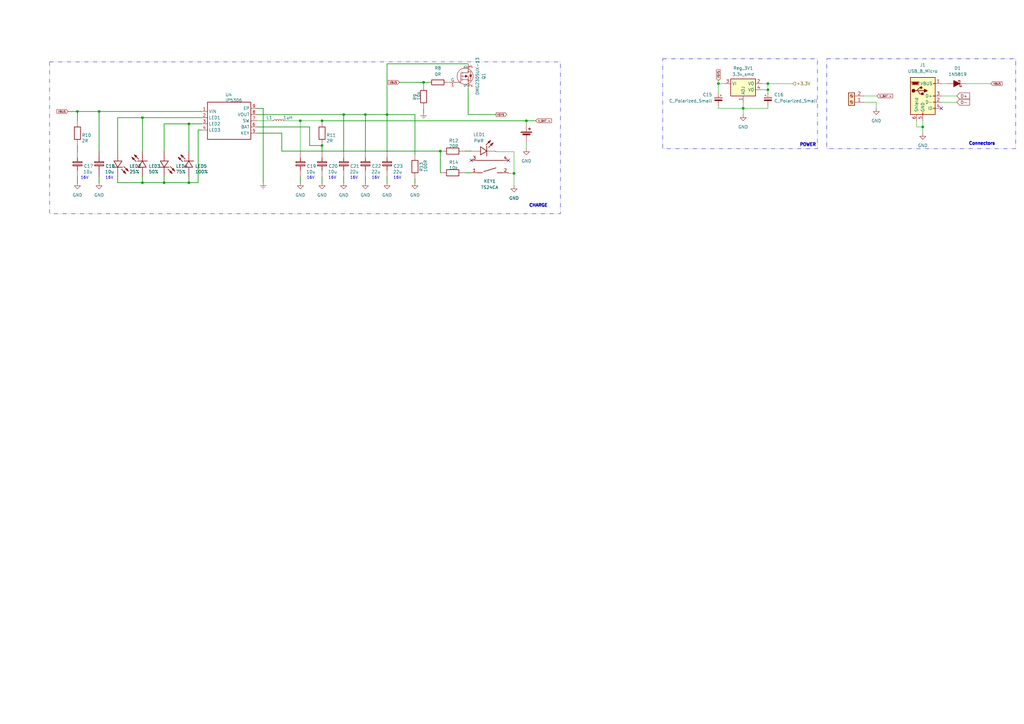
<source format=kicad_sch>
(kicad_sch
	(version 20231120)
	(generator "eeschema")
	(generator_version "8.0")
	(uuid "df9550b4-c795-481a-88c7-7ae9a70bd6f3")
	(paper "A3")
	(title_block
		(date "2025-02-01")
		(company "Alberto José Oliveira Pereira")
	)
	(lib_symbols
		(symbol "Connector:Screw_Terminal_01x02"
			(pin_names
				(offset 1.016) hide)
			(exclude_from_sim no)
			(in_bom yes)
			(on_board yes)
			(property "Reference" "J"
				(at 0 2.54 0)
				(effects
					(font
						(size 1.27 1.27)
					)
				)
			)
			(property "Value" "Screw_Terminal_01x02"
				(at 0 -5.08 0)
				(effects
					(font
						(size 1.27 1.27)
					)
				)
			)
			(property "Footprint" ""
				(at 0 0 0)
				(effects
					(font
						(size 1.27 1.27)
					)
					(hide yes)
				)
			)
			(property "Datasheet" "~"
				(at 0 0 0)
				(effects
					(font
						(size 1.27 1.27)
					)
					(hide yes)
				)
			)
			(property "Description" "Generic screw terminal, single row, 01x02, script generated (kicad-library-utils/schlib/autogen/connector/)"
				(at 0 0 0)
				(effects
					(font
						(size 1.27 1.27)
					)
					(hide yes)
				)
			)
			(property "ki_keywords" "screw terminal"
				(at 0 0 0)
				(effects
					(font
						(size 1.27 1.27)
					)
					(hide yes)
				)
			)
			(property "ki_fp_filters" "TerminalBlock*:*"
				(at 0 0 0)
				(effects
					(font
						(size 1.27 1.27)
					)
					(hide yes)
				)
			)
			(symbol "Screw_Terminal_01x02_1_1"
				(rectangle
					(start -1.27 1.27)
					(end 1.27 -3.81)
					(stroke
						(width 0.254)
						(type default)
					)
					(fill
						(type background)
					)
				)
				(circle
					(center 0 -2.54)
					(radius 0.635)
					(stroke
						(width 0.1524)
						(type default)
					)
					(fill
						(type none)
					)
				)
				(polyline
					(pts
						(xy -0.5334 -2.2098) (xy 0.3302 -3.048)
					)
					(stroke
						(width 0.1524)
						(type default)
					)
					(fill
						(type none)
					)
				)
				(polyline
					(pts
						(xy -0.5334 0.3302) (xy 0.3302 -0.508)
					)
					(stroke
						(width 0.1524)
						(type default)
					)
					(fill
						(type none)
					)
				)
				(polyline
					(pts
						(xy -0.3556 -2.032) (xy 0.508 -2.8702)
					)
					(stroke
						(width 0.1524)
						(type default)
					)
					(fill
						(type none)
					)
				)
				(polyline
					(pts
						(xy -0.3556 0.508) (xy 0.508 -0.3302)
					)
					(stroke
						(width 0.1524)
						(type default)
					)
					(fill
						(type none)
					)
				)
				(circle
					(center 0 0)
					(radius 0.635)
					(stroke
						(width 0.1524)
						(type default)
					)
					(fill
						(type none)
					)
				)
				(pin passive line
					(at -5.08 0 0)
					(length 3.81)
					(name "Pin_1"
						(effects
							(font
								(size 1.27 1.27)
							)
						)
					)
					(number "1"
						(effects
							(font
								(size 1.27 1.27)
							)
						)
					)
				)
				(pin passive line
					(at -5.08 -2.54 0)
					(length 3.81)
					(name "Pin_2"
						(effects
							(font
								(size 1.27 1.27)
							)
						)
					)
					(number "2"
						(effects
							(font
								(size 1.27 1.27)
							)
						)
					)
				)
			)
		)
		(symbol "Connector:USB_B_Micro"
			(pin_names
				(offset 1.016)
			)
			(exclude_from_sim no)
			(in_bom yes)
			(on_board yes)
			(property "Reference" "J"
				(at -5.08 11.43 0)
				(effects
					(font
						(size 1.27 1.27)
					)
					(justify left)
				)
			)
			(property "Value" "USB_B_Micro"
				(at -5.08 8.89 0)
				(effects
					(font
						(size 1.27 1.27)
					)
					(justify left)
				)
			)
			(property "Footprint" ""
				(at 3.81 -1.27 0)
				(effects
					(font
						(size 1.27 1.27)
					)
					(hide yes)
				)
			)
			(property "Datasheet" "~"
				(at 3.81 -1.27 0)
				(effects
					(font
						(size 1.27 1.27)
					)
					(hide yes)
				)
			)
			(property "Description" "USB Micro Type B connector"
				(at 0 0 0)
				(effects
					(font
						(size 1.27 1.27)
					)
					(hide yes)
				)
			)
			(property "ki_keywords" "connector USB micro"
				(at 0 0 0)
				(effects
					(font
						(size 1.27 1.27)
					)
					(hide yes)
				)
			)
			(property "ki_fp_filters" "USB*"
				(at 0 0 0)
				(effects
					(font
						(size 1.27 1.27)
					)
					(hide yes)
				)
			)
			(symbol "USB_B_Micro_0_1"
				(rectangle
					(start -5.08 -7.62)
					(end 5.08 7.62)
					(stroke
						(width 0.254)
						(type default)
					)
					(fill
						(type background)
					)
				)
				(circle
					(center -3.81 2.159)
					(radius 0.635)
					(stroke
						(width 0.254)
						(type default)
					)
					(fill
						(type outline)
					)
				)
				(circle
					(center -0.635 3.429)
					(radius 0.381)
					(stroke
						(width 0.254)
						(type default)
					)
					(fill
						(type outline)
					)
				)
				(rectangle
					(start -0.127 -7.62)
					(end 0.127 -6.858)
					(stroke
						(width 0)
						(type default)
					)
					(fill
						(type none)
					)
				)
				(polyline
					(pts
						(xy -1.905 2.159) (xy 0.635 2.159)
					)
					(stroke
						(width 0.254)
						(type default)
					)
					(fill
						(type none)
					)
				)
				(polyline
					(pts
						(xy -3.175 2.159) (xy -2.54 2.159) (xy -1.27 3.429) (xy -0.635 3.429)
					)
					(stroke
						(width 0.254)
						(type default)
					)
					(fill
						(type none)
					)
				)
				(polyline
					(pts
						(xy -2.54 2.159) (xy -1.905 2.159) (xy -1.27 0.889) (xy 0 0.889)
					)
					(stroke
						(width 0.254)
						(type default)
					)
					(fill
						(type none)
					)
				)
				(polyline
					(pts
						(xy 0.635 2.794) (xy 0.635 1.524) (xy 1.905 2.159) (xy 0.635 2.794)
					)
					(stroke
						(width 0.254)
						(type default)
					)
					(fill
						(type outline)
					)
				)
				(polyline
					(pts
						(xy -4.318 5.588) (xy -1.778 5.588) (xy -2.032 4.826) (xy -4.064 4.826) (xy -4.318 5.588)
					)
					(stroke
						(width 0)
						(type default)
					)
					(fill
						(type outline)
					)
				)
				(polyline
					(pts
						(xy -4.699 5.842) (xy -4.699 5.588) (xy -4.445 4.826) (xy -4.445 4.572) (xy -1.651 4.572) (xy -1.651 4.826)
						(xy -1.397 5.588) (xy -1.397 5.842) (xy -4.699 5.842)
					)
					(stroke
						(width 0)
						(type default)
					)
					(fill
						(type none)
					)
				)
				(rectangle
					(start 0.254 1.27)
					(end -0.508 0.508)
					(stroke
						(width 0.254)
						(type default)
					)
					(fill
						(type outline)
					)
				)
				(rectangle
					(start 5.08 -5.207)
					(end 4.318 -4.953)
					(stroke
						(width 0)
						(type default)
					)
					(fill
						(type none)
					)
				)
				(rectangle
					(start 5.08 -2.667)
					(end 4.318 -2.413)
					(stroke
						(width 0)
						(type default)
					)
					(fill
						(type none)
					)
				)
				(rectangle
					(start 5.08 -0.127)
					(end 4.318 0.127)
					(stroke
						(width 0)
						(type default)
					)
					(fill
						(type none)
					)
				)
				(rectangle
					(start 5.08 4.953)
					(end 4.318 5.207)
					(stroke
						(width 0)
						(type default)
					)
					(fill
						(type none)
					)
				)
			)
			(symbol "USB_B_Micro_1_1"
				(pin power_out line
					(at 7.62 5.08 180)
					(length 2.54)
					(name "VBUS"
						(effects
							(font
								(size 1.27 1.27)
							)
						)
					)
					(number "1"
						(effects
							(font
								(size 1.27 1.27)
							)
						)
					)
				)
				(pin bidirectional line
					(at 7.62 -2.54 180)
					(length 2.54)
					(name "D-"
						(effects
							(font
								(size 1.27 1.27)
							)
						)
					)
					(number "2"
						(effects
							(font
								(size 1.27 1.27)
							)
						)
					)
				)
				(pin bidirectional line
					(at 7.62 0 180)
					(length 2.54)
					(name "D+"
						(effects
							(font
								(size 1.27 1.27)
							)
						)
					)
					(number "3"
						(effects
							(font
								(size 1.27 1.27)
							)
						)
					)
				)
				(pin passive line
					(at 7.62 -5.08 180)
					(length 2.54)
					(name "ID"
						(effects
							(font
								(size 1.27 1.27)
							)
						)
					)
					(number "4"
						(effects
							(font
								(size 1.27 1.27)
							)
						)
					)
				)
				(pin power_out line
					(at 0 -10.16 90)
					(length 2.54)
					(name "GND"
						(effects
							(font
								(size 1.27 1.27)
							)
						)
					)
					(number "5"
						(effects
							(font
								(size 1.27 1.27)
							)
						)
					)
				)
				(pin passive line
					(at -2.54 -10.16 90)
					(length 2.54)
					(name "Shield"
						(effects
							(font
								(size 1.27 1.27)
							)
						)
					)
					(number "6"
						(effects
							(font
								(size 1.27 1.27)
							)
						)
					)
				)
			)
		)
		(symbol "Device:Battery_Cell"
			(pin_numbers hide)
			(pin_names
				(offset 0) hide)
			(exclude_from_sim no)
			(in_bom yes)
			(on_board yes)
			(property "Reference" "BT"
				(at 2.54 2.54 0)
				(effects
					(font
						(size 1.27 1.27)
					)
					(justify left)
				)
			)
			(property "Value" "Battery_Cell"
				(at 2.54 0 0)
				(effects
					(font
						(size 1.27 1.27)
					)
					(justify left)
				)
			)
			(property "Footprint" ""
				(at 0 1.524 90)
				(effects
					(font
						(size 1.27 1.27)
					)
					(hide yes)
				)
			)
			(property "Datasheet" "~"
				(at 0 1.524 90)
				(effects
					(font
						(size 1.27 1.27)
					)
					(hide yes)
				)
			)
			(property "Description" "Single-cell battery"
				(at 0 0 0)
				(effects
					(font
						(size 1.27 1.27)
					)
					(hide yes)
				)
			)
			(property "ki_keywords" "battery cell"
				(at 0 0 0)
				(effects
					(font
						(size 1.27 1.27)
					)
					(hide yes)
				)
			)
			(symbol "Battery_Cell_0_1"
				(rectangle
					(start -2.286 1.778)
					(end 2.286 1.524)
					(stroke
						(width 0)
						(type default)
					)
					(fill
						(type outline)
					)
				)
				(rectangle
					(start -1.524 1.016)
					(end 1.524 0.508)
					(stroke
						(width 0)
						(type default)
					)
					(fill
						(type outline)
					)
				)
				(polyline
					(pts
						(xy 0 0.762) (xy 0 0)
					)
					(stroke
						(width 0)
						(type default)
					)
					(fill
						(type none)
					)
				)
				(polyline
					(pts
						(xy 0 1.778) (xy 0 2.54)
					)
					(stroke
						(width 0)
						(type default)
					)
					(fill
						(type none)
					)
				)
				(polyline
					(pts
						(xy 0.762 3.048) (xy 1.778 3.048)
					)
					(stroke
						(width 0.254)
						(type default)
					)
					(fill
						(type none)
					)
				)
				(polyline
					(pts
						(xy 1.27 3.556) (xy 1.27 2.54)
					)
					(stroke
						(width 0.254)
						(type default)
					)
					(fill
						(type none)
					)
				)
			)
			(symbol "Battery_Cell_1_1"
				(pin passive line
					(at 0 5.08 270)
					(length 2.54)
					(name "+"
						(effects
							(font
								(size 1.27 1.27)
							)
						)
					)
					(number "1"
						(effects
							(font
								(size 1.27 1.27)
							)
						)
					)
				)
				(pin passive line
					(at 0 -2.54 90)
					(length 2.54)
					(name "-"
						(effects
							(font
								(size 1.27 1.27)
							)
						)
					)
					(number "2"
						(effects
							(font
								(size 1.27 1.27)
							)
						)
					)
				)
			)
		)
		(symbol "Device:C_Polarized_Small"
			(pin_numbers hide)
			(pin_names
				(offset 0.254) hide)
			(exclude_from_sim no)
			(in_bom yes)
			(on_board yes)
			(property "Reference" "C"
				(at 0.254 1.778 0)
				(effects
					(font
						(size 1.27 1.27)
					)
					(justify left)
				)
			)
			(property "Value" "C_Polarized_Small"
				(at 0.254 -2.032 0)
				(effects
					(font
						(size 1.27 1.27)
					)
					(justify left)
				)
			)
			(property "Footprint" ""
				(at 0 0 0)
				(effects
					(font
						(size 1.27 1.27)
					)
					(hide yes)
				)
			)
			(property "Datasheet" "~"
				(at 0 0 0)
				(effects
					(font
						(size 1.27 1.27)
					)
					(hide yes)
				)
			)
			(property "Description" "Polarized capacitor, small symbol"
				(at 0 0 0)
				(effects
					(font
						(size 1.27 1.27)
					)
					(hide yes)
				)
			)
			(property "ki_keywords" "cap capacitor"
				(at 0 0 0)
				(effects
					(font
						(size 1.27 1.27)
					)
					(hide yes)
				)
			)
			(property "ki_fp_filters" "CP_*"
				(at 0 0 0)
				(effects
					(font
						(size 1.27 1.27)
					)
					(hide yes)
				)
			)
			(symbol "C_Polarized_Small_0_1"
				(rectangle
					(start -1.524 -0.3048)
					(end 1.524 -0.6858)
					(stroke
						(width 0)
						(type default)
					)
					(fill
						(type outline)
					)
				)
				(rectangle
					(start -1.524 0.6858)
					(end 1.524 0.3048)
					(stroke
						(width 0)
						(type default)
					)
					(fill
						(type none)
					)
				)
				(polyline
					(pts
						(xy -1.27 1.524) (xy -0.762 1.524)
					)
					(stroke
						(width 0)
						(type default)
					)
					(fill
						(type none)
					)
				)
				(polyline
					(pts
						(xy -1.016 1.27) (xy -1.016 1.778)
					)
					(stroke
						(width 0)
						(type default)
					)
					(fill
						(type none)
					)
				)
			)
			(symbol "C_Polarized_Small_1_1"
				(pin passive line
					(at 0 2.54 270)
					(length 1.8542)
					(name "~"
						(effects
							(font
								(size 1.27 1.27)
							)
						)
					)
					(number "1"
						(effects
							(font
								(size 1.27 1.27)
							)
						)
					)
				)
				(pin passive line
					(at 0 -2.54 90)
					(length 1.8542)
					(name "~"
						(effects
							(font
								(size 1.27 1.27)
							)
						)
					)
					(number "2"
						(effects
							(font
								(size 1.27 1.27)
							)
						)
					)
				)
			)
		)
		(symbol "Device:L_Small"
			(pin_numbers hide)
			(pin_names
				(offset 0.254) hide)
			(exclude_from_sim no)
			(in_bom yes)
			(on_board yes)
			(property "Reference" "L"
				(at 0.762 1.016 0)
				(effects
					(font
						(size 1.27 1.27)
					)
					(justify left)
				)
			)
			(property "Value" "L_Small"
				(at 0.762 -1.016 0)
				(effects
					(font
						(size 1.27 1.27)
					)
					(justify left)
				)
			)
			(property "Footprint" ""
				(at 0 0 0)
				(effects
					(font
						(size 1.27 1.27)
					)
					(hide yes)
				)
			)
			(property "Datasheet" "~"
				(at 0 0 0)
				(effects
					(font
						(size 1.27 1.27)
					)
					(hide yes)
				)
			)
			(property "Description" "Inductor, small symbol"
				(at 0 0 0)
				(effects
					(font
						(size 1.27 1.27)
					)
					(hide yes)
				)
			)
			(property "ki_keywords" "inductor choke coil reactor magnetic"
				(at 0 0 0)
				(effects
					(font
						(size 1.27 1.27)
					)
					(hide yes)
				)
			)
			(property "ki_fp_filters" "Choke_* *Coil* Inductor_* L_*"
				(at 0 0 0)
				(effects
					(font
						(size 1.27 1.27)
					)
					(hide yes)
				)
			)
			(symbol "L_Small_0_1"
				(arc
					(start 0 -2.032)
					(mid 0.5058 -1.524)
					(end 0 -1.016)
					(stroke
						(width 0)
						(type default)
					)
					(fill
						(type none)
					)
				)
				(arc
					(start 0 -1.016)
					(mid 0.5058 -0.508)
					(end 0 0)
					(stroke
						(width 0)
						(type default)
					)
					(fill
						(type none)
					)
				)
				(arc
					(start 0 0)
					(mid 0.5058 0.508)
					(end 0 1.016)
					(stroke
						(width 0)
						(type default)
					)
					(fill
						(type none)
					)
				)
				(arc
					(start 0 1.016)
					(mid 0.5058 1.524)
					(end 0 2.032)
					(stroke
						(width 0)
						(type default)
					)
					(fill
						(type none)
					)
				)
			)
			(symbol "L_Small_1_1"
				(pin passive line
					(at 0 2.54 270)
					(length 0.508)
					(name "~"
						(effects
							(font
								(size 1.27 1.27)
							)
						)
					)
					(number "1"
						(effects
							(font
								(size 1.27 1.27)
							)
						)
					)
				)
				(pin passive line
					(at 0 -2.54 90)
					(length 0.508)
					(name "~"
						(effects
							(font
								(size 1.27 1.27)
							)
						)
					)
					(number "2"
						(effects
							(font
								(size 1.27 1.27)
							)
						)
					)
				)
			)
		)
		(symbol "Device:R"
			(pin_numbers hide)
			(pin_names
				(offset 0)
			)
			(exclude_from_sim no)
			(in_bom yes)
			(on_board yes)
			(property "Reference" "R"
				(at 2.032 0 90)
				(effects
					(font
						(size 1.27 1.27)
					)
				)
			)
			(property "Value" "R"
				(at 0 0 90)
				(effects
					(font
						(size 1.27 1.27)
					)
				)
			)
			(property "Footprint" ""
				(at -1.778 0 90)
				(effects
					(font
						(size 1.27 1.27)
					)
					(hide yes)
				)
			)
			(property "Datasheet" "~"
				(at 0 0 0)
				(effects
					(font
						(size 1.27 1.27)
					)
					(hide yes)
				)
			)
			(property "Description" "Resistor"
				(at 0 0 0)
				(effects
					(font
						(size 1.27 1.27)
					)
					(hide yes)
				)
			)
			(property "ki_keywords" "R res resistor"
				(at 0 0 0)
				(effects
					(font
						(size 1.27 1.27)
					)
					(hide yes)
				)
			)
			(property "ki_fp_filters" "R_*"
				(at 0 0 0)
				(effects
					(font
						(size 1.27 1.27)
					)
					(hide yes)
				)
			)
			(symbol "R_0_1"
				(rectangle
					(start -1.016 -2.54)
					(end 1.016 2.54)
					(stroke
						(width 0.254)
						(type default)
					)
					(fill
						(type none)
					)
				)
			)
			(symbol "R_1_1"
				(pin passive line
					(at 0 3.81 270)
					(length 1.27)
					(name "~"
						(effects
							(font
								(size 1.27 1.27)
							)
						)
					)
					(number "1"
						(effects
							(font
								(size 1.27 1.27)
							)
						)
					)
				)
				(pin passive line
					(at 0 -3.81 90)
					(length 1.27)
					(name "~"
						(effects
							(font
								(size 1.27 1.27)
							)
						)
					)
					(number "2"
						(effects
							(font
								(size 1.27 1.27)
							)
						)
					)
				)
			)
		)
		(symbol "IP5306-LiPoChargerBooster_orcad-altium-import:0_10u"
			(exclude_from_sim no)
			(in_bom yes)
			(on_board yes)
			(property "Reference" ""
				(at 0 0 0)
				(effects
					(font
						(size 1.27 1.27)
					)
				)
			)
			(property "Value" "0_10u"
				(at 0 0 0)
				(effects
					(font
						(size 1.27 1.27)
					)
				)
			)
			(property "Footprint" ""
				(at 0 0 0)
				(effects
					(font
						(size 1.27 1.27)
					)
					(hide yes)
				)
			)
			(property "Datasheet" ""
				(at 0 0 0)
				(effects
					(font
						(size 1.27 1.27)
					)
					(hide yes)
				)
			)
			(property "Description" ""
				(at 0 0 0)
				(effects
					(font
						(size 1.27 1.27)
					)
					(hide yes)
				)
			)
			(property "ki_fp_filters" "0805"
				(at 0 0 0)
				(effects
					(font
						(size 1.27 1.27)
					)
					(hide yes)
				)
			)
			(symbol "0_10u_1_0"
				(polyline
					(pts
						(xy 0 -2.54) (xy 0 -0.762)
					)
					(stroke
						(width 0.254)
						(type default)
					)
					(fill
						(type none)
					)
				)
				(polyline
					(pts
						(xy 0 2.54) (xy 0 1.016)
					)
					(stroke
						(width 0.254)
						(type default)
					)
					(fill
						(type none)
					)
				)
				(rectangle
					(start 1.905 -0.254)
					(end -1.8288 -0.7112)
					(stroke
						(width 0.254)
						(type default)
					)
					(fill
						(type none)
					)
				)
				(rectangle
					(start 1.905 1.016)
					(end -1.8288 0.5588)
					(stroke
						(width 0.254)
						(type default)
					)
					(fill
						(type none)
					)
				)
				(pin passive line
					(at 0 5.08 270)
					(length 2.54)
					(name "1"
						(effects
							(font
								(size 0 0)
							)
						)
					)
					(number "1"
						(effects
							(font
								(size 0 0)
							)
						)
					)
				)
				(pin passive line
					(at 0 -5.08 90)
					(length 2.54)
					(name "2"
						(effects
							(font
								(size 0 0)
							)
						)
					)
					(number "2"
						(effects
							(font
								(size 0 0)
							)
						)
					)
				)
			)
		)
		(symbol "IP5306-LiPoChargerBooster_orcad-altium-import:0_22u"
			(exclude_from_sim no)
			(in_bom yes)
			(on_board yes)
			(property "Reference" ""
				(at 0 0 0)
				(effects
					(font
						(size 1.27 1.27)
					)
				)
			)
			(property "Value" "0_22u"
				(at 0 0 0)
				(effects
					(font
						(size 1.27 1.27)
					)
				)
			)
			(property "Footprint" ""
				(at 0 0 0)
				(effects
					(font
						(size 1.27 1.27)
					)
					(hide yes)
				)
			)
			(property "Datasheet" ""
				(at 0 0 0)
				(effects
					(font
						(size 1.27 1.27)
					)
					(hide yes)
				)
			)
			(property "Description" ""
				(at 0 0 0)
				(effects
					(font
						(size 1.27 1.27)
					)
					(hide yes)
				)
			)
			(property "ki_fp_filters" "0805"
				(at 0 0 0)
				(effects
					(font
						(size 1.27 1.27)
					)
					(hide yes)
				)
			)
			(symbol "0_22u_1_0"
				(polyline
					(pts
						(xy 0 -2.54) (xy 0 -0.762)
					)
					(stroke
						(width 0.254)
						(type default)
					)
					(fill
						(type none)
					)
				)
				(polyline
					(pts
						(xy 0 2.54) (xy 0 1.016)
					)
					(stroke
						(width 0.254)
						(type default)
					)
					(fill
						(type none)
					)
				)
				(rectangle
					(start 1.905 -0.254)
					(end -1.8288 -0.7112)
					(stroke
						(width 0.254)
						(type default)
					)
					(fill
						(type none)
					)
				)
				(rectangle
					(start 1.905 1.016)
					(end -1.8288 0.5588)
					(stroke
						(width 0.254)
						(type default)
					)
					(fill
						(type none)
					)
				)
				(pin passive line
					(at 0 5.08 270)
					(length 2.54)
					(name "1"
						(effects
							(font
								(size 0 0)
							)
						)
					)
					(number "1"
						(effects
							(font
								(size 0 0)
							)
						)
					)
				)
				(pin passive line
					(at 0 -5.08 90)
					(length 2.54)
					(name "2"
						(effects
							(font
								(size 0 0)
							)
						)
					)
					(number "2"
						(effects
							(font
								(size 0 0)
							)
						)
					)
				)
			)
		)
		(symbol "IP5306-LiPoChargerBooster_orcad-altium-import:0_IP5306"
			(exclude_from_sim no)
			(in_bom yes)
			(on_board yes)
			(property "Reference" ""
				(at 0 0 0)
				(effects
					(font
						(size 1.27 1.27)
					)
				)
			)
			(property "Value" "0_IP5306"
				(at 0 0 0)
				(effects
					(font
						(size 1.27 1.27)
					)
				)
			)
			(property "Footprint" ""
				(at 0 0 0)
				(effects
					(font
						(size 1.27 1.27)
					)
					(hide yes)
				)
			)
			(property "Datasheet" ""
				(at 0 0 0)
				(effects
					(font
						(size 1.27 1.27)
					)
					(hide yes)
				)
			)
			(property "Description" ""
				(at 0 0 0)
				(effects
					(font
						(size 1.27 1.27)
					)
					(hide yes)
				)
			)
			(property "ki_fp_filters" "SOP-8_L4.9-W3.9-P1.27-LS6.0-BL-EP"
				(at 0 0 0)
				(effects
					(font
						(size 1.27 1.27)
					)
					(hide yes)
				)
			)
			(symbol "0_IP5306_1_0"
				(rectangle
					(start 8.89 7.62)
					(end -8.89 -7.62)
					(stroke
						(width 0.254)
						(type default)
					)
					(fill
						(type none)
					)
				)
				(pin passive line
					(at -11.43 3.81 0)
					(length 2.54)
					(name "VIN"
						(effects
							(font
								(size 1.27 1.27)
							)
						)
					)
					(number "1"
						(effects
							(font
								(size 1.27 1.27)
							)
						)
					)
				)
				(pin passive line
					(at -11.43 1.27 0)
					(length 2.54)
					(name "LED1"
						(effects
							(font
								(size 1.27 1.27)
							)
						)
					)
					(number "2"
						(effects
							(font
								(size 1.27 1.27)
							)
						)
					)
				)
				(pin passive line
					(at -11.43 -1.27 0)
					(length 2.54)
					(name "LED2"
						(effects
							(font
								(size 1.27 1.27)
							)
						)
					)
					(number "3"
						(effects
							(font
								(size 1.27 1.27)
							)
						)
					)
				)
				(pin passive line
					(at -11.43 -3.81 0)
					(length 2.54)
					(name "LED3"
						(effects
							(font
								(size 1.27 1.27)
							)
						)
					)
					(number "4"
						(effects
							(font
								(size 1.27 1.27)
							)
						)
					)
				)
				(pin passive line
					(at 11.43 -5.08 180)
					(length 2.54)
					(name "KEY"
						(effects
							(font
								(size 1.27 1.27)
							)
						)
					)
					(number "5"
						(effects
							(font
								(size 1.27 1.27)
							)
						)
					)
				)
				(pin passive line
					(at 11.43 -2.54 180)
					(length 2.54)
					(name "BAT"
						(effects
							(font
								(size 1.27 1.27)
							)
						)
					)
					(number "6"
						(effects
							(font
								(size 1.27 1.27)
							)
						)
					)
				)
				(pin passive line
					(at 11.43 0 180)
					(length 2.54)
					(name "SW"
						(effects
							(font
								(size 1.27 1.27)
							)
						)
					)
					(number "7"
						(effects
							(font
								(size 1.27 1.27)
							)
						)
					)
				)
				(pin passive line
					(at 11.43 2.54 180)
					(length 2.54)
					(name "VOUT"
						(effects
							(font
								(size 1.27 1.27)
							)
						)
					)
					(number "8"
						(effects
							(font
								(size 1.27 1.27)
							)
						)
					)
				)
				(pin passive line
					(at 11.43 5.08 180)
					(length 2.54)
					(name "EP"
						(effects
							(font
								(size 1.27 1.27)
							)
						)
					)
					(number "9"
						(effects
							(font
								(size 1.27 1.27)
							)
						)
					)
				)
			)
		)
		(symbol "IP5306-LiPoChargerBooster_orcad-altium-import:0_PWR"
			(exclude_from_sim no)
			(in_bom yes)
			(on_board yes)
			(property "Reference" ""
				(at 0 0 0)
				(effects
					(font
						(size 1.27 1.27)
					)
				)
			)
			(property "Value" "0_PWR"
				(at 0 0 0)
				(effects
					(font
						(size 1.27 1.27)
					)
				)
			)
			(property "Footprint" ""
				(at 0 0 0)
				(effects
					(font
						(size 1.27 1.27)
					)
					(hide yes)
				)
			)
			(property "Datasheet" ""
				(at 0 0 0)
				(effects
					(font
						(size 1.27 1.27)
					)
					(hide yes)
				)
			)
			(property "Description" ""
				(at 0 0 0)
				(effects
					(font
						(size 1.27 1.27)
					)
					(hide yes)
				)
			)
			(property "ki_fp_filters" "LED-0805"
				(at 0 0 0)
				(effects
					(font
						(size 1.27 1.27)
					)
					(hide yes)
				)
			)
			(symbol "0_PWR_1_0"
				(polyline
					(pts
						(xy 1.016 1.27) (xy 2.794 3.048)
					)
					(stroke
						(width 0.254)
						(type default)
					)
					(fill
						(type none)
					)
				)
				(polyline
					(pts
						(xy 1.27 0.762) (xy 1.27 -3.302)
					)
					(stroke
						(width 0.254)
						(type default)
					)
					(fill
						(type none)
					)
				)
				(polyline
					(pts
						(xy 2.032 0.254) (xy 3.81 2.032)
					)
					(stroke
						(width 0.254)
						(type default)
					)
					(fill
						(type none)
					)
				)
				(polyline
					(pts
						(xy -1.27 -2.794) (xy 1.27 -1.27) (xy 1.27 -1.27) (xy -1.27 0.508) (xy -1.27 0.508) (xy -1.27 -2.794)
					)
					(stroke
						(width 0.254)
						(type default)
					)
					(fill
						(type none)
					)
				)
				(polyline
					(pts
						(xy 2.794 3.048) (xy 1.778 2.54) (xy 1.778 2.54) (xy 2.286 2.032) (xy 2.286 2.032) (xy 2.794 3.048)
					)
					(stroke
						(width 0.254)
						(type default)
					)
					(fill
						(type none)
					)
				)
				(polyline
					(pts
						(xy 3.81 2.032) (xy 2.794 1.524) (xy 2.794 1.524) (xy 3.302 1.016) (xy 3.302 1.016) (xy 3.81 2.032)
					)
					(stroke
						(width 0.254)
						(type default)
					)
					(fill
						(type none)
					)
				)
				(pin passive line
					(at -5.08 -1.27 0)
					(length 3.81)
					(name "A"
						(effects
							(font
								(size 0 0)
							)
						)
					)
					(number "1"
						(effects
							(font
								(size 0 0)
							)
						)
					)
				)
				(pin passive line
					(at 5.08 -1.27 180)
					(length 3.81)
					(name "K"
						(effects
							(font
								(size 0 0)
							)
						)
					)
					(number "2"
						(effects
							(font
								(size 0 0)
							)
						)
					)
				)
			)
		)
		(symbol "IP5306-LiPoChargerBooster_orcad-altium-import:0_TS24CA"
			(exclude_from_sim no)
			(in_bom yes)
			(on_board yes)
			(property "Reference" "KEY1"
				(at -2.5381 -6.7099 0)
				(effects
					(font
						(size 1.27 1.27)
					)
					(justify left bottom)
				)
			)
			(property "Value" "TS24CA"
				(at -3.683 -9.2499 0)
				(effects
					(font
						(size 1.27 1.27)
					)
					(justify left bottom)
				)
			)
			(property "Footprint" "Button_Switch_SMD:SW_SPST_CK_KMS2xxGP"
				(at 0 0 0)
				(effects
					(font
						(size 1.27 1.27)
					)
					(hide yes)
				)
			)
			(property "Datasheet" ""
				(at 0 0 0)
				(effects
					(font
						(size 1.27 1.27)
					)
					(hide yes)
				)
			)
			(property "Description" ""
				(at 0 0 0)
				(effects
					(font
						(size 1.27 1.27)
					)
					(hide yes)
				)
			)
			(property "SUPPLIER PART" "C393942"
				(at 0 0 0)
				(effects
					(font
						(size 1.27 1.27)
					)
					(justify left bottom)
					(hide yes)
				)
			)
			(property "SUPPLIER" "LCSC"
				(at 0 0 0)
				(effects
					(font
						(size 1.27 1.27)
					)
					(justify left bottom)
					(hide yes)
				)
			)
			(property "MANUFACTURER" "SHOU HAN"
				(at 0 0 0)
				(effects
					(font
						(size 1.27 1.27)
					)
					(justify left bottom)
					(hide yes)
				)
			)
			(property "MANUFACTURER PART" "TS24CA"
				(at 0 0 0)
				(effects
					(font
						(size 1.27 1.27)
					)
					(justify left bottom)
					(hide yes)
				)
			)
			(property "CONTRIBUTOR" "LCSC"
				(at 0 0 0)
				(effects
					(font
						(size 1.27 1.27)
					)
					(justify left bottom)
					(hide yes)
				)
			)
			(property "SPICEPRE" "S"
				(at 0 0 0)
				(effects
					(font
						(size 1.27 1.27)
					)
					(justify left bottom)
					(hide yes)
				)
			)
			(property "ki_fp_filters" "SW-SMD_TS24CA"
				(at 0 0 0)
				(effects
					(font
						(size 1.27 1.27)
					)
					(hide yes)
				)
			)
			(symbol "0_TS24CA_1_0"
				(polyline
					(pts
						(xy -5.08 2.54) (xy 5.08 2.54)
					)
					(stroke
						(width 0.254)
						(type default)
					)
					(fill
						(type none)
					)
				)
				(polyline
					(pts
						(xy -3.048 -2.54) (xy -5.08 -2.54)
					)
					(stroke
						(width 0.254)
						(type default)
					)
					(fill
						(type none)
					)
				)
				(polyline
					(pts
						(xy 3.048 -2.54) (xy 5.08 -2.54)
					)
					(stroke
						(width 0.254)
						(type default)
					)
					(fill
						(type none)
					)
				)
				(polyline
					(pts
						(xy -2.54 -2.032) (xy 2.54 -0.508) (xy 2.54 -0.508) (xy 2.54 -0.508)
					)
					(stroke
						(width 0.254)
						(type default)
					)
					(fill
						(type none)
					)
				)
				(pin passive line
					(at -7.62 -2.54 0)
					(length 2.54)
					(name "1"
						(effects
							(font
								(size 0 0)
							)
						)
					)
					(number "1"
						(effects
							(font
								(size 1.27 1.27)
							)
						)
					)
				)
				(pin passive line
					(at 7.62 -2.54 180)
					(length 2.54)
					(name "2"
						(effects
							(font
								(size 0 0)
							)
						)
					)
					(number "2"
						(effects
							(font
								(size 1.27 1.27)
							)
						)
					)
				)
				(pin passive line
					(at -7.62 2.54 0)
					(length 2.54)
					(name "3"
						(effects
							(font
								(size 0 0)
							)
						)
					)
					(number "3"
						(effects
							(font
								(size 1.27 1.27)
							)
						)
					)
				)
				(pin passive line
					(at 7.62 2.54 180)
					(length 2.54)
					(name "4"
						(effects
							(font
								(size 0 0)
							)
						)
					)
					(number "4"
						(effects
							(font
								(size 1.27 1.27)
							)
						)
					)
				)
			)
		)
		(symbol "IP5306-LiPoChargerBooster_orcad-altium-import:1_100%"
			(exclude_from_sim no)
			(in_bom yes)
			(on_board yes)
			(property "Reference" ""
				(at 0 0 0)
				(effects
					(font
						(size 1.27 1.27)
					)
				)
			)
			(property "Value" "1_100%"
				(at 0 0 0)
				(effects
					(font
						(size 1.27 1.27)
					)
				)
			)
			(property "Footprint" ""
				(at 0 0 0)
				(effects
					(font
						(size 1.27 1.27)
					)
					(hide yes)
				)
			)
			(property "Datasheet" ""
				(at 0 0 0)
				(effects
					(font
						(size 1.27 1.27)
					)
					(hide yes)
				)
			)
			(property "Description" ""
				(at 0 0 0)
				(effects
					(font
						(size 1.27 1.27)
					)
					(hide yes)
				)
			)
			(property "ki_fp_filters" "LED-0805"
				(at 0 0 0)
				(effects
					(font
						(size 1.27 1.27)
					)
					(hide yes)
				)
			)
			(symbol "1_100%_1_0"
				(polyline
					(pts
						(xy -1.27 1.016) (xy -3.048 2.794)
					)
					(stroke
						(width 0.254)
						(type default)
					)
					(fill
						(type none)
					)
				)
				(polyline
					(pts
						(xy -0.762 1.27) (xy 3.302 1.27)
					)
					(stroke
						(width 0.254)
						(type default)
					)
					(fill
						(type none)
					)
				)
				(polyline
					(pts
						(xy -0.254 2.032) (xy -2.032 3.81)
					)
					(stroke
						(width 0.254)
						(type default)
					)
					(fill
						(type none)
					)
				)
				(polyline
					(pts
						(xy -3.048 2.794) (xy -2.54 1.778) (xy -2.54 1.778) (xy -2.032 2.286) (xy -2.032 2.286) (xy -3.048 2.794)
					)
					(stroke
						(width 0.254)
						(type default)
					)
					(fill
						(type none)
					)
				)
				(polyline
					(pts
						(xy -2.032 3.81) (xy -1.524 2.794) (xy -1.524 2.794) (xy -1.016 3.302) (xy -1.016 3.302) (xy -2.032 3.81)
					)
					(stroke
						(width 0.254)
						(type default)
					)
					(fill
						(type none)
					)
				)
				(polyline
					(pts
						(xy 2.794 -1.27) (xy 1.27 1.27) (xy 1.27 1.27) (xy -0.508 -1.27) (xy -0.508 -1.27) (xy 2.794 -1.27)
					)
					(stroke
						(width 0.254)
						(type default)
					)
					(fill
						(type none)
					)
				)
				(pin passive line
					(at 1.27 -5.08 90)
					(length 3.81)
					(name "A"
						(effects
							(font
								(size 0 0)
							)
						)
					)
					(number "1"
						(effects
							(font
								(size 0 0)
							)
						)
					)
				)
				(pin passive line
					(at 1.27 5.08 270)
					(length 3.81)
					(name "K"
						(effects
							(font
								(size 0 0)
							)
						)
					)
					(number "2"
						(effects
							(font
								(size 0 0)
							)
						)
					)
				)
			)
		)
		(symbol "IP5306-LiPoChargerBooster_orcad-altium-import:1_2R"
			(exclude_from_sim no)
			(in_bom yes)
			(on_board yes)
			(property "Reference" ""
				(at 0 0 0)
				(effects
					(font
						(size 1.27 1.27)
					)
				)
			)
			(property "Value" "1_2R"
				(at 0 0 0)
				(effects
					(font
						(size 1.27 1.27)
					)
				)
			)
			(property "Footprint" ""
				(at 0 0 0)
				(effects
					(font
						(size 1.27 1.27)
					)
					(hide yes)
				)
			)
			(property "Datasheet" ""
				(at 0 0 0)
				(effects
					(font
						(size 1.27 1.27)
					)
					(hide yes)
				)
			)
			(property "Description" ""
				(at 0 0 0)
				(effects
					(font
						(size 1.27 1.27)
					)
					(hide yes)
				)
			)
			(property "ki_fp_filters" "0805"
				(at 0 0 0)
				(effects
					(font
						(size 1.27 1.27)
					)
					(hide yes)
				)
			)
			(symbol "1_2R_1_0"
				(rectangle
					(start 1.27 2.54)
					(end -1.27 -2.54)
					(stroke
						(width 0.254)
						(type default)
					)
					(fill
						(type none)
					)
				)
				(pin passive line
					(at 0 -5.08 90)
					(length 2.54)
					(name "1"
						(effects
							(font
								(size 0 0)
							)
						)
					)
					(number "1"
						(effects
							(font
								(size 0 0)
							)
						)
					)
				)
				(pin passive line
					(at 0 5.08 270)
					(length 2.54)
					(name "2"
						(effects
							(font
								(size 0 0)
							)
						)
					)
					(number "2"
						(effects
							(font
								(size 0 0)
							)
						)
					)
				)
			)
		)
		(symbol "IP5306-LiPoChargerBooster_orcad-altium-import:1_50%"
			(exclude_from_sim no)
			(in_bom yes)
			(on_board yes)
			(property "Reference" ""
				(at 0 0 0)
				(effects
					(font
						(size 1.27 1.27)
					)
				)
			)
			(property "Value" "1_50%"
				(at 0 0 0)
				(effects
					(font
						(size 1.27 1.27)
					)
				)
			)
			(property "Footprint" ""
				(at 0 0 0)
				(effects
					(font
						(size 1.27 1.27)
					)
					(hide yes)
				)
			)
			(property "Datasheet" ""
				(at 0 0 0)
				(effects
					(font
						(size 1.27 1.27)
					)
					(hide yes)
				)
			)
			(property "Description" ""
				(at 0 0 0)
				(effects
					(font
						(size 1.27 1.27)
					)
					(hide yes)
				)
			)
			(property "ki_fp_filters" "LED-0805"
				(at 0 0 0)
				(effects
					(font
						(size 1.27 1.27)
					)
					(hide yes)
				)
			)
			(symbol "1_50%_1_0"
				(polyline
					(pts
						(xy -1.27 1.016) (xy -3.048 2.794)
					)
					(stroke
						(width 0.254)
						(type default)
					)
					(fill
						(type none)
					)
				)
				(polyline
					(pts
						(xy -0.762 1.27) (xy 3.302 1.27)
					)
					(stroke
						(width 0.254)
						(type default)
					)
					(fill
						(type none)
					)
				)
				(polyline
					(pts
						(xy -0.254 2.032) (xy -2.032 3.81)
					)
					(stroke
						(width 0.254)
						(type default)
					)
					(fill
						(type none)
					)
				)
				(polyline
					(pts
						(xy -3.048 2.794) (xy -2.54 1.778) (xy -2.54 1.778) (xy -2.032 2.286) (xy -2.032 2.286) (xy -3.048 2.794)
					)
					(stroke
						(width 0.254)
						(type default)
					)
					(fill
						(type none)
					)
				)
				(polyline
					(pts
						(xy -2.032 3.81) (xy -1.524 2.794) (xy -1.524 2.794) (xy -1.016 3.302) (xy -1.016 3.302) (xy -2.032 3.81)
					)
					(stroke
						(width 0.254)
						(type default)
					)
					(fill
						(type none)
					)
				)
				(polyline
					(pts
						(xy 2.794 -1.27) (xy 1.27 1.27) (xy 1.27 1.27) (xy -0.508 -1.27) (xy -0.508 -1.27) (xy 2.794 -1.27)
					)
					(stroke
						(width 0.254)
						(type default)
					)
					(fill
						(type none)
					)
				)
				(pin passive line
					(at 1.27 -5.08 90)
					(length 3.81)
					(name "A"
						(effects
							(font
								(size 0 0)
							)
						)
					)
					(number "1"
						(effects
							(font
								(size 0 0)
							)
						)
					)
				)
				(pin passive line
					(at 1.27 5.08 270)
					(length 3.81)
					(name "K"
						(effects
							(font
								(size 0 0)
							)
						)
					)
					(number "2"
						(effects
							(font
								(size 0 0)
							)
						)
					)
				)
			)
		)
		(symbol "IP5306-LiPoChargerBooster_orcad-altium-import:2_10k"
			(exclude_from_sim no)
			(in_bom yes)
			(on_board yes)
			(property "Reference" ""
				(at 0 0 0)
				(effects
					(font
						(size 1.27 1.27)
					)
				)
			)
			(property "Value" "2_10k"
				(at 0 0 0)
				(effects
					(font
						(size 1.27 1.27)
					)
				)
			)
			(property "Footprint" ""
				(at 0 0 0)
				(effects
					(font
						(size 1.27 1.27)
					)
					(hide yes)
				)
			)
			(property "Datasheet" ""
				(at 0 0 0)
				(effects
					(font
						(size 1.27 1.27)
					)
					(hide yes)
				)
			)
			(property "Description" ""
				(at 0 0 0)
				(effects
					(font
						(size 1.27 1.27)
					)
					(hide yes)
				)
			)
			(property "ki_fp_filters" "0805"
				(at 0 0 0)
				(effects
					(font
						(size 1.27 1.27)
					)
					(hide yes)
				)
			)
			(symbol "2_10k_1_0"
				(rectangle
					(start 2.54 1.27)
					(end -2.54 -1.27)
					(stroke
						(width 0.254)
						(type default)
					)
					(fill
						(type none)
					)
				)
				(pin passive line
					(at 5.08 0 180)
					(length 2.54)
					(name "1"
						(effects
							(font
								(size 0 0)
							)
						)
					)
					(number "1"
						(effects
							(font
								(size 0 0)
							)
						)
					)
				)
				(pin passive line
					(at -5.08 0 0)
					(length 2.54)
					(name "2"
						(effects
							(font
								(size 0 0)
							)
						)
					)
					(number "2"
						(effects
							(font
								(size 0 0)
							)
						)
					)
				)
			)
		)
		(symbol "IP5306-LiPoChargerBooster_orcad-altium-import:2_20R"
			(exclude_from_sim no)
			(in_bom yes)
			(on_board yes)
			(property "Reference" ""
				(at 0 0 0)
				(effects
					(font
						(size 1.27 1.27)
					)
				)
			)
			(property "Value" "2_20R"
				(at 0 0 0)
				(effects
					(font
						(size 1.27 1.27)
					)
				)
			)
			(property "Footprint" ""
				(at 0 0 0)
				(effects
					(font
						(size 1.27 1.27)
					)
					(hide yes)
				)
			)
			(property "Datasheet" ""
				(at 0 0 0)
				(effects
					(font
						(size 1.27 1.27)
					)
					(hide yes)
				)
			)
			(property "Description" ""
				(at 0 0 0)
				(effects
					(font
						(size 1.27 1.27)
					)
					(hide yes)
				)
			)
			(property "ki_fp_filters" "0805"
				(at 0 0 0)
				(effects
					(font
						(size 1.27 1.27)
					)
					(hide yes)
				)
			)
			(symbol "2_20R_1_0"
				(rectangle
					(start 2.54 1.27)
					(end -2.54 -1.27)
					(stroke
						(width 0.254)
						(type default)
					)
					(fill
						(type none)
					)
				)
				(pin passive line
					(at 5.08 0 180)
					(length 2.54)
					(name "1"
						(effects
							(font
								(size 0 0)
							)
						)
					)
					(number "1"
						(effects
							(font
								(size 0 0)
							)
						)
					)
				)
				(pin passive line
					(at -5.08 0 0)
					(length 2.54)
					(name "2"
						(effects
							(font
								(size 0 0)
							)
						)
					)
					(number "2"
						(effects
							(font
								(size 0 0)
							)
						)
					)
				)
			)
		)
		(symbol "IP5306-LiPoChargerBooster_orcad-altium-import:3_25%"
			(exclude_from_sim no)
			(in_bom yes)
			(on_board yes)
			(property "Reference" ""
				(at 0 0 0)
				(effects
					(font
						(size 1.27 1.27)
					)
				)
			)
			(property "Value" "3_25%"
				(at 0 0 0)
				(effects
					(font
						(size 1.27 1.27)
					)
				)
			)
			(property "Footprint" ""
				(at 0 0 0)
				(effects
					(font
						(size 1.27 1.27)
					)
					(hide yes)
				)
			)
			(property "Datasheet" ""
				(at 0 0 0)
				(effects
					(font
						(size 1.27 1.27)
					)
					(hide yes)
				)
			)
			(property "Description" ""
				(at 0 0 0)
				(effects
					(font
						(size 1.27 1.27)
					)
					(hide yes)
				)
			)
			(property "ki_fp_filters" "LED-0805"
				(at 0 0 0)
				(effects
					(font
						(size 1.27 1.27)
					)
					(hide yes)
				)
			)
			(symbol "3_25%_1_0"
				(polyline
					(pts
						(xy 0.254 -2.032) (xy 2.032 -3.81)
					)
					(stroke
						(width 0.254)
						(type default)
					)
					(fill
						(type none)
					)
				)
				(polyline
					(pts
						(xy 0.762 -1.27) (xy -3.302 -1.27)
					)
					(stroke
						(width 0.254)
						(type default)
					)
					(fill
						(type none)
					)
				)
				(polyline
					(pts
						(xy 1.27 -1.016) (xy 3.048 -2.794)
					)
					(stroke
						(width 0.254)
						(type default)
					)
					(fill
						(type none)
					)
				)
				(polyline
					(pts
						(xy -2.794 1.27) (xy -1.27 -1.27) (xy -1.27 -1.27) (xy 0.508 1.27) (xy 0.508 1.27) (xy -2.794 1.27)
					)
					(stroke
						(width 0.254)
						(type default)
					)
					(fill
						(type none)
					)
				)
				(polyline
					(pts
						(xy 2.032 -3.81) (xy 1.524 -2.794) (xy 1.524 -2.794) (xy 1.016 -3.302) (xy 1.016 -3.302) (xy 2.032 -3.81)
					)
					(stroke
						(width 0.254)
						(type default)
					)
					(fill
						(type none)
					)
				)
				(polyline
					(pts
						(xy 3.048 -2.794) (xy 2.54 -1.778) (xy 2.54 -1.778) (xy 2.032 -2.286) (xy 2.032 -2.286) (xy 3.048 -2.794)
					)
					(stroke
						(width 0.254)
						(type default)
					)
					(fill
						(type none)
					)
				)
				(pin passive line
					(at -1.27 5.08 270)
					(length 3.81)
					(name "A"
						(effects
							(font
								(size 0 0)
							)
						)
					)
					(number "1"
						(effects
							(font
								(size 0 0)
							)
						)
					)
				)
				(pin passive line
					(at -1.27 -5.08 90)
					(length 3.81)
					(name "K"
						(effects
							(font
								(size 0 0)
							)
						)
					)
					(number "2"
						(effects
							(font
								(size 0 0)
							)
						)
					)
				)
			)
		)
		(symbol "IP5306-LiPoChargerBooster_orcad-altium-import:3_75%"
			(exclude_from_sim no)
			(in_bom yes)
			(on_board yes)
			(property "Reference" ""
				(at 0 0 0)
				(effects
					(font
						(size 1.27 1.27)
					)
				)
			)
			(property "Value" "3_75%"
				(at 0 0 0)
				(effects
					(font
						(size 1.27 1.27)
					)
				)
			)
			(property "Footprint" ""
				(at 0 0 0)
				(effects
					(font
						(size 1.27 1.27)
					)
					(hide yes)
				)
			)
			(property "Datasheet" ""
				(at 0 0 0)
				(effects
					(font
						(size 1.27 1.27)
					)
					(hide yes)
				)
			)
			(property "Description" ""
				(at 0 0 0)
				(effects
					(font
						(size 1.27 1.27)
					)
					(hide yes)
				)
			)
			(property "ki_fp_filters" "LED-0805"
				(at 0 0 0)
				(effects
					(font
						(size 1.27 1.27)
					)
					(hide yes)
				)
			)
			(symbol "3_75%_1_0"
				(polyline
					(pts
						(xy 0.254 -2.032) (xy 2.032 -3.81)
					)
					(stroke
						(width 0.254)
						(type default)
					)
					(fill
						(type none)
					)
				)
				(polyline
					(pts
						(xy 0.762 -1.27) (xy -3.302 -1.27)
					)
					(stroke
						(width 0.254)
						(type default)
					)
					(fill
						(type none)
					)
				)
				(polyline
					(pts
						(xy 1.27 -1.016) (xy 3.048 -2.794)
					)
					(stroke
						(width 0.254)
						(type default)
					)
					(fill
						(type none)
					)
				)
				(polyline
					(pts
						(xy -2.794 1.27) (xy -1.27 -1.27) (xy -1.27 -1.27) (xy 0.508 1.27) (xy 0.508 1.27) (xy -2.794 1.27)
					)
					(stroke
						(width 0.254)
						(type default)
					)
					(fill
						(type none)
					)
				)
				(polyline
					(pts
						(xy 2.032 -3.81) (xy 1.524 -2.794) (xy 1.524 -2.794) (xy 1.016 -3.302) (xy 1.016 -3.302) (xy 2.032 -3.81)
					)
					(stroke
						(width 0.254)
						(type default)
					)
					(fill
						(type none)
					)
				)
				(polyline
					(pts
						(xy 3.048 -2.794) (xy 2.54 -1.778) (xy 2.54 -1.778) (xy 2.032 -2.286) (xy 2.032 -2.286) (xy 3.048 -2.794)
					)
					(stroke
						(width 0.254)
						(type default)
					)
					(fill
						(type none)
					)
				)
				(pin passive line
					(at -1.27 5.08 270)
					(length 3.81)
					(name "A"
						(effects
							(font
								(size 0 0)
							)
						)
					)
					(number "1"
						(effects
							(font
								(size 0 0)
							)
						)
					)
				)
				(pin passive line
					(at -1.27 -5.08 90)
					(length 3.81)
					(name "K"
						(effects
							(font
								(size 0 0)
							)
						)
					)
					(number "2"
						(effects
							(font
								(size 0 0)
							)
						)
					)
				)
			)
		)
		(symbol "PCM_Diode_Schottky_AKL:1N5819"
			(pin_numbers hide)
			(pin_names
				(offset 1.016) hide)
			(exclude_from_sim no)
			(in_bom yes)
			(on_board yes)
			(property "Reference" "D"
				(at 0 5.08 0)
				(effects
					(font
						(size 1.27 1.27)
					)
				)
			)
			(property "Value" "1N5819"
				(at 0 2.54 0)
				(effects
					(font
						(size 1.27 1.27)
					)
				)
			)
			(property "Footprint" "PCM_Diode_THT_AKL:D_DO-41_SOD81_P7.62mm_Horizontal"
				(at 0 0 0)
				(effects
					(font
						(size 1.27 1.27)
					)
					(hide yes)
				)
			)
			(property "Datasheet" "https://www.tme.eu/Document/1dcb17797cd83f32e896ece3030f14cc/1n5817-19.pdf"
				(at 0 0 0)
				(effects
					(font
						(size 1.27 1.27)
					)
					(hide yes)
				)
			)
			(property "Description" "DO-41 Schottky diode, 40V, 1A, Alternate KiCAD Library"
				(at 0 0 0)
				(effects
					(font
						(size 1.27 1.27)
					)
					(hide yes)
				)
			)
			(property "ki_keywords" "diode Schottky 1N5819"
				(at 0 0 0)
				(effects
					(font
						(size 1.27 1.27)
					)
					(hide yes)
				)
			)
			(property "ki_fp_filters" "TO-???* *_Diode_* *SingleDiode* D_*"
				(at 0 0 0)
				(effects
					(font
						(size 1.27 1.27)
					)
					(hide yes)
				)
			)
			(symbol "1N5819_0_1"
				(polyline
					(pts
						(xy -1.27 0) (xy 1.27 0)
					)
					(stroke
						(width 0)
						(type default)
					)
					(fill
						(type none)
					)
				)
				(polyline
					(pts
						(xy -1.27 -1.27) (xy -1.27 1.27) (xy 1.27 0) (xy -1.27 -1.27)
					)
					(stroke
						(width 0.254)
						(type default)
					)
					(fill
						(type outline)
					)
				)
				(polyline
					(pts
						(xy 1.905 -0.762) (xy 1.905 -1.27) (xy 1.27 -1.27) (xy 1.27 1.27) (xy 0.635 1.27) (xy 0.635 0.762)
					)
					(stroke
						(width 0.254)
						(type default)
					)
					(fill
						(type none)
					)
				)
			)
			(symbol "1N5819_0_2"
				(polyline
					(pts
						(xy -2.54 -2.54) (xy 2.54 2.54)
					)
					(stroke
						(width 0)
						(type default)
					)
					(fill
						(type none)
					)
				)
				(polyline
					(pts
						(xy 0 1.778) (xy 1.778 0)
					)
					(stroke
						(width 0.254)
						(type default)
					)
					(fill
						(type none)
					)
				)
				(polyline
					(pts
						(xy 0 1.778) (xy -0.381 1.397) (xy 0 1.016)
					)
					(stroke
						(width 0.254)
						(type default)
					)
					(fill
						(type none)
					)
				)
				(polyline
					(pts
						(xy 1.778 0) (xy 2.159 0.381) (xy 1.778 0.762)
					)
					(stroke
						(width 0.254)
						(type default)
					)
					(fill
						(type none)
					)
				)
				(polyline
					(pts
						(xy -0.889 -0.889) (xy -1.778 0) (xy 0.889 0.889) (xy 0 -1.778) (xy -0.889 -0.889)
					)
					(stroke
						(width 0.254)
						(type default)
					)
					(fill
						(type outline)
					)
				)
			)
			(symbol "1N5819_1_1"
				(pin passive line
					(at 3.81 0 180)
					(length 2.54)
					(name "K"
						(effects
							(font
								(size 1.27 1.27)
							)
						)
					)
					(number "1"
						(effects
							(font
								(size 1.27 1.27)
							)
						)
					)
				)
				(pin passive line
					(at -3.81 0 0)
					(length 2.54)
					(name "A"
						(effects
							(font
								(size 1.27 1.27)
							)
						)
					)
					(number "2"
						(effects
							(font
								(size 1.27 1.27)
							)
						)
					)
				)
			)
			(symbol "1N5819_1_2"
				(pin passive line
					(at 2.54 2.54 180)
					(length 0)
					(name "K"
						(effects
							(font
								(size 1.27 1.27)
							)
						)
					)
					(number "1"
						(effects
							(font
								(size 1.27 1.27)
							)
						)
					)
				)
				(pin passive line
					(at -2.54 -2.54 0)
					(length 0)
					(name "A"
						(effects
							(font
								(size 1.27 1.27)
							)
						)
					)
					(number "2"
						(effects
							(font
								(size 1.27 1.27)
							)
						)
					)
				)
			)
		)
		(symbol "Raspberry_Pi_Pico_W_SC0918:DMG2305UX-13"
			(pin_names
				(offset 0)
			)
			(exclude_from_sim no)
			(in_bom yes)
			(on_board yes)
			(property "Reference" "Q1"
				(at -11.43 6.35 90)
				(effects
					(font
						(size 1.27 1.27)
					)
				)
			)
			(property "Value" "DMG2305UX-13"
				(at -8.89 6.35 90)
				(effects
					(font
						(size 1.27 1.27)
					)
				)
			)
			(property "Footprint" "digikey-footprints:SOT-23-3"
				(at 5.08 -5.08 0)
				(effects
					(font
						(size 1.524 1.524)
					)
					(justify left)
					(hide yes)
				)
			)
			(property "Datasheet" "https://www.diodes.com/assets/Datasheets/DMG2305UX.pdf"
				(at 7.62 -5.08 0)
				(effects
					(font
						(size 1.524 1.524)
					)
					(justify left)
					(hide yes)
				)
			)
			(property "Description" "MOSFET P-CH 20V 4.2A SOT23"
				(at 25.4 -5.08 0)
				(effects
					(font
						(size 1.524 1.524)
					)
					(justify left)
					(hide yes)
				)
			)
			(property "Digi-Key_PN" "DMG2305UX-13DICT-ND"
				(at 10.16 -5.08 0)
				(effects
					(font
						(size 1.524 1.524)
					)
					(justify left)
					(hide yes)
				)
			)
			(property "MPN" "DMG2305UX-13"
				(at 12.7 -5.08 0)
				(effects
					(font
						(size 1.524 1.524)
					)
					(justify left)
					(hide yes)
				)
			)
			(property "Category" "Discrete Semiconductor Products"
				(at 15.24 -5.08 0)
				(effects
					(font
						(size 1.524 1.524)
					)
					(justify left)
					(hide yes)
				)
			)
			(property "Family" "Transistors - FETs, MOSFETs - Single"
				(at 17.78 -5.08 0)
				(effects
					(font
						(size 1.524 1.524)
					)
					(justify left)
					(hide yes)
				)
			)
			(property "DK_Datasheet_Link" "https://www.diodes.com/assets/Datasheets/DMG2305UX.pdf"
				(at 20.32 -5.08 0)
				(effects
					(font
						(size 1.524 1.524)
					)
					(justify left)
					(hide yes)
				)
			)
			(property "DK_Detail_Page" "/product-detail/en/diodes-incorporated/DMG2305UX-13/DMG2305UX-13DICT-ND/4251589"
				(at 22.86 -5.08 0)
				(effects
					(font
						(size 1.524 1.524)
					)
					(justify left)
					(hide yes)
				)
			)
			(property "Manufacturer" "Diodes Incorporated"
				(at 27.94 -5.08 0)
				(effects
					(font
						(size 1.524 1.524)
					)
					(justify left)
					(hide yes)
				)
			)
			(property "Status" "Active"
				(at 30.48 -5.08 0)
				(effects
					(font
						(size 1.524 1.524)
					)
					(justify left)
					(hide yes)
				)
			)
			(property "ki_keywords" "DMG2305UX-13DICT-ND"
				(at 0 0 0)
				(effects
					(font
						(size 1.27 1.27)
					)
					(hide yes)
				)
			)
			(symbol "DMG2305UX-13_0_1"
				(circle
					(center -1.27 0)
					(radius 3.302)
					(stroke
						(width 0)
						(type default)
					)
					(fill
						(type none)
					)
				)
				(circle
					(center 0 -1.905)
					(radius 0.127)
					(stroke
						(width 0)
						(type default)
					)
					(fill
						(type none)
					)
				)
				(circle
					(center 0 -1.397)
					(radius 0.127)
					(stroke
						(width 0)
						(type default)
					)
					(fill
						(type none)
					)
				)
				(polyline
					(pts
						(xy 0 -1.397) (xy -2.54 -1.397)
					)
					(stroke
						(width 0)
						(type default)
					)
					(fill
						(type none)
					)
				)
				(polyline
					(pts
						(xy -5.08 -2.54) (xy -3.048 -2.54) (xy -3.048 1.397)
					)
					(stroke
						(width 0)
						(type default)
					)
					(fill
						(type none)
					)
				)
				(polyline
					(pts
						(xy 0 -2.54) (xy 0 0) (xy -2.54 0)
					)
					(stroke
						(width 0)
						(type default)
					)
					(fill
						(type none)
					)
				)
				(polyline
					(pts
						(xy 0 2.54) (xy 0 1.397) (xy -2.54 1.397)
					)
					(stroke
						(width 0)
						(type default)
					)
					(fill
						(type none)
					)
				)
				(polyline
					(pts
						(xy -0.127 -1.905) (xy 1.016 -1.905) (xy 1.016 1.397) (xy 1.016 1.905) (xy -0.127 1.905)
					)
					(stroke
						(width 0)
						(type default)
					)
					(fill
						(type none)
					)
				)
				(circle
					(center 0 1.905)
					(radius 0.127)
					(stroke
						(width 0)
						(type default)
					)
					(fill
						(type none)
					)
				)
			)
			(symbol "DMG2305UX-13_1_1"
				(polyline
					(pts
						(xy -2.54 -1.397) (xy -2.54 -1.905)
					)
					(stroke
						(width 0)
						(type default)
					)
					(fill
						(type none)
					)
				)
				(polyline
					(pts
						(xy -2.54 -1.397) (xy -2.54 -0.889)
					)
					(stroke
						(width 0)
						(type default)
					)
					(fill
						(type none)
					)
				)
				(polyline
					(pts
						(xy -2.54 0) (xy -2.54 -0.508)
					)
					(stroke
						(width 0)
						(type default)
					)
					(fill
						(type none)
					)
				)
				(polyline
					(pts
						(xy -2.54 0) (xy -2.54 0.508)
					)
					(stroke
						(width 0)
						(type default)
					)
					(fill
						(type none)
					)
				)
				(polyline
					(pts
						(xy -2.54 1.905) (xy -2.54 0.889)
					)
					(stroke
						(width 0)
						(type default)
					)
					(fill
						(type none)
					)
				)
				(polyline
					(pts
						(xy 1.524 -0.254) (xy 0.508 -0.254)
					)
					(stroke
						(width 0)
						(type default)
					)
					(fill
						(type none)
					)
				)
				(polyline
					(pts
						(xy -0.381 0) (xy -1.143 0.508) (xy -1.143 -0.508) (xy -0.381 0)
					)
					(stroke
						(width 0)
						(type default)
					)
					(fill
						(type outline)
					)
				)
				(polyline
					(pts
						(xy 1.016 -0.254) (xy 1.524 0.508) (xy 0.508 0.508) (xy 1.016 -0.254)
					)
					(stroke
						(width 0)
						(type default)
					)
					(fill
						(type outline)
					)
				)
				(pin bidirectional line
					(at -7.62 -2.54 0)
					(length 2.54)
					(name "G"
						(effects
							(font
								(size 1.27 1.27)
							)
						)
					)
					(number "1"
						(effects
							(font
								(size 1.27 1.27)
							)
						)
					)
				)
				(pin bidirectional line
					(at 0 -5.08 90)
					(length 2.54)
					(name "S"
						(effects
							(font
								(size 1.27 1.27)
							)
						)
					)
					(number "2"
						(effects
							(font
								(size 1.27 1.27)
							)
						)
					)
				)
				(pin bidirectional line
					(at 0 5.08 270)
					(length 2.54)
					(name "D"
						(effects
							(font
								(size 1.27 1.27)
							)
						)
					)
					(number "3"
						(effects
							(font
								(size 1.27 1.27)
							)
						)
					)
				)
			)
		)
		(symbol "Regulator_Linear:LM1117DT-ADJ"
			(exclude_from_sim no)
			(in_bom yes)
			(on_board yes)
			(property "Reference" "Reg_3V3"
				(at 0 6.35 0)
				(effects
					(font
						(size 1.27 1.27)
					)
				)
			)
			(property "Value" "3.3v_smd"
				(at 0 3.81 0)
				(effects
					(font
						(size 1.27 1.27)
					)
				)
			)
			(property "Footprint" "Package_TO_SOT_SMD:SOT-223"
				(at 0 5.08 0)
				(effects
					(font
						(size 1.27 1.27)
					)
					(hide yes)
				)
			)
			(property "Datasheet" "http://www.ti.com/lit/ds/symlink/lm1117.pdf"
				(at -1.27 3.81 0)
				(effects
					(font
						(size 1.27 1.27)
					)
					(hide yes)
				)
			)
			(property "Description" "800mA Low-Dropout Linear Regulator, adjustable output, TO-252"
				(at 0 0 0)
				(effects
					(font
						(size 1.27 1.27)
					)
					(hide yes)
				)
			)
			(property "ki_keywords" "linear regulator ldo adjustable positive"
				(at 0 0 0)
				(effects
					(font
						(size 1.27 1.27)
					)
					(hide yes)
				)
			)
			(property "ki_fp_filters" "TO?252*"
				(at 0 0 0)
				(effects
					(font
						(size 1.27 1.27)
					)
					(hide yes)
				)
			)
			(symbol "LM1117DT-ADJ_0_1"
				(rectangle
					(start -5.08 1.905)
					(end 5.08 -5.08)
					(stroke
						(width 0.254)
						(type default)
					)
					(fill
						(type background)
					)
				)
			)
			(symbol "LM1117DT-ADJ_1_1"
				(pin input line
					(at 0 -7.62 90)
					(length 2.54)
					(name "ADJ"
						(effects
							(font
								(size 1.27 1.27)
							)
						)
					)
					(number "1"
						(effects
							(font
								(size 1.27 1.27)
							)
						)
					)
				)
				(pin power_out line
					(at 7.62 0 180)
					(length 2.54)
					(name "VO"
						(effects
							(font
								(size 1.27 1.27)
							)
						)
					)
					(number "2"
						(effects
							(font
								(size 1.27 1.27)
							)
						)
					)
				)
				(pin power_in line
					(at -7.62 0 0)
					(length 2.54)
					(name "VI"
						(effects
							(font
								(size 1.27 1.27)
							)
						)
					)
					(number "3"
						(effects
							(font
								(size 1.27 1.27)
							)
						)
					)
				)
				(pin power_out line
					(at 7.62 -2.54 180)
					(length 2.54)
					(name "VO"
						(effects
							(font
								(size 1.27 1.27)
							)
						)
					)
					(number "4"
						(effects
							(font
								(size 1.27 1.27)
							)
						)
					)
				)
			)
		)
		(symbol "power:GND"
			(power)
			(pin_numbers hide)
			(pin_names
				(offset 0) hide)
			(exclude_from_sim no)
			(in_bom yes)
			(on_board yes)
			(property "Reference" "#PWR"
				(at 0 -6.35 0)
				(effects
					(font
						(size 1.27 1.27)
					)
					(hide yes)
				)
			)
			(property "Value" "GND"
				(at 0 -3.81 0)
				(effects
					(font
						(size 1.27 1.27)
					)
				)
			)
			(property "Footprint" ""
				(at 0 0 0)
				(effects
					(font
						(size 1.27 1.27)
					)
					(hide yes)
				)
			)
			(property "Datasheet" ""
				(at 0 0 0)
				(effects
					(font
						(size 1.27 1.27)
					)
					(hide yes)
				)
			)
			(property "Description" "Power symbol creates a global label with name \"GND\" , ground"
				(at 0 0 0)
				(effects
					(font
						(size 1.27 1.27)
					)
					(hide yes)
				)
			)
			(property "ki_keywords" "global power"
				(at 0 0 0)
				(effects
					(font
						(size 1.27 1.27)
					)
					(hide yes)
				)
			)
			(symbol "GND_0_1"
				(polyline
					(pts
						(xy 0 0) (xy 0 -1.27) (xy 1.27 -1.27) (xy 0 -2.54) (xy -1.27 -1.27) (xy 0 -1.27)
					)
					(stroke
						(width 0)
						(type default)
					)
					(fill
						(type none)
					)
				)
			)
			(symbol "GND_1_1"
				(pin power_in line
					(at 0 0 270)
					(length 0)
					(name "~"
						(effects
							(font
								(size 1.27 1.27)
							)
						)
					)
					(number "1"
						(effects
							(font
								(size 1.27 1.27)
							)
						)
					)
				)
			)
		)
		(symbol "power:GNDREF"
			(power)
			(pin_names
				(offset 0)
			)
			(exclude_from_sim no)
			(in_bom yes)
			(on_board yes)
			(property "Reference" "#PWR"
				(at 0 -6.35 0)
				(effects
					(font
						(size 1.27 1.27)
					)
					(hide yes)
				)
			)
			(property "Value" "GNDREF"
				(at 0 -3.81 0)
				(effects
					(font
						(size 1.27 1.27)
					)
				)
			)
			(property "Footprint" ""
				(at 0 0 0)
				(effects
					(font
						(size 1.27 1.27)
					)
					(hide yes)
				)
			)
			(property "Datasheet" ""
				(at 0 0 0)
				(effects
					(font
						(size 1.27 1.27)
					)
					(hide yes)
				)
			)
			(property "Description" "Power symbol creates a global label with name \"GNDREF\" , reference supply ground"
				(at 0 0 0)
				(effects
					(font
						(size 1.27 1.27)
					)
					(hide yes)
				)
			)
			(property "ki_keywords" "global power"
				(at 0 0 0)
				(effects
					(font
						(size 1.27 1.27)
					)
					(hide yes)
				)
			)
			(symbol "GNDREF_0_1"
				(polyline
					(pts
						(xy -0.635 -1.905) (xy 0.635 -1.905)
					)
					(stroke
						(width 0)
						(type default)
					)
					(fill
						(type none)
					)
				)
				(polyline
					(pts
						(xy -0.127 -2.54) (xy 0.127 -2.54)
					)
					(stroke
						(width 0)
						(type default)
					)
					(fill
						(type none)
					)
				)
				(polyline
					(pts
						(xy 0 -1.27) (xy 0 0)
					)
					(stroke
						(width 0)
						(type default)
					)
					(fill
						(type none)
					)
				)
				(polyline
					(pts
						(xy 1.27 -1.27) (xy -1.27 -1.27)
					)
					(stroke
						(width 0)
						(type default)
					)
					(fill
						(type none)
					)
				)
			)
			(symbol "GNDREF_1_1"
				(pin power_in line
					(at 0 0 270)
					(length 0) hide
					(name "GNDREF"
						(effects
							(font
								(size 1.27 1.27)
							)
						)
					)
					(number "1"
						(effects
							(font
								(size 1.27 1.27)
							)
						)
					)
				)
			)
		)
	)
	(junction
		(at 173.736 33.782)
		(diameter 0)
		(color 0 0 0 0)
		(uuid "05322b2b-1f2e-4429-8d52-787fc6299b0f")
	)
	(junction
		(at 314.96 36.83)
		(diameter 0)
		(color 0 0 0 0)
		(uuid "09344e04-fd17-441f-83e6-843cc5c44d08")
	)
	(junction
		(at 314.96 34.29)
		(diameter 0)
		(color 0 0 0 0)
		(uuid "0d3fb286-60ff-4d4a-84dd-5df44a1a0cc1")
	)
	(junction
		(at 378.46 52.07)
		(diameter 0)
		(color 0 0 0 0)
		(uuid "14c3d775-7b31-45fa-a574-6d8e37e65812")
	)
	(junction
		(at 158.75 46.99)
		(diameter 0)
		(color 0 0 0 0)
		(uuid "245af466-15d9-40e6-9045-327615c7d06e")
	)
	(junction
		(at 132.08 59.69)
		(diameter 0)
		(color 0 0 0 0)
		(uuid "2cfe1e04-5ebb-4a43-8916-88d4702bbbec")
	)
	(junction
		(at 40.64 45.72)
		(diameter 0)
		(color 0 0 0 0)
		(uuid "390c4c1f-19ca-4792-b759-782a3ddc0c18")
	)
	(junction
		(at 77.47 74.93)
		(diameter 0)
		(color 0 0 0 0)
		(uuid "3c8a68a6-45f8-4a25-85e3-3669c3f56558")
	)
	(junction
		(at 67.31 74.93)
		(diameter 0)
		(color 0 0 0 0)
		(uuid "4029fa82-0434-49bc-a722-6e6d6e88e02f")
	)
	(junction
		(at 31.75 45.72)
		(diameter 0)
		(color 0 0 0 0)
		(uuid "41245642-bf91-4a69-a30c-2a9471257a55")
	)
	(junction
		(at 140.97 46.99)
		(diameter 0)
		(color 0 0 0 0)
		(uuid "69c1af21-fe74-4c79-ba0a-86d81189eaa2")
	)
	(junction
		(at 58.42 74.93)
		(diameter 0)
		(color 0 0 0 0)
		(uuid "77ce1661-d06f-4e1a-9000-c6acb5668b7d")
	)
	(junction
		(at 215.9 49.53)
		(diameter 0)
		(color 0 0 0 0)
		(uuid "8482a324-2f81-409c-96d7-843d4df27b42")
	)
	(junction
		(at 58.42 48.26)
		(diameter 0)
		(color 0 0 0 0)
		(uuid "8a33a169-9cd5-44d6-b5ba-71ff107dc6ae")
	)
	(junction
		(at 132.08 49.53)
		(diameter 0)
		(color 0 0 0 0)
		(uuid "a7f71420-d5d6-4048-bb23-60718b6e89fa")
	)
	(junction
		(at 149.86 46.99)
		(diameter 0)
		(color 0 0 0 0)
		(uuid "aad2abec-d238-4c86-b122-9a8b61a1df33")
	)
	(junction
		(at 210.82 71.12)
		(diameter 0)
		(color 0 0 0 0)
		(uuid "b0ac48fb-9c70-4377-82e8-fd012d9ca9ad")
	)
	(junction
		(at 123.19 49.53)
		(diameter 0)
		(color 0 0 0 0)
		(uuid "b3eb4c03-9340-44a6-92ad-8c29d9d6a66e")
	)
	(junction
		(at 294.64 34.29)
		(diameter 0)
		(color 0 0 0 0)
		(uuid "bafbaeb8-86f8-468a-b818-498f3f0d6885")
	)
	(junction
		(at 77.47 50.8)
		(diameter 0)
		(color 0 0 0 0)
		(uuid "bd348866-6bef-40ac-9451-9a5da1f5949b")
	)
	(junction
		(at 180.594 61.976)
		(diameter 0)
		(color 0 0 0 0)
		(uuid "bde11799-5506-413d-8599-3054a1cc5089")
	)
	(junction
		(at 304.8 44.45)
		(diameter 0)
		(color 0 0 0 0)
		(uuid "cbdb1a9e-d4fd-4631-8e68-b261f15f3496")
	)
	(no_connect
		(at 193.294 65.786)
		(uuid "16449309-bfcb-4ace-9a73-744790975d19")
	)
	(no_connect
		(at 386.08 44.45)
		(uuid "3971b734-d3e3-41de-835f-2df943ae9952")
	)
	(no_connect
		(at 208.534 65.786)
		(uuid "899d6a3e-98b8-4fd4-a23c-59796e23e856")
	)
	(wire
		(pts
			(xy 27.94 45.72) (xy 31.75 45.72)
		)
		(stroke
			(width 0.254)
			(type default)
		)
		(uuid "019637af-19a6-40e6-86c9-18f53b3c3da6")
	)
	(wire
		(pts
			(xy 359.664 39.37) (xy 354.33 39.37)
		)
		(stroke
			(width 0)
			(type default)
		)
		(uuid "034f6929-c7fd-4ad5-aad0-4051573118b3")
	)
	(wire
		(pts
			(xy 375.92 49.53) (xy 375.92 52.07)
		)
		(stroke
			(width 0)
			(type default)
		)
		(uuid "0972fb93-8b75-4528-b2c7-0e230e44cea6")
	)
	(wire
		(pts
			(xy 312.42 36.83) (xy 314.96 36.83)
		)
		(stroke
			(width 0)
			(type default)
		)
		(uuid "09b253f3-69a3-4660-baea-bcfad29ecb49")
	)
	(wire
		(pts
			(xy 40.64 45.72) (xy 82.55 45.72)
		)
		(stroke
			(width 0.254)
			(type default)
		)
		(uuid "09c70727-583c-40e2-ac7b-9f708321490c")
	)
	(wire
		(pts
			(xy 203.2 62.23) (xy 210.82 62.23)
		)
		(stroke
			(width 0)
			(type default)
		)
		(uuid "0a3c4324-6ab3-432f-876d-daef7e9fa776")
	)
	(wire
		(pts
			(xy 123.19 49.53) (xy 123.19 62.23)
		)
		(stroke
			(width 0)
			(type default)
		)
		(uuid "0a572755-1ed8-4195-b5e0-c5562aa455bc")
	)
	(wire
		(pts
			(xy 170.18 63.246) (xy 170.18 46.99)
		)
		(stroke
			(width 0.254)
			(type default)
		)
		(uuid "0a701d0d-4155-4c4b-9047-e2a0df629382")
	)
	(wire
		(pts
			(xy 173.736 33.782) (xy 175.768 33.782)
		)
		(stroke
			(width 0.254)
			(type default)
		)
		(uuid "0e8bad46-1533-469a-aafa-b69639419224")
	)
	(wire
		(pts
			(xy 31.75 45.72) (xy 40.64 45.72)
		)
		(stroke
			(width 0.254)
			(type default)
		)
		(uuid "0ed5cac5-23b7-469f-ac12-f61377dde07b")
	)
	(wire
		(pts
			(xy 312.42 34.29) (xy 314.96 34.29)
		)
		(stroke
			(width 0)
			(type default)
		)
		(uuid "0f7936b3-f323-4bf6-90dd-e92ef52f3d01")
	)
	(wire
		(pts
			(xy 180.594 70.866) (xy 180.594 61.976)
		)
		(stroke
			(width 0.254)
			(type default)
		)
		(uuid "191a4e70-c09a-47a0-ab49-f2bd4843c6fa")
	)
	(wire
		(pts
			(xy 208.28 71.12) (xy 210.82 71.12)
		)
		(stroke
			(width 0)
			(type default)
		)
		(uuid "1abed71b-eef5-4e89-92c6-00f2ba28da98")
	)
	(wire
		(pts
			(xy 386.08 34.29) (xy 388.62 34.29)
		)
		(stroke
			(width 0)
			(type default)
		)
		(uuid "1cbe5013-52fd-4bb9-934d-c18702f2125b")
	)
	(wire
		(pts
			(xy 215.9 49.53) (xy 219.71 49.53)
		)
		(stroke
			(width 0.254)
			(type default)
		)
		(uuid "20aba9a3-8103-4f89-a671-6ca366efff8b")
	)
	(wire
		(pts
			(xy 294.64 34.29) (xy 297.18 34.29)
		)
		(stroke
			(width 0)
			(type default)
		)
		(uuid "20efae35-770b-4841-b7b9-e3fd46bd242a")
	)
	(wire
		(pts
			(xy 149.86 62.23) (xy 149.86 46.99)
		)
		(stroke
			(width 0.254)
			(type default)
		)
		(uuid "230bd038-6bcf-4d42-bbf9-2a413e9e0e4c")
	)
	(wire
		(pts
			(xy 210.82 71.12) (xy 210.82 76.2)
		)
		(stroke
			(width 0)
			(type default)
		)
		(uuid "25ff4c78-427a-45e6-bda5-be724052ee45")
	)
	(wire
		(pts
			(xy 132.08 49.53) (xy 215.9 49.53)
		)
		(stroke
			(width 0.254)
			(type default)
		)
		(uuid "26474ad9-219d-4e19-92dd-a39861ab55c2")
	)
	(wire
		(pts
			(xy 67.31 50.8) (xy 77.47 50.8)
		)
		(stroke
			(width 0.254)
			(type default)
		)
		(uuid "2a64d579-5456-40d2-882b-36238d88c18f")
	)
	(wire
		(pts
			(xy 190.754 70.866) (xy 193.294 70.866)
		)
		(stroke
			(width 0.254)
			(type default)
		)
		(uuid "3126dba1-bed8-4e7b-a74f-8d835cdd7d1a")
	)
	(wire
		(pts
			(xy 116.84 49.53) (xy 123.19 49.53)
		)
		(stroke
			(width 0)
			(type default)
		)
		(uuid "32256a10-45a6-496a-9698-ac6d5527fc6c")
	)
	(wire
		(pts
			(xy 304.8 41.91) (xy 304.8 44.45)
		)
		(stroke
			(width 0)
			(type default)
		)
		(uuid "371f8cc4-6188-402e-a3b9-aded541702a2")
	)
	(wire
		(pts
			(xy 140.97 46.99) (xy 149.86 46.99)
		)
		(stroke
			(width 0.254)
			(type default)
		)
		(uuid "3a891b87-da4a-4deb-bd18-55cda1c94eeb")
	)
	(wire
		(pts
			(xy 67.31 62.23) (xy 67.31 50.8)
		)
		(stroke
			(width 0.254)
			(type default)
		)
		(uuid "3c71770d-4817-4ad0-9331-ccc7472689b8")
	)
	(wire
		(pts
			(xy 127 52.07) (xy 127 59.69)
		)
		(stroke
			(width 0.254)
			(type default)
		)
		(uuid "3d1ab76e-9392-47cc-a6e8-054e88f1ff02")
	)
	(wire
		(pts
			(xy 58.42 74.93) (xy 67.31 74.93)
		)
		(stroke
			(width 0.254)
			(type default)
		)
		(uuid "3f384cbc-7c1d-4889-9ec0-7ea643c814fb")
	)
	(wire
		(pts
			(xy 215.9 58.42) (xy 215.9 60.96)
		)
		(stroke
			(width 0)
			(type default)
		)
		(uuid "40ff0f6c-5847-4b60-b4ac-0b65b41edd58")
	)
	(wire
		(pts
			(xy 105.41 44.45) (xy 107.95 44.45)
		)
		(stroke
			(width 0.254)
			(type default)
		)
		(uuid "49eda12d-8d31-4ccc-ae14-2c57466bddb2")
	)
	(wire
		(pts
			(xy 192.024 26.162) (xy 158.75 26.162)
		)
		(stroke
			(width 0.254)
			(type default)
		)
		(uuid "4c856a8d-6f27-4563-be05-078350467c62")
	)
	(wire
		(pts
			(xy 170.18 73.406) (xy 170.18 74.93)
		)
		(stroke
			(width 0.254)
			(type default)
		)
		(uuid "52845d72-79cb-423e-9d5f-c432eeb6283f")
	)
	(wire
		(pts
			(xy 123.19 74.93) (xy 123.19 72.39)
		)
		(stroke
			(width 0.254)
			(type default)
		)
		(uuid "55204368-ff07-46e8-98b6-d46f7934e952")
	)
	(wire
		(pts
			(xy 190.754 61.976) (xy 193.294 61.976)
		)
		(stroke
			(width 0.254)
			(type default)
		)
		(uuid "554cf6ba-9ed5-412d-934c-c3d7377905b3")
	)
	(wire
		(pts
			(xy 314.96 34.29) (xy 314.96 36.83)
		)
		(stroke
			(width 0)
			(type default)
		)
		(uuid "56466935-6538-447d-a205-0647a70f36f6")
	)
	(wire
		(pts
			(xy 304.8 44.45) (xy 304.8 46.99)
		)
		(stroke
			(width 0)
			(type default)
		)
		(uuid "5790df39-e8ae-4ba9-b21b-c7931e948de4")
	)
	(wire
		(pts
			(xy 149.86 72.39) (xy 149.86 74.93)
		)
		(stroke
			(width 0.254)
			(type default)
		)
		(uuid "5a5311c2-3cc3-4a00-b9d2-02287875d543")
	)
	(wire
		(pts
			(xy 314.96 44.45) (xy 304.8 44.45)
		)
		(stroke
			(width 0)
			(type default)
		)
		(uuid "609a3a0e-bfcb-4558-8653-743c7fbf4cb9")
	)
	(wire
		(pts
			(xy 294.64 44.45) (xy 304.8 44.45)
		)
		(stroke
			(width 0)
			(type default)
		)
		(uuid "61a65bee-c02f-42c6-b8ae-4948c87a1de1")
	)
	(wire
		(pts
			(xy 294.64 33.02) (xy 294.64 34.29)
		)
		(stroke
			(width 0)
			(type default)
		)
		(uuid "628937b1-520e-4d51-8d8a-146ef77cebdc")
	)
	(wire
		(pts
			(xy 173.736 33.782) (xy 170.688 33.782)
		)
		(stroke
			(width 0)
			(type default)
		)
		(uuid "63436a24-6691-40ca-8dab-a9c5599bbea7")
	)
	(wire
		(pts
			(xy 77.47 50.8) (xy 82.55 50.8)
		)
		(stroke
			(width 0.254)
			(type default)
		)
		(uuid "66ce2e56-7c25-464b-bbf0-f7acbba2e00e")
	)
	(wire
		(pts
			(xy 354.33 41.91) (xy 359.41 41.91)
		)
		(stroke
			(width 0)
			(type default)
		)
		(uuid "6b18d753-4678-4aa3-8871-d94ea63084f9")
	)
	(wire
		(pts
			(xy 115.57 54.61) (xy 105.41 54.61)
		)
		(stroke
			(width 0.254)
			(type default)
		)
		(uuid "6ca52b10-2c19-4176-a7c7-351fd972e820")
	)
	(wire
		(pts
			(xy 158.75 72.39) (xy 158.75 74.93)
		)
		(stroke
			(width 0.254)
			(type default)
		)
		(uuid "6eb35a41-fd66-44c4-9d19-ed4880cf1790")
	)
	(wire
		(pts
			(xy 203.454 46.99) (xy 192.024 46.99)
		)
		(stroke
			(width 0.254)
			(type default)
		)
		(uuid "6eea7b75-e1aa-4151-a519-85966b26baa2")
	)
	(wire
		(pts
			(xy 58.42 72.39) (xy 58.42 74.93)
		)
		(stroke
			(width 0.254)
			(type default)
		)
		(uuid "70c45f63-0f3e-47b7-877b-d7a2a984bc52")
	)
	(wire
		(pts
			(xy 40.64 72.39) (xy 40.64 74.93)
		)
		(stroke
			(width 0.254)
			(type default)
		)
		(uuid "71d8767b-9940-4ff3-82b7-b296e5edb5c9")
	)
	(wire
		(pts
			(xy 140.97 62.23) (xy 140.97 46.99)
		)
		(stroke
			(width 0.254)
			(type default)
		)
		(uuid "736ac0d5-fc96-4e3c-94d1-ad37a08a2eb3")
	)
	(wire
		(pts
			(xy 48.26 62.23) (xy 48.26 48.26)
		)
		(stroke
			(width 0.254)
			(type default)
		)
		(uuid "74d803b6-b700-42aa-9ae4-8f7b97d0aa4c")
	)
	(wire
		(pts
			(xy 386.08 39.37) (xy 392.43 39.37)
		)
		(stroke
			(width 0)
			(type default)
		)
		(uuid "7863ac11-d916-469d-a635-c95575c7f68b")
	)
	(wire
		(pts
			(xy 173.736 44.704) (xy 173.736 46.228)
		)
		(stroke
			(width 0.254)
			(type default)
		)
		(uuid "78e5a8d6-2bbe-429e-b821-15b359dcede0")
	)
	(wire
		(pts
			(xy 314.96 36.83) (xy 314.96 38.1)
		)
		(stroke
			(width 0)
			(type default)
		)
		(uuid "7a4ecb2b-9001-4da5-91d0-0306d3c7a152")
	)
	(wire
		(pts
			(xy 314.96 34.29) (xy 325.12 34.29)
		)
		(stroke
			(width 0)
			(type default)
		)
		(uuid "7c28fad2-6901-4790-935d-9b5a2968725c")
	)
	(wire
		(pts
			(xy 386.08 41.91) (xy 392.43 41.91)
		)
		(stroke
			(width 0)
			(type default)
		)
		(uuid "7c3e4f86-5f75-45ea-9cc2-3935c2966b39")
	)
	(wire
		(pts
			(xy 48.26 74.93) (xy 48.26 72.39)
		)
		(stroke
			(width 0.254)
			(type default)
		)
		(uuid "7e52536c-b353-4b83-9379-f09ef03805e9")
	)
	(wire
		(pts
			(xy 378.46 52.07) (xy 378.46 54.61)
		)
		(stroke
			(width 0)
			(type default)
		)
		(uuid "7e5f01eb-8433-41bf-af9b-a7d043979f5d")
	)
	(wire
		(pts
			(xy 180.594 61.976) (xy 115.57 61.976)
		)
		(stroke
			(width 0.254)
			(type default)
		)
		(uuid "7ee36d64-8834-4e62-9468-ae90411caeb7")
	)
	(wire
		(pts
			(xy 140.97 72.39) (xy 140.97 74.93)
		)
		(stroke
			(width 0.254)
			(type default)
		)
		(uuid "7f413cbd-6a05-4c6a-be01-c365440b397f")
	)
	(wire
		(pts
			(xy 294.64 43.18) (xy 294.64 44.45)
		)
		(stroke
			(width 0)
			(type default)
		)
		(uuid "83046eec-4674-44df-aab4-e7fd5e34942e")
	)
	(wire
		(pts
			(xy 359.41 41.91) (xy 359.41 44.45)
		)
		(stroke
			(width 0)
			(type default)
		)
		(uuid "835eb1b0-3d31-4e31-9a99-af49693f9894")
	)
	(wire
		(pts
			(xy 77.47 62.23) (xy 77.47 50.8)
		)
		(stroke
			(width 0.254)
			(type default)
		)
		(uuid "8a11d996-ffd4-4442-8049-170f48ec9a09")
	)
	(wire
		(pts
			(xy 81.28 53.34) (xy 81.28 74.93)
		)
		(stroke
			(width 0.254)
			(type default)
		)
		(uuid "8bc93f64-8da5-4fcb-9ff4-e81460b4e6e1")
	)
	(wire
		(pts
			(xy 48.26 48.26) (xy 58.42 48.26)
		)
		(stroke
			(width 0.254)
			(type default)
		)
		(uuid "8ff95cf4-d823-48d6-8c6b-da2ac6a08dae")
	)
	(wire
		(pts
			(xy 31.75 59.69) (xy 31.75 62.23)
		)
		(stroke
			(width 0.254)
			(type default)
		)
		(uuid "96369165-9eaa-4863-998a-f749279cce14")
	)
	(wire
		(pts
			(xy 115.57 61.976) (xy 115.57 54.61)
		)
		(stroke
			(width 0.254)
			(type default)
		)
		(uuid "9e0b7268-52d6-4087-8041-5bdb61277591")
	)
	(wire
		(pts
			(xy 314.96 43.18) (xy 314.96 44.45)
		)
		(stroke
			(width 0)
			(type default)
		)
		(uuid "9f128455-f118-4d72-8ce4-3483ae929d58")
	)
	(wire
		(pts
			(xy 163.83 33.782) (xy 173.736 33.782)
		)
		(stroke
			(width 0.254)
			(type default)
		)
		(uuid "a02d7f26-4a77-4501-bb29-6042f2458aae")
	)
	(wire
		(pts
			(xy 210.82 62.23) (xy 210.82 71.12)
		)
		(stroke
			(width 0)
			(type default)
		)
		(uuid "a211cdbd-a3cc-4d71-b152-b550ba84e3e2")
	)
	(wire
		(pts
			(xy 81.28 74.93) (xy 77.47 74.93)
		)
		(stroke
			(width 0.254)
			(type default)
		)
		(uuid "a222a0cb-e6dd-41e6-86cc-89fd5e178dcb")
	)
	(wire
		(pts
			(xy 31.75 49.53) (xy 31.75 45.72)
		)
		(stroke
			(width 0.254)
			(type default)
		)
		(uuid "a2dda297-23ff-4f7b-bf81-fc0577750be1")
	)
	(wire
		(pts
			(xy 58.42 48.26) (xy 82.55 48.26)
		)
		(stroke
			(width 0.254)
			(type default)
		)
		(uuid "a7244ea8-bff4-4e3f-a4b5-f5f05c9d0b9b")
	)
	(wire
		(pts
			(xy 105.41 49.53) (xy 111.76 49.53)
		)
		(stroke
			(width 0)
			(type default)
		)
		(uuid "ab04d2a6-830e-4c9c-aebf-7f1f59af3212")
	)
	(wire
		(pts
			(xy 132.08 72.39) (xy 132.08 74.93)
		)
		(stroke
			(width 0.254)
			(type default)
		)
		(uuid "ac3cd4b1-65e0-4436-8bca-75d9369c78a2")
	)
	(wire
		(pts
			(xy 31.75 72.39) (xy 31.75 74.93)
		)
		(stroke
			(width 0.254)
			(type default)
		)
		(uuid "b4f6f998-6591-444a-bc8a-4a32da7eab25")
	)
	(wire
		(pts
			(xy 105.41 46.99) (xy 140.97 46.99)
		)
		(stroke
			(width 0.254)
			(type default)
		)
		(uuid "b52eb6ad-0d52-461a-a84a-04509bd72186")
	)
	(wire
		(pts
			(xy 192.024 36.322) (xy 192.024 46.99)
		)
		(stroke
			(width 0.254)
			(type default)
		)
		(uuid "b987f79c-1825-4670-9e79-5f46f08fa512")
	)
	(wire
		(pts
			(xy 67.31 74.93) (xy 77.47 74.93)
		)
		(stroke
			(width 0.254)
			(type default)
		)
		(uuid "c0ddccf5-e090-4bd0-aacf-15681d171324")
	)
	(wire
		(pts
			(xy 183.388 33.782) (xy 184.404 33.782)
		)
		(stroke
			(width 0)
			(type default)
		)
		(uuid "c3b1db73-da50-439f-afad-971305d75771")
	)
	(wire
		(pts
			(xy 40.64 62.23) (xy 40.64 45.72)
		)
		(stroke
			(width 0.254)
			(type default)
		)
		(uuid "c8c5509d-b8be-4b58-9999-810377651f41")
	)
	(wire
		(pts
			(xy 48.26 74.93) (xy 58.42 74.93)
		)
		(stroke
			(width 0.254)
			(type default)
		)
		(uuid "ca35573e-368f-4498-a542-46e18ef6230b")
	)
	(wire
		(pts
			(xy 170.18 46.99) (xy 158.75 46.99)
		)
		(stroke
			(width 0.254)
			(type default)
		)
		(uuid "ca531759-51eb-4c0e-8cfa-675e66a14e06")
	)
	(wire
		(pts
			(xy 375.92 52.07) (xy 378.46 52.07)
		)
		(stroke
			(width 0)
			(type default)
		)
		(uuid "cef9cedc-7a65-4b0e-af83-77eee8fc3e0d")
	)
	(wire
		(pts
			(xy 105.41 52.07) (xy 127 52.07)
		)
		(stroke
			(width 0.254)
			(type default)
		)
		(uuid "d01ebf08-b52a-4790-8dc7-b5668d93aa46")
	)
	(wire
		(pts
			(xy 107.95 44.45) (xy 107.95 74.93)
		)
		(stroke
			(width 0.254)
			(type default)
		)
		(uuid "dbcff5bf-8e1d-4907-b0c5-8b1868c3d69f")
	)
	(wire
		(pts
			(xy 158.75 26.162) (xy 158.75 46.99)
		)
		(stroke
			(width 0.254)
			(type default)
		)
		(uuid "dc9123be-e5c8-4faf-92c5-0039fed49d97")
	)
	(wire
		(pts
			(xy 158.75 46.99) (xy 158.75 62.23)
		)
		(stroke
			(width 0.254)
			(type default)
		)
		(uuid "dd4bb592-f829-44fc-b814-0fec778c5e68")
	)
	(wire
		(pts
			(xy 396.24 34.29) (xy 406.4 34.29)
		)
		(stroke
			(width 0)
			(type default)
		)
		(uuid "dea8c27d-e626-402c-8d70-549226f54213")
	)
	(wire
		(pts
			(xy 215.9 49.53) (xy 215.9 50.8)
		)
		(stroke
			(width 0)
			(type default)
		)
		(uuid "e5186271-c6bc-44e1-80b3-33ce31919863")
	)
	(wire
		(pts
			(xy 123.19 49.53) (xy 132.08 49.53)
		)
		(stroke
			(width 0)
			(type default)
		)
		(uuid "e56843e5-199a-45a5-9e37-2edb4d12ce3e")
	)
	(wire
		(pts
			(xy 77.47 72.39) (xy 77.47 74.93)
		)
		(stroke
			(width 0.254)
			(type default)
		)
		(uuid "e5ad7d0b-e879-4500-b4e4-727446d45589")
	)
	(wire
		(pts
			(xy 132.08 59.69) (xy 132.08 62.23)
		)
		(stroke
			(width 0.254)
			(type default)
		)
		(uuid "e70ecb01-0edc-4760-981c-110b8b7e1c25")
	)
	(wire
		(pts
			(xy 149.86 46.99) (xy 158.75 46.99)
		)
		(stroke
			(width 0.254)
			(type default)
		)
		(uuid "eaa62f8c-ade2-4197-9dc7-7e8cfeb59e73")
	)
	(wire
		(pts
			(xy 378.46 49.53) (xy 378.46 52.07)
		)
		(stroke
			(width 0)
			(type default)
		)
		(uuid "ed8a54af-81ff-47ab-8658-40111fa949a4")
	)
	(wire
		(pts
			(xy 294.64 34.29) (xy 294.64 38.1)
		)
		(stroke
			(width 0)
			(type default)
		)
		(uuid "ee4e2d04-7ebb-4af6-bf75-ec7d0accd3ef")
	)
	(wire
		(pts
			(xy 173.736 33.782) (xy 173.736 34.544)
		)
		(stroke
			(width 0)
			(type default)
		)
		(uuid "ee7c42d0-aa94-467f-978b-91df198872c2")
	)
	(wire
		(pts
			(xy 58.42 62.23) (xy 58.42 48.26)
		)
		(stroke
			(width 0.254)
			(type default)
		)
		(uuid "f134d806-3730-4a9f-9504-293efa25133e")
	)
	(wire
		(pts
			(xy 82.55 53.34) (xy 81.28 53.34)
		)
		(stroke
			(width 0.254)
			(type default)
		)
		(uuid "f4a7b9cd-ac35-4fd2-b283-02d8d54d4364")
	)
	(wire
		(pts
			(xy 67.31 72.39) (xy 67.31 74.93)
		)
		(stroke
			(width 0.254)
			(type default)
		)
		(uuid "f762e25b-531b-4bb0-bbde-ed7069e22986")
	)
	(wire
		(pts
			(xy 127 59.69) (xy 132.08 59.69)
		)
		(stroke
			(width 0.254)
			(type default)
		)
		(uuid "fe936b3c-9d13-4435-b645-56ef32da5013")
	)
	(rectangle
		(start 271.78 24.13)
		(end 335.28 60.96)
		(stroke
			(width 0)
			(type dash_dot_dot)
		)
		(fill
			(type none)
		)
		(uuid 800230de-5c5f-4e1a-87ad-fcf17385ceb5)
	)
	(rectangle
		(start 339.09 24.13)
		(end 416.56 60.96)
		(stroke
			(width 0)
			(type dash_dot_dot)
		)
		(fill
			(type none)
		)
		(uuid 86cbcac9-39f8-4f16-9dd9-2df7e576e589)
	)
	(rectangle
		(start 20.32 25.4)
		(end 229.87 87.63)
		(stroke
			(width 0)
			(type dash_dot_dot)
		)
		(fill
			(type none)
		)
		(uuid c5afd522-b428-4753-bb63-49674bfd6de0)
	)
	(text "16V"
		(exclude_from_sim no)
		(at 143.51 73.6389 0)
		(effects
			(font
				(size 1.143 1.143)
			)
			(justify left bottom)
		)
		(uuid "1e9bdacb-a72e-4cdc-a8f5-9ec8992a3cd4")
	)
	(text "16V"
		(exclude_from_sim no)
		(at 43.18 73.66 0)
		(effects
			(font
				(size 1.143 1.143)
			)
			(justify left bottom)
		)
		(uuid "454a330a-e95e-472d-a3f0-f455f6788101")
	)
	(text "16V"
		(exclude_from_sim no)
		(at 33.02 73.66 0)
		(effects
			(font
				(size 1.143 1.143)
			)
			(justify left bottom)
		)
		(uuid "5d8142b1-3bc1-4bef-bae1-fb4e497e0801")
	)
	(text "16V"
		(exclude_from_sim no)
		(at 134.62 73.6389 0)
		(effects
			(font
				(size 1.143 1.143)
			)
			(justify left bottom)
		)
		(uuid "6aa4cc07-947c-40ed-926d-385b4ecdef3c")
	)
	(text "16V"
		(exclude_from_sim no)
		(at 161.29 73.6389 0)
		(effects
			(font
				(size 1.143 1.143)
			)
			(justify left bottom)
		)
		(uuid "99364f22-bd1b-489b-842a-ca6cdc3724ac")
	)
	(text "CHARGE\n"
		(exclude_from_sim no)
		(at 216.916 85.09 0)
		(effects
			(font
				(face "KiCad Font")
				(size 1.27 1.27)
				(thickness 0.508)
				(bold yes)
			)
			(justify left bottom)
		)
		(uuid "9ef1d0da-857f-4fe5-87d7-c5c6216cdde3")
	)
	(text "POWER"
		(exclude_from_sim no)
		(at 327.914 60.198 0)
		(effects
			(font
				(face "KiCad Font")
				(size 1.27 1.27)
				(thickness 0.508)
				(bold yes)
			)
			(justify left bottom)
		)
		(uuid "a3e39a46-973b-42e8-9573-6039bad0815b")
	)
	(text "Connectors"
		(exclude_from_sim no)
		(at 397.256 59.69 0)
		(effects
			(font
				(face "KiCad Font")
				(size 1.27 1.27)
				(thickness 0.508)
				(bold yes)
			)
			(justify left bottom)
		)
		(uuid "a9e2e0bf-c87a-4e3f-a075-cb234bca1b0b")
	)
	(text "16V"
		(exclude_from_sim no)
		(at 125.73 73.6389 0)
		(effects
			(font
				(size 1.143 1.143)
			)
			(justify left bottom)
		)
		(uuid "aa20fd79-629c-481b-b225-cd4df79efb45")
	)
	(text "16V"
		(exclude_from_sim no)
		(at 152.4 73.6389 0)
		(effects
			(font
				(size 1.143 1.143)
			)
			(justify left bottom)
		)
		(uuid "f2400c73-cad3-4def-aae2-850994e5492c")
	)
	(global_label "V_BAT +"
		(shape input)
		(at 359.664 39.37 0)
		(fields_autoplaced yes)
		(effects
			(font
				(size 0.8 0.8)
			)
			(justify left)
		)
		(uuid "0b02b958-fd69-4db9-b98f-962bea8cd5ef")
		(property "Intersheetrefs" "${INTERSHEET_REFS}"
			(at 366.5347 39.37 0)
			(effects
				(font
					(size 1.27 1.27)
				)
				(justify left)
				(hide yes)
			)
		)
	)
	(global_label "VBUS"
		(shape input)
		(at 163.83 33.782 180)
		(fields_autoplaced yes)
		(effects
			(font
				(size 0.8 0.8)
			)
			(justify right)
		)
		(uuid "306c1e2d-3e8a-4850-9453-d9cb352a02fe")
		(property "Intersheetrefs" "${INTERSHEET_REFS}"
			(at 158.864 33.782 0)
			(effects
				(font
					(size 1.27 1.27)
				)
				(justify right)
				(hide yes)
			)
		)
	)
	(global_label "VSYS"
		(shape input)
		(at 294.64 33.02 90)
		(fields_autoplaced yes)
		(effects
			(font
				(size 0.8 0.8)
			)
			(justify left)
		)
		(uuid "39e3b167-4102-4de0-a8da-613a1ebe2341")
		(property "Intersheetrefs" "${INTERSHEET_REFS}"
			(at 294.64 28.2445 90)
			(effects
				(font
					(size 1.27 1.27)
				)
				(justify left)
				(hide yes)
			)
		)
	)
	(global_label "V_BAT +"
		(shape input)
		(at 219.71 49.53 0)
		(fields_autoplaced yes)
		(effects
			(font
				(size 0.8 0.8)
			)
			(justify left)
		)
		(uuid "3abf0a9b-f397-4eb6-8761-6ab892914bce")
		(property "Intersheetrefs" "${INTERSHEET_REFS}"
			(at 226.5807 49.53 0)
			(effects
				(font
					(size 1.27 1.27)
				)
				(justify left)
				(hide yes)
			)
		)
	)
	(global_label "D-"
		(shape input)
		(at 392.43 41.91 0)
		(fields_autoplaced yes)
		(effects
			(font
				(size 1.27 1.27)
			)
			(justify left)
		)
		(uuid "782aa045-be53-41df-a416-a916ca73b1d9")
		(property "Intersheetrefs" "${INTERSHEET_REFS}"
			(at 398.2576 41.91 0)
			(effects
				(font
					(size 1.27 1.27)
				)
				(justify left)
				(hide yes)
			)
		)
	)
	(global_label "VBUS"
		(shape input)
		(at 27.94 45.72 180)
		(fields_autoplaced yes)
		(effects
			(font
				(size 0.8 0.8)
			)
			(justify right)
		)
		(uuid "8de15938-be89-4431-9315-ccfdac1ad720")
		(property "Intersheetrefs" "${INTERSHEET_REFS}"
			(at 22.974 45.72 0)
			(effects
				(font
					(size 1.27 1.27)
				)
				(justify right)
				(hide yes)
			)
		)
	)
	(global_label "VBUS"
		(shape input)
		(at 406.4 34.29 0)
		(fields_autoplaced yes)
		(effects
			(font
				(size 0.8 0.8)
			)
			(justify left)
		)
		(uuid "a0d4a0b3-ee88-4019-b179-451c1c6b23de")
		(property "Intersheetrefs" "${INTERSHEET_REFS}"
			(at 411.366 34.29 0)
			(effects
				(font
					(size 1.27 1.27)
				)
				(justify left)
				(hide yes)
			)
		)
	)
	(global_label "D+"
		(shape input)
		(at 392.43 39.37 0)
		(fields_autoplaced yes)
		(effects
			(font
				(size 1.27 1.27)
			)
			(justify left)
		)
		(uuid "b5dd4620-f099-4903-8c83-d422a85fdfb0")
		(property "Intersheetrefs" "${INTERSHEET_REFS}"
			(at 398.2576 39.37 0)
			(effects
				(font
					(size 1.27 1.27)
				)
				(justify left)
				(hide yes)
			)
		)
	)
	(global_label "VSYS"
		(shape output)
		(at 203.454 46.99 0)
		(fields_autoplaced yes)
		(effects
			(font
				(size 0.8 0.8)
			)
			(justify left)
		)
		(uuid "ddf0dadb-4566-44a9-884b-6f74a0d5a4c1")
		(property "Intersheetrefs" "${INTERSHEET_REFS}"
			(at 208.2295 46.99 0)
			(effects
				(font
					(size 1.27 1.27)
				)
				(justify left)
				(hide yes)
			)
		)
	)
	(hierarchical_label "+3.3V"
		(shape input)
		(at 325.12 34.29 0)
		(effects
			(font
				(size 1.27 1.27)
			)
			(justify left)
		)
		(uuid "a8821e47-0d15-4fb4-b388-b7e09a77d2d2")
	)
	(symbol
		(lib_id "Device:R")
		(at 179.578 33.782 90)
		(unit 1)
		(exclude_from_sim no)
		(in_bom yes)
		(on_board yes)
		(dnp no)
		(fields_autoplaced yes)
		(uuid "0192391e-9e20-446d-9a20-84d271ba433f")
		(property "Reference" "R8"
			(at 179.578 27.94 90)
			(effects
				(font
					(size 1.27 1.27)
				)
			)
		)
		(property "Value" "0R"
			(at 179.578 30.48 90)
			(effects
				(font
					(size 1.27 1.27)
				)
			)
		)
		(property "Footprint" "Resistor_SMD:R_0603_1608Metric"
			(at 179.578 35.56 90)
			(effects
				(font
					(size 1.27 1.27)
				)
				(hide yes)
			)
		)
		(property "Datasheet" "~"
			(at 179.578 33.782 0)
			(effects
				(font
					(size 1.27 1.27)
				)
				(hide yes)
			)
		)
		(property "Description" ""
			(at 179.578 33.782 0)
			(effects
				(font
					(size 1.27 1.27)
				)
				(hide yes)
			)
		)
		(pin "2"
			(uuid "e4f89b69-86cb-4587-9ed0-83cd20d73656")
		)
		(pin "1"
			(uuid "b62e964d-3269-4cf1-9a15-4a97a67559d3")
		)
		(instances
			(project "Dosimetro"
				(path "/5901c4ba-ed26-45ec-91e8-ca871c890e75/344be51f-dd74-4790-8fcf-8cb2f7808ccb"
					(reference "R8")
					(unit 1)
				)
			)
		)
	)
	(symbol
		(lib_id "power:GND")
		(at 215.9 60.96 0)
		(unit 1)
		(exclude_from_sim no)
		(in_bom yes)
		(on_board yes)
		(dnp no)
		(fields_autoplaced yes)
		(uuid "0ca5c2eb-2743-48fe-b8cb-5c78ebd1a5f6")
		(property "Reference" "#PWR017"
			(at 215.9 67.31 0)
			(effects
				(font
					(size 1.27 1.27)
				)
				(hide yes)
			)
		)
		(property "Value" "GND"
			(at 215.9 66.04 0)
			(effects
				(font
					(size 1.27 1.27)
				)
			)
		)
		(property "Footprint" ""
			(at 215.9 60.96 0)
			(effects
				(font
					(size 1.27 1.27)
				)
				(hide yes)
			)
		)
		(property "Datasheet" ""
			(at 215.9 60.96 0)
			(effects
				(font
					(size 1.27 1.27)
				)
				(hide yes)
			)
		)
		(property "Description" "Power symbol creates a global label with name \"GND\" , ground"
			(at 215.9 60.96 0)
			(effects
				(font
					(size 1.27 1.27)
				)
				(hide yes)
			)
		)
		(pin "1"
			(uuid "56373b82-d1c5-42cf-9e8d-a581779480f7")
		)
		(instances
			(project "Dosimetro"
				(path "/5901c4ba-ed26-45ec-91e8-ca871c890e75/344be51f-dd74-4790-8fcf-8cb2f7808ccb"
					(reference "#PWR017")
					(unit 1)
				)
			)
		)
	)
	(symbol
		(lib_id "IP5306-LiPoChargerBooster_orcad-altium-import:2_20R")
		(at 185.674 61.976 0)
		(unit 1)
		(exclude_from_sim no)
		(in_bom yes)
		(on_board yes)
		(dnp no)
		(uuid "0e1ecc55-45ef-4e87-a191-8ee7bc43fc90")
		(property "Reference" "R12"
			(at 184.1222 58.3989 0)
			(effects
				(font
					(size 1.27 1.27)
				)
				(justify left bottom)
			)
		)
		(property "Value" "20R"
			(at 184.1222 60.6849 0)
			(effects
				(font
					(size 1.27 1.27)
				)
				(justify left bottom)
			)
		)
		(property "Footprint" "Resistor_SMD:R_0603_1608Metric"
			(at 185.674 61.976 0)
			(effects
				(font
					(size 1.27 1.27)
				)
				(hide yes)
			)
		)
		(property "Datasheet" ""
			(at 185.674 61.976 0)
			(effects
				(font
					(size 1.27 1.27)
				)
				(hide yes)
			)
		)
		(property "Description" ""
			(at 185.674 61.976 0)
			(effects
				(font
					(size 1.27 1.27)
				)
				(hide yes)
			)
		)
		(property "NAMEALIAS" "Value(Ω)"
			(at 185.674 61.976 0)
			(effects
				(font
					(size 1.27 1.27)
				)
				(justify left bottom)
				(hide yes)
			)
		)
		(property "MANUFACTURER PART" "0805W8F200JT5E"
			(at 185.674 61.976 0)
			(effects
				(font
					(size 1.27 1.27)
				)
				(justify left bottom)
				(hide yes)
			)
		)
		(property "SPICEPRE" "R"
			(at 185.674 61.976 0)
			(effects
				(font
					(size 1.27 1.27)
				)
				(justify left bottom)
				(hide yes)
			)
		)
		(property "SPICESYMBOLNAME" "Res_0805(1/8W)_EU"
			(at 185.674 61.976 0)
			(effects
				(font
					(size 1.27 1.27)
				)
				(justify left bottom)
				(hide yes)
			)
		)
		(property "SUPPLIER" "LCSC"
			(at 185.674 61.976 0)
			(effects
				(font
					(size 1.27 1.27)
				)
				(justify left bottom)
				(hide yes)
			)
		)
		(property "MANUFACTURER" "UniOhm"
			(at 185.674 61.976 0)
			(effects
				(font
					(size 1.27 1.27)
				)
				(justify left bottom)
				(hide yes)
			)
		)
		(property "SUPPLIER PART" "C17544"
			(at 185.674 61.976 0)
			(effects
				(font
					(size 1.27 1.27)
				)
				(justify left bottom)
				(hide yes)
			)
		)
		(pin "1"
			(uuid "f0d60ff1-7c07-47f5-b96a-421d70b6a0c8")
		)
		(pin "2"
			(uuid "6e114194-d6d9-4f42-9d7a-7b46ac295a04")
		)
		(instances
			(project "Dosimetro"
				(path "/5901c4ba-ed26-45ec-91e8-ca871c890e75/344be51f-dd74-4790-8fcf-8cb2f7808ccb"
					(reference "R12")
					(unit 1)
				)
			)
		)
	)
	(symbol
		(lib_id "power:GND")
		(at 210.82 76.2 0)
		(unit 1)
		(exclude_from_sim no)
		(in_bom yes)
		(on_board yes)
		(dnp no)
		(fields_autoplaced yes)
		(uuid "16679f93-53c8-44f5-9139-e54ac5686213")
		(property "Reference" "#PWR027"
			(at 210.82 82.55 0)
			(effects
				(font
					(size 1.27 1.27)
				)
				(hide yes)
			)
		)
		(property "Value" "GND"
			(at 210.82 81.28 0)
			(effects
				(font
					(size 1.27 1.27)
				)
			)
		)
		(property "Footprint" ""
			(at 210.82 76.2 0)
			(effects
				(font
					(size 1.27 1.27)
				)
				(hide yes)
			)
		)
		(property "Datasheet" ""
			(at 210.82 76.2 0)
			(effects
				(font
					(size 1.27 1.27)
				)
				(hide yes)
			)
		)
		(property "Description" "Power symbol creates a global label with name \"GND\" , ground"
			(at 210.82 76.2 0)
			(effects
				(font
					(size 1.27 1.27)
				)
				(hide yes)
			)
		)
		(pin "1"
			(uuid "d1c91dfe-bf82-4b76-a774-3d8a539b1f9d")
		)
		(instances
			(project "Dosimetro"
				(path "/5901c4ba-ed26-45ec-91e8-ca871c890e75/344be51f-dd74-4790-8fcf-8cb2f7808ccb"
					(reference "#PWR027")
					(unit 1)
				)
			)
		)
	)
	(symbol
		(lib_id "Connector:Screw_Terminal_01x02")
		(at 349.25 41.91 180)
		(unit 1)
		(exclude_from_sim no)
		(in_bom yes)
		(on_board yes)
		(dnp no)
		(uuid "1b05e228-73c7-481c-9cbf-6113df525183")
		(property "Reference" "V_BAT1"
			(at 351.663 42.037 90)
			(effects
				(font
					(size 1.27 1.27)
				)
				(justify left)
				(hide yes)
			)
		)
		(property "Value" "V_BAT"
			(at 347.98 44.45 90)
			(effects
				(font
					(size 1.27 1.27)
				)
				(justify left)
				(hide yes)
			)
		)
		(property "Footprint" "BITDOG_HWIT1:JST_EH_B2B-EH-A_1x02_P2.50mm_Vertical"
			(at 349.25 41.91 0)
			(effects
				(font
					(size 1.27 1.27)
				)
				(hide yes)
			)
		)
		(property "Datasheet" "~"
			(at 349.25 41.91 0)
			(effects
				(font
					(size 1.27 1.27)
				)
				(hide yes)
			)
		)
		(property "Description" ""
			(at 349.25 41.91 0)
			(effects
				(font
					(size 1.27 1.27)
				)
				(hide yes)
			)
		)
		(pin "1"
			(uuid "dad11d1d-c6d8-46a7-a363-8294cfedb13c")
		)
		(pin "2"
			(uuid "a613ce8a-efb3-4da3-b573-4b481494b99b")
		)
		(instances
			(project "Dosimetro"
				(path "/5901c4ba-ed26-45ec-91e8-ca871c890e75/344be51f-dd74-4790-8fcf-8cb2f7808ccb"
					(reference "V_BAT1")
					(unit 1)
				)
			)
		)
	)
	(symbol
		(lib_id "Raspberry_Pi_Pico_W_SC0918:DMG2305UX-13")
		(at 192.024 31.242 0)
		(unit 1)
		(exclude_from_sim no)
		(in_bom yes)
		(on_board yes)
		(dnp no)
		(fields_autoplaced yes)
		(uuid "202c062d-1ac7-45ef-a936-6c51c9826bc1")
		(property "Reference" "Q1"
			(at 198.374 31.242 90)
			(effects
				(font
					(size 1.27 1.27)
				)
			)
		)
		(property "Value" "DMG2305UX-13"
			(at 195.834 31.242 90)
			(effects
				(font
					(size 1.27 1.27)
				)
			)
		)
		(property "Footprint" "Package_TO_SOT_SMD:SOT-23-3"
			(at 197.104 36.322 0)
			(effects
				(font
					(size 1.524 1.524)
				)
				(justify left)
				(hide yes)
			)
		)
		(property "Datasheet" "https://www.diodes.com/assets/Datasheets/DMG2305UX.pdf"
			(at 199.644 36.322 0)
			(effects
				(font
					(size 1.524 1.524)
				)
				(justify left)
				(hide yes)
			)
		)
		(property "Description" "MOSFET P-CH 20V 4.2A SOT23"
			(at 217.424 36.322 0)
			(effects
				(font
					(size 1.524 1.524)
				)
				(justify left)
				(hide yes)
			)
		)
		(property "Digi-Key_PN" "DMG2305UX-13DICT-ND"
			(at 202.184 36.322 0)
			(effects
				(font
					(size 1.524 1.524)
				)
				(justify left)
				(hide yes)
			)
		)
		(property "MPN" "DMG2305UX-13"
			(at 204.724 36.322 0)
			(effects
				(font
					(size 1.524 1.524)
				)
				(justify left)
				(hide yes)
			)
		)
		(property "Category" "Discrete Semiconductor Products"
			(at 207.264 36.322 0)
			(effects
				(font
					(size 1.524 1.524)
				)
				(justify left)
				(hide yes)
			)
		)
		(property "Family" "Transistors - FETs, MOSFETs - Single"
			(at 209.804 36.322 0)
			(effects
				(font
					(size 1.524 1.524)
				)
				(justify left)
				(hide yes)
			)
		)
		(property "DK_Datasheet_Link" "https://www.diodes.com/assets/Datasheets/DMG2305UX.pdf"
			(at 212.344 36.322 0)
			(effects
				(font
					(size 1.524 1.524)
				)
				(justify left)
				(hide yes)
			)
		)
		(property "DK_Detail_Page" "/product-detail/en/diodes-incorporated/DMG2305UX-13/DMG2305UX-13DICT-ND/4251589"
			(at 214.884 36.322 0)
			(effects
				(font
					(size 1.524 1.524)
				)
				(justify left)
				(hide yes)
			)
		)
		(property "Manufacturer" "Diodes Incorporated"
			(at 219.964 36.322 0)
			(effects
				(font
					(size 1.524 1.524)
				)
				(justify left)
				(hide yes)
			)
		)
		(property "Status" "Active"
			(at 222.504 36.322 0)
			(effects
				(font
					(size 1.524 1.524)
				)
				(justify left)
				(hide yes)
			)
		)
		(pin "1"
			(uuid "7a8fd675-1fbf-4476-9e58-295d5da90b96")
		)
		(pin "2"
			(uuid "d81575ef-89c9-4804-b9d9-0808150dfa28")
		)
		(pin "3"
			(uuid "7739f66a-d9d8-4dbc-8c36-2432e3e25618")
		)
		(instances
			(project "Dosimetro"
				(path "/5901c4ba-ed26-45ec-91e8-ca871c890e75/344be51f-dd74-4790-8fcf-8cb2f7808ccb"
					(reference "Q1")
					(unit 1)
				)
			)
		)
	)
	(symbol
		(lib_id "IP5306-LiPoChargerBooster_orcad-altium-import:0_22u")
		(at 158.75 67.31 0)
		(unit 1)
		(exclude_from_sim no)
		(in_bom yes)
		(on_board yes)
		(dnp no)
		(uuid "25d2c83f-6bcd-4927-8467-53b3dc1185e2")
		(property "Reference" "C23"
			(at 161.3408 68.8665 0)
			(effects
				(font
					(size 1.27 1.27)
				)
				(justify left bottom)
			)
		)
		(property "Value" "22u"
			(at 161.159 71.1862 0)
			(effects
				(font
					(size 1.27 1.27)
				)
				(justify left bottom)
			)
		)
		(property "Footprint" "Resistor_SMD:R_0805_2012Metric"
			(at 158.75 67.31 0)
			(effects
				(font
					(size 1.27 1.27)
				)
				(hide yes)
			)
		)
		(property "Datasheet" ""
			(at 158.75 67.31 0)
			(effects
				(font
					(size 1.27 1.27)
				)
				(hide yes)
			)
		)
		(property "Description" ""
			(at 158.75 67.31 0)
			(effects
				(font
					(size 1.27 1.27)
				)
				(hide yes)
			)
		)
		(property "NAMEALIAS" "Value(F)"
			(at 158.75 67.31 0)
			(effects
				(font
					(size 1.27 1.27)
				)
				(justify left bottom)
				(hide yes)
			)
		)
		(property "MANUFACTURER PART" "CL21A226MAQNNNE"
			(at 158.75 67.31 0)
			(effects
				(font
					(size 1.27 1.27)
				)
				(justify left bottom)
				(hide yes)
			)
		)
		(property "SPICEPRE" "C"
			(at 158.75 67.31 0)
			(effects
				(font
					(size 1.27 1.27)
				)
				(justify left bottom)
				(hide yes)
			)
		)
		(property "SPICESYMBOLNAME" "Cap_0805_EU"
			(at 158.75 67.31 0)
			(effects
				(font
					(size 1.27 1.27)
				)
				(justify left bottom)
				(hide yes)
			)
		)
		(property "SUPPLIER" "LCSC"
			(at 158.75 67.31 0)
			(effects
				(font
					(size 1.27 1.27)
				)
				(justify left bottom)
				(hide yes)
			)
		)
		(property "MANUFACTURER" "SAMSUNG"
			(at 158.75 67.31 0)
			(effects
				(font
					(size 1.27 1.27)
				)
				(justify left bottom)
				(hide yes)
			)
		)
		(property "SUPPLIER PART" "C45783"
			(at 158.75 67.31 0)
			(effects
				(font
					(size 1.27 1.27)
				)
				(justify left bottom)
				(hide yes)
			)
		)
		(pin "1"
			(uuid "78742747-3194-4dd7-b700-ff2f40d4d757")
		)
		(pin "2"
			(uuid "c64b58e4-6e04-417b-9a43-8e8ceddf5b34")
		)
		(instances
			(project "Dosimetro"
				(path "/5901c4ba-ed26-45ec-91e8-ca871c890e75/344be51f-dd74-4790-8fcf-8cb2f7808ccb"
					(reference "C23")
					(unit 1)
				)
			)
		)
	)
	(symbol
		(lib_id "IP5306-LiPoChargerBooster_orcad-altium-import:2_10k")
		(at 185.674 70.866 0)
		(unit 1)
		(exclude_from_sim no)
		(in_bom yes)
		(on_board yes)
		(dnp no)
		(uuid "26db8838-0f85-4fe7-a81d-5c5fadecd351")
		(property "Reference" "R14"
			(at 184.1619 67.2889 0)
			(effects
				(font
					(size 1.27 1.27)
				)
				(justify left bottom)
			)
		)
		(property "Value" "10k"
			(at 184.1619 69.5749 0)
			(effects
				(font
					(size 1.27 1.27)
				)
				(justify left bottom)
			)
		)
		(property "Footprint" "Resistor_SMD:R_0603_1608Metric"
			(at 185.674 70.866 0)
			(effects
				(font
					(size 1.27 1.27)
				)
				(hide yes)
			)
		)
		(property "Datasheet" ""
			(at 185.674 70.866 0)
			(effects
				(font
					(size 1.27 1.27)
				)
				(hide yes)
			)
		)
		(property "Description" ""
			(at 185.674 70.866 0)
			(effects
				(font
					(size 1.27 1.27)
				)
				(hide yes)
			)
		)
		(property "NAMEALIAS" "Value(Ω)"
			(at 185.674 70.866 0)
			(effects
				(font
					(size 1.27 1.27)
				)
				(justify left bottom)
				(hide yes)
			)
		)
		(property "MANUFACTURER PART" "0805W8F1002T5E"
			(at 185.674 70.866 0)
			(effects
				(font
					(size 1.27 1.27)
				)
				(justify left bottom)
				(hide yes)
			)
		)
		(property "SPICEPRE" "R"
			(at 185.674 70.866 0)
			(effects
				(font
					(size 1.27 1.27)
				)
				(justify left bottom)
				(hide yes)
			)
		)
		(property "SPICESYMBOLNAME" "Res_0805(1/8W)_EU"
			(at 185.674 70.866 0)
			(effects
				(font
					(size 1.27 1.27)
				)
				(justify left bottom)
				(hide yes)
			)
		)
		(property "SUPPLIER" "LCSC"
			(at 185.674 70.866 0)
			(effects
				(font
					(size 1.27 1.27)
				)
				(justify left bottom)
				(hide yes)
			)
		)
		(property "MANUFACTURER" "UniOhm"
			(at 185.674 70.866 0)
			(effects
				(font
					(size 1.27 1.27)
				)
				(justify left bottom)
				(hide yes)
			)
		)
		(property "SUPPLIER PART" "C17414"
			(at 185.674 70.866 0)
			(effects
				(font
					(size 1.27 1.27)
				)
				(justify left bottom)
				(hide yes)
			)
		)
		(pin "1"
			(uuid "1c7979ee-2ba2-4296-a0b7-5dd0367ae9c5")
		)
		(pin "2"
			(uuid "d668305c-3a8a-4582-9790-32c95c6b9227")
		)
		(instances
			(project "Dosimetro"
				(path "/5901c4ba-ed26-45ec-91e8-ca871c890e75/344be51f-dd74-4790-8fcf-8cb2f7808ccb"
					(reference "R14")
					(unit 1)
				)
			)
		)
	)
	(symbol
		(lib_id "power:GND")
		(at 123.19 74.93 0)
		(unit 1)
		(exclude_from_sim no)
		(in_bom yes)
		(on_board yes)
		(dnp no)
		(fields_autoplaced yes)
		(uuid "29c0434b-f5fc-4154-95ab-91bb313aea82")
		(property "Reference" "#PWR021"
			(at 123.19 81.28 0)
			(effects
				(font
					(size 1.27 1.27)
				)
				(hide yes)
			)
		)
		(property "Value" "GND"
			(at 123.19 80.01 0)
			(effects
				(font
					(size 1.27 1.27)
				)
			)
		)
		(property "Footprint" ""
			(at 123.19 74.93 0)
			(effects
				(font
					(size 1.27 1.27)
				)
				(hide yes)
			)
		)
		(property "Datasheet" ""
			(at 123.19 74.93 0)
			(effects
				(font
					(size 1.27 1.27)
				)
				(hide yes)
			)
		)
		(property "Description" "Power symbol creates a global label with name \"GND\" , ground"
			(at 123.19 74.93 0)
			(effects
				(font
					(size 1.27 1.27)
				)
				(hide yes)
			)
		)
		(pin "1"
			(uuid "11f85189-e177-4265-9628-f36d83877874")
		)
		(instances
			(project "Dosimetro"
				(path "/5901c4ba-ed26-45ec-91e8-ca871c890e75/344be51f-dd74-4790-8fcf-8cb2f7808ccb"
					(reference "#PWR021")
					(unit 1)
				)
			)
		)
	)
	(symbol
		(lib_id "IP5306-LiPoChargerBooster_orcad-altium-import:0_TS24CA")
		(at 200.914 68.326 0)
		(unit 1)
		(exclude_from_sim no)
		(in_bom yes)
		(on_board yes)
		(dnp no)
		(uuid "37d209d7-b08e-4644-861b-c14760a594c2")
		(property "Reference" "KEY1"
			(at 198.3759 75.0359 0)
			(effects
				(font
					(size 1.27 1.27)
				)
				(justify left bottom)
			)
		)
		(property "Value" "TS24CA"
			(at 197.231 77.5759 0)
			(effects
				(font
					(size 1.27 1.27)
				)
				(justify left bottom)
			)
		)
		(property "Footprint" "Button_Switch_SMD:SW_SPST_CK_KMS2xxGP"
			(at 200.914 68.326 0)
			(effects
				(font
					(size 1.27 1.27)
				)
				(hide yes)
			)
		)
		(property "Datasheet" ""
			(at 200.914 68.326 0)
			(effects
				(font
					(size 1.27 1.27)
				)
				(hide yes)
			)
		)
		(property "Description" ""
			(at 200.914 68.326 0)
			(effects
				(font
					(size 1.27 1.27)
				)
				(hide yes)
			)
		)
		(property "SUPPLIER" "LCSC"
			(at 200.914 68.326 0)
			(effects
				(font
					(size 1.27 1.27)
				)
				(justify left bottom)
				(hide yes)
			)
		)
		(property "SUPPLIER PART" "C393942"
			(at 200.914 68.326 0)
			(effects
				(font
					(size 1.27 1.27)
				)
				(justify left bottom)
				(hide yes)
			)
		)
		(property "MANUFACTURER" "SHOU HAN"
			(at 200.914 68.326 0)
			(effects
				(font
					(size 1.27 1.27)
				)
				(justify left bottom)
				(hide yes)
			)
		)
		(property "MANUFACTURER PART" "TS24CA"
			(at 200.914 68.326 0)
			(effects
				(font
					(size 1.27 1.27)
				)
				(justify left bottom)
				(hide yes)
			)
		)
		(property "CONTRIBUTOR" "LCSC"
			(at 200.914 68.326 0)
			(effects
				(font
					(size 1.27 1.27)
				)
				(justify left bottom)
				(hide yes)
			)
		)
		(property "SPICEPRE" "S"
			(at 200.914 68.326 0)
			(effects
				(font
					(size 1.27 1.27)
				)
				(justify left bottom)
				(hide yes)
			)
		)
		(pin "1"
			(uuid "148e5ab4-0df3-4bf4-97e1-a54782e576f0")
		)
		(pin "2"
			(uuid "b2643643-4cb0-4969-9739-1dc7445ab4c4")
		)
		(pin "3"
			(uuid "eaa0d49f-ee0e-4ab7-85ef-65c40395657e")
		)
		(pin "4"
			(uuid "e701101e-25f1-421f-bb20-2a5312a07db1")
		)
		(instances
			(project "Dosimetro"
				(path "/5901c4ba-ed26-45ec-91e8-ca871c890e75/344be51f-dd74-4790-8fcf-8cb2f7808ccb"
					(reference "KEY1")
					(unit 1)
				)
			)
		)
	)
	(symbol
		(lib_id "IP5306-LiPoChargerBooster_orcad-altium-import:3_75%")
		(at 68.58 67.31 0)
		(unit 1)
		(exclude_from_sim no)
		(in_bom yes)
		(on_board yes)
		(dnp no)
		(uuid "3c052ed5-5122-4b12-9c7a-d1eab447f681")
		(property "Reference" "LED4"
			(at 72.136 68.8764 0)
			(effects
				(font
					(size 1.27 1.27)
				)
				(justify left bottom)
			)
		)
		(property "Value" "75%"
			(at 72.136 71.1624 0)
			(effects
				(font
					(size 1.27 1.27)
				)
				(justify left bottom)
			)
		)
		(property "Footprint" "BITDOG_HWIT1:LED_0805_2012Metric"
			(at 68.58 67.31 0)
			(effects
				(font
					(size 1.27 1.27)
				)
				(hide yes)
			)
		)
		(property "Datasheet" ""
			(at 68.58 67.31 0)
			(effects
				(font
					(size 1.27 1.27)
				)
				(hide yes)
			)
		)
		(property "Description" ""
			(at 68.58 67.31 0)
			(effects
				(font
					(size 1.27 1.27)
				)
				(hide yes)
			)
		)
		(property "SUPPLIER" "LCSC"
			(at 68.58 67.31 0)
			(effects
				(font
					(size 1.27 1.27)
				)
				(justify left bottom)
				(hide yes)
			)
		)
		(property "MANUFACTURER" "KENTO"
			(at 68.58 67.31 0)
			(effects
				(font
					(size 1.27 1.27)
				)
				(justify left bottom)
				(hide yes)
			)
		)
		(property "MANUFACTURER PART" "17-21SUYC/TR8"
			(at 68.58 67.31 0)
			(effects
				(font
					(size 1.27 1.27)
				)
				(justify left bottom)
				(hide yes)
			)
		)
		(property "CONTRIBUTOR" "LCSC"
			(at 68.58 67.31 0)
			(effects
				(font
					(size 1.27 1.27)
				)
				(justify left bottom)
				(hide yes)
			)
		)
		(property "SUPPLIER PART" "C2296"
			(at 68.58 67.31 0)
			(effects
				(font
					(size 1.27 1.27)
				)
				(justify left bottom)
				(hide yes)
			)
		)
		(property "SPICEPRE" "L"
			(at 68.58 67.31 0)
			(effects
				(font
					(size 1.27 1.27)
				)
				(justify left bottom)
				(hide yes)
			)
		)
		(pin "1"
			(uuid "1409e21a-0750-4480-b668-c4d6bd230fd8")
		)
		(pin "2"
			(uuid "d83f74a3-b0aa-411d-8dfb-1802d1d4efcb")
		)
		(instances
			(project "Dosimetro"
				(path "/5901c4ba-ed26-45ec-91e8-ca871c890e75/344be51f-dd74-4790-8fcf-8cb2f7808ccb"
					(reference "LED4")
					(unit 1)
				)
			)
		)
	)
	(symbol
		(lib_id "IP5306-LiPoChargerBooster_orcad-altium-import:0_IP5306")
		(at 93.98 49.53 0)
		(unit 1)
		(exclude_from_sim no)
		(in_bom yes)
		(on_board yes)
		(dnp no)
		(uuid "3c3fb788-24a4-4487-bf1b-18549cbaea3f")
		(property "Reference" "U4"
			(at 92.4004 39.5672 0)
			(effects
				(font
					(size 1.27 1.27)
				)
				(justify left bottom)
			)
		)
		(property "Value" "IP5306"
			(at 92.4004 41.8889 0)
			(effects
				(font
					(size 1.27 1.27)
				)
				(justify left bottom)
			)
		)
		(property "Footprint" "Package_SO:SOP-8_5.28x5.23mm_P1.27mm"
			(at 93.98 49.53 0)
			(effects
				(font
					(size 1.27 1.27)
				)
				(hide yes)
			)
		)
		(property "Datasheet" ""
			(at 93.98 49.53 0)
			(effects
				(font
					(size 1.27 1.27)
				)
				(hide yes)
			)
		)
		(property "Description" ""
			(at 93.98 49.53 0)
			(effects
				(font
					(size 1.27 1.27)
				)
				(hide yes)
			)
		)
		(property "SUPPLIER" "LCSC"
			(at 93.98 49.53 0)
			(effects
				(font
					(size 1.27 1.27)
				)
				(justify left bottom)
				(hide yes)
			)
		)
		(property "SUPPLIER PART" "C384572"
			(at 93.98 49.53 0)
			(effects
				(font
					(size 1.27 1.27)
				)
				(justify left bottom)
				(hide yes)
			)
		)
		(property "MANUFACTURER" "INJOINIC"
			(at 93.98 49.53 0)
			(effects
				(font
					(size 1.27 1.27)
				)
				(justify left bottom)
				(hide yes)
			)
		)
		(property "MANUFACTURER PART" "IP5306_4.35V"
			(at 93.98 49.53 0)
			(effects
				(font
					(size 1.27 1.27)
				)
				(justify left bottom)
				(hide yes)
			)
		)
		(property "CONTRIBUTOR" "LCSC"
			(at 93.98 49.53 0)
			(effects
				(font
					(size 1.27 1.27)
				)
				(justify left bottom)
				(hide yes)
			)
		)
		(property "SPICEPRE" "U"
			(at 93.98 49.53 0)
			(effects
				(font
					(size 1.27 1.27)
				)
				(justify left bottom)
				(hide yes)
			)
		)
		(pin "1"
			(uuid "7620ca6a-a036-4559-89a3-0ed877ba3d60")
		)
		(pin "2"
			(uuid "8ae2cac4-947a-49af-8714-9516a1b75ad0")
		)
		(pin "3"
			(uuid "851c2697-7b23-452e-b3ab-a21b77badf2f")
		)
		(pin "4"
			(uuid "dacafbdf-ba47-4fe3-a8bb-aaf5504a876e")
		)
		(pin "5"
			(uuid "2ac6d750-29ef-4ea8-80df-a9da12bd0120")
		)
		(pin "6"
			(uuid "812ae470-a5a3-441d-bc16-a7eaf409c89d")
		)
		(pin "7"
			(uuid "12643c00-46d2-4203-b1fd-c1a4bb907d93")
		)
		(pin "8"
			(uuid "6b7df909-27ab-4c8c-a4a6-d16b5e5fcabe")
		)
		(pin "9"
			(uuid "feb2923c-06ec-441f-81b4-9145e732d620")
		)
		(instances
			(project "Dosimetro"
				(path "/5901c4ba-ed26-45ec-91e8-ca871c890e75/344be51f-dd74-4790-8fcf-8cb2f7808ccb"
					(reference "U4")
					(unit 1)
				)
			)
		)
	)
	(symbol
		(lib_id "IP5306-LiPoChargerBooster_orcad-altium-import:1_50%")
		(at 57.15 67.31 0)
		(unit 1)
		(exclude_from_sim no)
		(in_bom yes)
		(on_board yes)
		(dnp no)
		(uuid "3c84dc28-f71b-48fe-b224-3883277c920e")
		(property "Reference" "LED3"
			(at 60.9619 68.8764 0)
			(effects
				(font
					(size 1.27 1.27)
				)
				(justify left bottom)
			)
		)
		(property "Value" "50%"
			(at 60.96 71.1624 0)
			(effects
				(font
					(size 1.27 1.27)
				)
				(justify left bottom)
			)
		)
		(property "Footprint" "BITDOG_HWIT1:LED_0805_2012Metric"
			(at 57.15 67.31 0)
			(effects
				(font
					(size 1.27 1.27)
				)
				(hide yes)
			)
		)
		(property "Datasheet" ""
			(at 57.15 67.31 0)
			(effects
				(font
					(size 1.27 1.27)
				)
				(hide yes)
			)
		)
		(property "Description" ""
			(at 57.15 67.31 0)
			(effects
				(font
					(size 1.27 1.27)
				)
				(hide yes)
			)
		)
		(property "SUPPLIER" "LCSC"
			(at 57.15 67.31 0)
			(effects
				(font
					(size 1.27 1.27)
				)
				(justify left bottom)
				(hide yes)
			)
		)
		(property "MANUFACTURER" "KENTO"
			(at 57.15 67.31 0)
			(effects
				(font
					(size 1.27 1.27)
				)
				(justify left bottom)
				(hide yes)
			)
		)
		(property "MANUFACTURER PART" "17-21SUYC/TR8"
			(at 57.15 67.31 0)
			(effects
				(font
					(size 1.27 1.27)
				)
				(justify left bottom)
				(hide yes)
			)
		)
		(property "CONTRIBUTOR" "LCSC"
			(at 57.15 67.31 0)
			(effects
				(font
					(size 1.27 1.27)
				)
				(justify left bottom)
				(hide yes)
			)
		)
		(property "SUPPLIER PART" "C2296"
			(at 57.15 67.31 0)
			(effects
				(font
					(size 1.27 1.27)
				)
				(justify left bottom)
				(hide yes)
			)
		)
		(property "SPICEPRE" "L"
			(at 57.15 67.31 0)
			(effects
				(font
					(size 1.27 1.27)
				)
				(justify left bottom)
				(hide yes)
			)
		)
		(pin "1"
			(uuid "ec52e764-2998-43b8-bb98-cca8b6193165")
		)
		(pin "2"
			(uuid "1d4dd7ce-e989-4f56-847d-0ad2c075afa9")
		)
		(instances
			(project "Dosimetro"
				(path "/5901c4ba-ed26-45ec-91e8-ca871c890e75/344be51f-dd74-4790-8fcf-8cb2f7808ccb"
					(reference "LED3")
					(unit 1)
				)
			)
		)
	)
	(symbol
		(lib_id "IP5306-LiPoChargerBooster_orcad-altium-import:1_100%")
		(at 76.2 67.31 0)
		(unit 1)
		(exclude_from_sim no)
		(in_bom yes)
		(on_board yes)
		(dnp no)
		(uuid "474b9037-a6db-46d4-9d00-9c930209516a")
		(property "Reference" "LED5"
			(at 80.0119 68.8764 0)
			(effects
				(font
					(size 1.27 1.27)
				)
				(justify left bottom)
			)
		)
		(property "Value" "100%"
			(at 80.01 71.1624 0)
			(effects
				(font
					(size 1.27 1.27)
				)
				(justify left bottom)
			)
		)
		(property "Footprint" "BITDOG_HWIT1:LED_0805_2012Metric"
			(at 76.2 67.31 0)
			(effects
				(font
					(size 1.27 1.27)
				)
				(hide yes)
			)
		)
		(property "Datasheet" ""
			(at 76.2 67.31 0)
			(effects
				(font
					(size 1.27 1.27)
				)
				(hide yes)
			)
		)
		(property "Description" ""
			(at 76.2 67.31 0)
			(effects
				(font
					(size 1.27 1.27)
				)
				(hide yes)
			)
		)
		(property "SUPPLIER" "LCSC"
			(at 76.2 67.31 0)
			(effects
				(font
					(size 1.27 1.27)
				)
				(justify left bottom)
				(hide yes)
			)
		)
		(property "MANUFACTURER" "KENTO"
			(at 76.2 67.31 0)
			(effects
				(font
					(size 1.27 1.27)
				)
				(justify left bottom)
				(hide yes)
			)
		)
		(property "MANUFACTURER PART" "0805G (Green)"
			(at 76.2 67.31 0)
			(effects
				(font
					(size 1.27 1.27)
				)
				(justify left bottom)
				(hide yes)
			)
		)
		(property "CONTRIBUTOR" "LCSC"
			(at 76.2 67.31 0)
			(effects
				(font
					(size 1.27 1.27)
				)
				(justify left bottom)
				(hide yes)
			)
		)
		(property "SUPPLIER PART" "C2297"
			(at 76.2 67.31 0)
			(effects
				(font
					(size 1.27 1.27)
				)
				(justify left bottom)
				(hide yes)
			)
		)
		(property "SPICEPRE" "L"
			(at 76.2 67.31 0)
			(effects
				(font
					(size 1.27 1.27)
				)
				(justify left bottom)
				(hide yes)
			)
		)
		(pin "1"
			(uuid "e3786949-0735-440b-8964-9427ce9605fb")
		)
		(pin "2"
			(uuid "1bf0f4ec-0197-477b-904b-b9fe25fcae88")
		)
		(instances
			(project "Dosimetro"
				(path "/5901c4ba-ed26-45ec-91e8-ca871c890e75/344be51f-dd74-4790-8fcf-8cb2f7808ccb"
					(reference "LED5")
					(unit 1)
				)
			)
		)
	)
	(symbol
		(lib_id "Regulator_Linear:LM1117DT-ADJ")
		(at 304.8 34.29 0)
		(unit 1)
		(exclude_from_sim no)
		(in_bom yes)
		(on_board yes)
		(dnp no)
		(fields_autoplaced yes)
		(uuid "4d9a85eb-6a60-4a97-8584-c7545c970cf5")
		(property "Reference" "Reg_3V1"
			(at 304.8 27.94 0)
			(effects
				(font
					(size 1.27 1.27)
				)
			)
		)
		(property "Value" "3.3v_smd"
			(at 304.8 30.48 0)
			(effects
				(font
					(size 1.27 1.27)
				)
			)
		)
		(property "Footprint" "Package_TO_SOT_SMD:SOT-223"
			(at 304.8 29.21 0)
			(effects
				(font
					(size 1.27 1.27)
				)
				(hide yes)
			)
		)
		(property "Datasheet" "http://www.ti.com/lit/ds/symlink/lm1117.pdf"
			(at 303.53 30.48 0)
			(effects
				(font
					(size 1.27 1.27)
				)
				(hide yes)
			)
		)
		(property "Description" ""
			(at 304.8 34.29 0)
			(effects
				(font
					(size 1.27 1.27)
				)
				(hide yes)
			)
		)
		(pin "1"
			(uuid "a8c09458-7dae-4993-bf89-9b9cd7617a86")
		)
		(pin "2"
			(uuid "6aba7560-73a3-4bf2-84ad-5445ba5fc224")
		)
		(pin "3"
			(uuid "d13c4e1a-f7c4-4c9b-9253-468d0be76cbd")
		)
		(pin "4"
			(uuid "2d5ca136-aeeb-41bd-9cc2-8af5c5d29c41")
		)
		(instances
			(project "Dosimetro"
				(path "/5901c4ba-ed26-45ec-91e8-ca871c890e75/344be51f-dd74-4790-8fcf-8cb2f7808ccb"
					(reference "Reg_3V1")
					(unit 1)
				)
			)
		)
	)
	(symbol
		(lib_id "IP5306-LiPoChargerBooster_orcad-altium-import:1_2R")
		(at 132.08 54.61 0)
		(unit 1)
		(exclude_from_sim no)
		(in_bom yes)
		(on_board yes)
		(dnp no)
		(uuid "5102bc4a-90b5-449f-b3bd-a72f6c9cae3d")
		(property "Reference" "R11"
			(at 133.8599 56.1764 0)
			(effects
				(font
					(size 1.27 1.27)
				)
				(justify left bottom)
			)
		)
		(property "Value" "2R"
			(at 133.858 58.4624 0)
			(effects
				(font
					(size 1.27 1.27)
				)
				(justify left bottom)
			)
		)
		(property "Footprint" "Resistor_SMD:R_0603_1608Metric"
			(at 132.08 54.61 0)
			(effects
				(font
					(size 1.27 1.27)
				)
				(hide yes)
			)
		)
		(property "Datasheet" ""
			(at 132.08 54.61 0)
			(effects
				(font
					(size 1.27 1.27)
				)
				(hide yes)
			)
		)
		(property "Description" ""
			(at 132.08 54.61 0)
			(effects
				(font
					(size 1.27 1.27)
				)
				(hide yes)
			)
		)
		(property "NAMEALIAS" "Value(Ω)"
			(at 132.08 54.61 0)
			(effects
				(font
					(size 1.27 1.27)
				)
				(justify left bottom)
				(hide yes)
			)
		)
		(property "MANUFACTURER PART" "RS-05L2R00FT"
			(at 132.08 54.61 0)
			(effects
				(font
					(size 1.27 1.27)
				)
				(justify left bottom)
				(hide yes)
			)
		)
		(property "SPICEPRE" "R"
			(at 132.08 54.61 0)
			(effects
				(font
					(size 1.27 1.27)
				)
				(justify left bottom)
				(hide yes)
			)
		)
		(property "SPICESYMBOLNAME" "Res_0805(1/8W)_EU"
			(at 132.08 54.61 0)
			(effects
				(font
					(size 1.27 1.27)
				)
				(justify left bottom)
				(hide yes)
			)
		)
		(property "SUPPLIER" "LCSC"
			(at 132.08 54.61 0)
			(effects
				(font
					(size 1.27 1.27)
				)
				(justify left bottom)
				(hide yes)
			)
		)
		(property "MANUFACTURER" "Guangdong Fenghua Advanced Tech"
			(at 132.08 54.61 0)
			(effects
				(font
					(size 1.27 1.27)
				)
				(justify left bottom)
				(hide yes)
			)
		)
		(property "SUPPLIER PART" "C304864"
			(at 132.08 54.61 0)
			(effects
				(font
					(size 1.27 1.27)
				)
				(justify left bottom)
				(hide yes)
			)
		)
		(pin "1"
			(uuid "1318d8e2-2244-4804-ae8e-9da841027891")
		)
		(pin "2"
			(uuid "d0f9bbac-5719-4534-aad9-4347aef68687")
		)
		(instances
			(project "Dosimetro"
				(path "/5901c4ba-ed26-45ec-91e8-ca871c890e75/344be51f-dd74-4790-8fcf-8cb2f7808ccb"
					(reference "R11")
					(unit 1)
				)
			)
		)
	)
	(symbol
		(lib_id "power:GND")
		(at 132.08 74.93 0)
		(unit 1)
		(exclude_from_sim no)
		(in_bom yes)
		(on_board yes)
		(dnp no)
		(fields_autoplaced yes)
		(uuid "526679c0-ec68-4e59-add4-aaf79b9767cd")
		(property "Reference" "#PWR022"
			(at 132.08 81.28 0)
			(effects
				(font
					(size 1.27 1.27)
				)
				(hide yes)
			)
		)
		(property "Value" "GND"
			(at 132.08 80.01 0)
			(effects
				(font
					(size 1.27 1.27)
				)
			)
		)
		(property "Footprint" ""
			(at 132.08 74.93 0)
			(effects
				(font
					(size 1.27 1.27)
				)
				(hide yes)
			)
		)
		(property "Datasheet" ""
			(at 132.08 74.93 0)
			(effects
				(font
					(size 1.27 1.27)
				)
				(hide yes)
			)
		)
		(property "Description" "Power symbol creates a global label with name \"GND\" , ground"
			(at 132.08 74.93 0)
			(effects
				(font
					(size 1.27 1.27)
				)
				(hide yes)
			)
		)
		(pin "1"
			(uuid "630dbfe7-d6dd-4e2c-aae0-dd469438633b")
		)
		(instances
			(project "Dosimetro"
				(path "/5901c4ba-ed26-45ec-91e8-ca871c890e75/344be51f-dd74-4790-8fcf-8cb2f7808ccb"
					(reference "#PWR022")
					(unit 1)
				)
			)
		)
	)
	(symbol
		(lib_id "PCM_Diode_Schottky_AKL:1N5819")
		(at 392.43 34.29 0)
		(unit 1)
		(exclude_from_sim no)
		(in_bom yes)
		(on_board yes)
		(dnp no)
		(fields_autoplaced yes)
		(uuid "529ca0e3-df3d-4d0d-a77e-fe269e644bfc")
		(property "Reference" "D1"
			(at 392.7475 27.94 0)
			(effects
				(font
					(size 1.27 1.27)
				)
			)
		)
		(property "Value" "1N5819"
			(at 392.7475 30.48 0)
			(effects
				(font
					(size 1.27 1.27)
				)
			)
		)
		(property "Footprint" "PCM_Diode_THT_AKL:D_DO-41_SOD81_P7.62mm_Horizontal"
			(at 392.43 34.29 0)
			(effects
				(font
					(size 1.27 1.27)
				)
				(hide yes)
			)
		)
		(property "Datasheet" "https://www.tme.eu/Document/1dcb17797cd83f32e896ece3030f14cc/1n5817-19.pdf"
			(at 392.43 34.29 0)
			(effects
				(font
					(size 1.27 1.27)
				)
				(hide yes)
			)
		)
		(property "Description" "DO-41 Schottky diode, 40V, 1A, Alternate KiCAD Library"
			(at 392.43 34.29 0)
			(effects
				(font
					(size 1.27 1.27)
				)
				(hide yes)
			)
		)
		(pin "1"
			(uuid "98f31c41-4890-44bd-8726-9e47e6dba516")
		)
		(pin "2"
			(uuid "58d87c8d-eab0-4788-b2b2-15ffd95d102a")
		)
		(instances
			(project "Dosimetro"
				(path "/5901c4ba-ed26-45ec-91e8-ca871c890e75/344be51f-dd74-4790-8fcf-8cb2f7808ccb"
					(reference "D1")
					(unit 1)
				)
			)
		)
	)
	(symbol
		(lib_id "power:GND")
		(at 31.75 74.93 0)
		(unit 1)
		(exclude_from_sim no)
		(in_bom yes)
		(on_board yes)
		(dnp no)
		(fields_autoplaced yes)
		(uuid "56500bbf-3dc5-4d01-a892-39715567c026")
		(property "Reference" "#PWR018"
			(at 31.75 81.28 0)
			(effects
				(font
					(size 1.27 1.27)
				)
				(hide yes)
			)
		)
		(property "Value" "GND"
			(at 31.75 80.01 0)
			(effects
				(font
					(size 1.27 1.27)
				)
			)
		)
		(property "Footprint" ""
			(at 31.75 74.93 0)
			(effects
				(font
					(size 1.27 1.27)
				)
				(hide yes)
			)
		)
		(property "Datasheet" ""
			(at 31.75 74.93 0)
			(effects
				(font
					(size 1.27 1.27)
				)
				(hide yes)
			)
		)
		(property "Description" "Power symbol creates a global label with name \"GND\" , ground"
			(at 31.75 74.93 0)
			(effects
				(font
					(size 1.27 1.27)
				)
				(hide yes)
			)
		)
		(pin "1"
			(uuid "0aeca7d8-7e14-4ea9-aa86-3c9d93c4c941")
		)
		(instances
			(project "Dosimetro"
				(path "/5901c4ba-ed26-45ec-91e8-ca871c890e75/344be51f-dd74-4790-8fcf-8cb2f7808ccb"
					(reference "#PWR018")
					(unit 1)
				)
			)
		)
	)
	(symbol
		(lib_id "IP5306-LiPoChargerBooster_orcad-altium-import:0_10u")
		(at 132.08 67.31 0)
		(unit 1)
		(exclude_from_sim no)
		(in_bom yes)
		(on_board yes)
		(dnp no)
		(uuid "5a9cf22e-1449-45af-9a1a-4dd7806cbb01")
		(property "Reference" "C20"
			(at 134.6708 68.8665 0)
			(effects
				(font
					(size 1.27 1.27)
				)
				(justify left bottom)
			)
		)
		(property "Value" "10u"
			(at 134.489 71.1862 0)
			(effects
				(font
					(size 1.27 1.27)
				)
				(justify left bottom)
			)
		)
		(property "Footprint" "Resistor_SMD:R_0805_2012Metric"
			(at 132.08 67.31 0)
			(effects
				(font
					(size 1.27 1.27)
				)
				(hide yes)
			)
		)
		(property "Datasheet" ""
			(at 132.08 67.31 0)
			(effects
				(font
					(size 1.27 1.27)
				)
				(hide yes)
			)
		)
		(property "Description" ""
			(at 132.08 67.31 0)
			(effects
				(font
					(size 1.27 1.27)
				)
				(hide yes)
			)
		)
		(property "NAMEALIAS" "Value(F)"
			(at 132.08 67.31 0)
			(effects
				(font
					(size 1.27 1.27)
				)
				(justify left bottom)
				(hide yes)
			)
		)
		(property "MANUFACTURER PART" "CL21A106KAYNNNE"
			(at 132.08 67.31 0)
			(effects
				(font
					(size 1.27 1.27)
				)
				(justify left bottom)
				(hide yes)
			)
		)
		(property "SPICEPRE" "C"
			(at 132.08 67.31 0)
			(effects
				(font
					(size 1.27 1.27)
				)
				(justify left bottom)
				(hide yes)
			)
		)
		(property "SPICESYMBOLNAME" "Cap_0805_EU"
			(at 132.08 67.31 0)
			(effects
				(font
					(size 1.27 1.27)
				)
				(justify left bottom)
				(hide yes)
			)
		)
		(property "SUPPLIER" "LCSC"
			(at 132.08 67.31 0)
			(effects
				(font
					(size 1.27 1.27)
				)
				(justify left bottom)
				(hide yes)
			)
		)
		(property "MANUFACTURER" "SAMSUNG"
			(at 132.08 67.31 0)
			(effects
				(font
					(size 1.27 1.27)
				)
				(justify left bottom)
				(hide yes)
			)
		)
		(property "SUPPLIER PART" "C15850"
			(at 132.08 67.31 0)
			(effects
				(font
					(size 1.27 1.27)
				)
				(justify left bottom)
				(hide yes)
			)
		)
		(pin "1"
			(uuid "d6c07f90-2701-4fad-8495-e5d8434b1081")
		)
		(pin "2"
			(uuid "30c30fa6-0874-45ba-ae69-2b2c7f1c95e6")
		)
		(instances
			(project "Dosimetro"
				(path "/5901c4ba-ed26-45ec-91e8-ca871c890e75/344be51f-dd74-4790-8fcf-8cb2f7808ccb"
					(reference "C20")
					(unit 1)
				)
			)
		)
	)
	(symbol
		(lib_id "IP5306-LiPoChargerBooster_orcad-altium-import:0_10u")
		(at 40.64 67.31 0)
		(unit 1)
		(exclude_from_sim no)
		(in_bom yes)
		(on_board yes)
		(dnp no)
		(uuid "5f7b5f91-2cf7-4230-8ea6-6b818e623187")
		(property "Reference" "C18"
			(at 43.2308 68.8665 0)
			(effects
				(font
					(size 1.27 1.27)
				)
				(justify left bottom)
			)
		)
		(property "Value" "10u"
			(at 43.049 71.1862 0)
			(effects
				(font
					(size 1.27 1.27)
				)
				(justify left bottom)
			)
		)
		(property "Footprint" "Resistor_SMD:R_0805_2012Metric"
			(at 40.64 67.31 0)
			(effects
				(font
					(size 1.27 1.27)
				)
				(hide yes)
			)
		)
		(property "Datasheet" ""
			(at 40.64 67.31 0)
			(effects
				(font
					(size 1.27 1.27)
				)
				(hide yes)
			)
		)
		(property "Description" ""
			(at 40.64 67.31 0)
			(effects
				(font
					(size 1.27 1.27)
				)
				(hide yes)
			)
		)
		(property "NAMEALIAS" "Value(F)"
			(at 40.64 67.31 0)
			(effects
				(font
					(size 1.27 1.27)
				)
				(justify left bottom)
				(hide yes)
			)
		)
		(property "MANUFACTURER PART" "CL21A106KAYNNNE"
			(at 40.64 67.31 0)
			(effects
				(font
					(size 1.27 1.27)
				)
				(justify left bottom)
				(hide yes)
			)
		)
		(property "SPICEPRE" "C"
			(at 40.64 67.31 0)
			(effects
				(font
					(size 1.27 1.27)
				)
				(justify left bottom)
				(hide yes)
			)
		)
		(property "SPICESYMBOLNAME" "Cap_0805_EU"
			(at 40.64 67.31 0)
			(effects
				(font
					(size 1.27 1.27)
				)
				(justify left bottom)
				(hide yes)
			)
		)
		(property "SUPPLIER" "LCSC"
			(at 40.64 67.31 0)
			(effects
				(font
					(size 1.27 1.27)
				)
				(justify left bottom)
				(hide yes)
			)
		)
		(property "MANUFACTURER" "SAMSUNG"
			(at 40.64 67.31 0)
			(effects
				(font
					(size 1.27 1.27)
				)
				(justify left bottom)
				(hide yes)
			)
		)
		(property "SUPPLIER PART" "C15850"
			(at 40.64 67.31 0)
			(effects
				(font
					(size 1.27 1.27)
				)
				(justify left bottom)
				(hide yes)
			)
		)
		(pin "1"
			(uuid "68930cd7-a11c-40de-8846-5941b85f7e8c")
		)
		(pin "2"
			(uuid "fc2f787f-4ac9-47d0-9bba-eaa5e23ff728")
		)
		(instances
			(project "Dosimetro"
				(path "/5901c4ba-ed26-45ec-91e8-ca871c890e75/344be51f-dd74-4790-8fcf-8cb2f7808ccb"
					(reference "C18")
					(unit 1)
				)
			)
		)
	)
	(symbol
		(lib_id "IP5306-LiPoChargerBooster_orcad-altium-import:0_PWR")
		(at 198.374 60.706 0)
		(unit 1)
		(exclude_from_sim no)
		(in_bom yes)
		(on_board yes)
		(dnp no)
		(uuid "6c647c0a-0fa6-4a65-bf4b-ebb22532a0d6")
		(property "Reference" "LED1"
			(at 194.1016 55.9224 0)
			(effects
				(font
					(size 1.27 1.27)
				)
				(justify left bottom)
			)
		)
		(property "Value" "PWR"
			(at 194.2445 58.4624 0)
			(effects
				(font
					(size 1.27 1.27)
				)
				(justify left bottom)
			)
		)
		(property "Footprint" "LED_SMD:LED_0805_2012Metric"
			(at 198.374 60.706 0)
			(effects
				(font
					(size 1.27 1.27)
				)
				(hide yes)
			)
		)
		(property "Datasheet" ""
			(at 198.374 60.706 0)
			(effects
				(font
					(size 1.27 1.27)
				)
				(hide yes)
			)
		)
		(property "Description" ""
			(at 198.374 60.706 0)
			(effects
				(font
					(size 1.27 1.27)
				)
				(hide yes)
			)
		)
		(property "SUPPLIER" "LCSC"
			(at 198.374 60.706 0)
			(effects
				(font
					(size 1.27 1.27)
				)
				(justify left bottom)
				(hide yes)
			)
		)
		(property "MANUFACTURER" "Orient"
			(at 198.374 60.706 0)
			(effects
				(font
					(size 1.27 1.27)
				)
				(justify left bottom)
				(hide yes)
			)
		)
		(property "MANUFACTURER PART" "ORH-B35A"
			(at 198.374 60.706 0)
			(effects
				(font
					(size 1.27 1.27)
				)
				(justify left bottom)
				(hide yes)
			)
		)
		(property "CONTRIBUTOR" "LCSC"
			(at 198.374 60.706 0)
			(effects
				(font
					(size 1.27 1.27)
				)
				(justify left bottom)
				(hide yes)
			)
		)
		(property "SUPPLIER PART" "C205441"
			(at 198.374 60.706 0)
			(effects
				(font
					(size 1.27 1.27)
				)
				(justify left bottom)
				(hide yes)
			)
		)
		(property "SPICEPRE" "L"
			(at 198.374 60.706 0)
			(effects
				(font
					(size 1.27 1.27)
				)
				(justify left bottom)
				(hide yes)
			)
		)
		(pin "1"
			(uuid "001873ec-4a2a-41e7-876c-4c8d8b1e1b95")
		)
		(pin "2"
			(uuid "6c4c55dd-f1d8-426f-8e63-ccc9170b1f7f")
		)
		(instances
			(project "Dosimetro"
				(path "/5901c4ba-ed26-45ec-91e8-ca871c890e75/344be51f-dd74-4790-8fcf-8cb2f7808ccb"
					(reference "LED1")
					(unit 1)
				)
			)
		)
	)
	(symbol
		(lib_id "power:GND")
		(at 304.8 46.99 0)
		(unit 1)
		(exclude_from_sim no)
		(in_bom yes)
		(on_board yes)
		(dnp no)
		(fields_autoplaced yes)
		(uuid "6cd62221-a0d1-4082-bbd5-4e3b34d07042")
		(property "Reference" "#PWR015"
			(at 304.8 53.34 0)
			(effects
				(font
					(size 1.27 1.27)
				)
				(hide yes)
			)
		)
		(property "Value" "GND"
			(at 304.8 52.07 0)
			(effects
				(font
					(size 1.27 1.27)
				)
			)
		)
		(property "Footprint" ""
			(at 304.8 46.99 0)
			(effects
				(font
					(size 1.27 1.27)
				)
				(hide yes)
			)
		)
		(property "Datasheet" ""
			(at 304.8 46.99 0)
			(effects
				(font
					(size 1.27 1.27)
				)
				(hide yes)
			)
		)
		(property "Description" "Power symbol creates a global label with name \"GND\" , ground"
			(at 304.8 46.99 0)
			(effects
				(font
					(size 1.27 1.27)
				)
				(hide yes)
			)
		)
		(pin "1"
			(uuid "c472b3b8-8998-4bc5-a1f8-237eeb285f6e")
		)
		(instances
			(project "Dosimetro"
				(path "/5901c4ba-ed26-45ec-91e8-ca871c890e75/344be51f-dd74-4790-8fcf-8cb2f7808ccb"
					(reference "#PWR015")
					(unit 1)
				)
			)
		)
	)
	(symbol
		(lib_id "Device:Battery_Cell")
		(at 215.9 55.88 0)
		(unit 1)
		(exclude_from_sim no)
		(in_bom yes)
		(on_board yes)
		(dnp no)
		(fields_autoplaced yes)
		(uuid "6d5d49bc-9cdc-437c-9c4d-81d0584fe266")
		(property "Reference" "BT1"
			(at 223.52 54.0385 90)
			(effects
				(font
					(size 1.27 1.27)
				)
				(hide yes)
			)
		)
		(property "Value" "Battery_Cell"
			(at 220.98 54.0385 90)
			(effects
				(font
					(size 1.27 1.27)
				)
				(hide yes)
			)
		)
		(property "Footprint" "Battery:BatteryHolder_MPD_BH-18650-PC2"
			(at 215.9 54.356 90)
			(effects
				(font
					(size 1.27 1.27)
				)
				(hide yes)
			)
		)
		(property "Datasheet" "~"
			(at 215.9 54.356 90)
			(effects
				(font
					(size 1.27 1.27)
				)
				(hide yes)
			)
		)
		(property "Description" ""
			(at 215.9 55.88 0)
			(effects
				(font
					(size 1.27 1.27)
				)
				(hide yes)
			)
		)
		(pin "1"
			(uuid "e50d7649-f478-4bee-8462-628df76d3bb4")
		)
		(pin "2"
			(uuid "612ea909-5b7c-4911-b515-9c29b697af8d")
		)
		(instances
			(project "Dosimetro"
				(path "/5901c4ba-ed26-45ec-91e8-ca871c890e75/344be51f-dd74-4790-8fcf-8cb2f7808ccb"
					(reference "BT1")
					(unit 1)
				)
			)
		)
	)
	(symbol
		(lib_id "power:GND")
		(at 359.41 44.45 0)
		(unit 1)
		(exclude_from_sim no)
		(in_bom yes)
		(on_board yes)
		(dnp no)
		(fields_autoplaced yes)
		(uuid "730c17dc-1402-4e40-8872-b2589f1ea30d")
		(property "Reference" "#PWR013"
			(at 359.41 50.8 0)
			(effects
				(font
					(size 1.27 1.27)
				)
				(hide yes)
			)
		)
		(property "Value" "GND"
			(at 359.41 49.53 0)
			(effects
				(font
					(size 1.27 1.27)
				)
			)
		)
		(property "Footprint" ""
			(at 359.41 44.45 0)
			(effects
				(font
					(size 1.27 1.27)
				)
				(hide yes)
			)
		)
		(property "Datasheet" ""
			(at 359.41 44.45 0)
			(effects
				(font
					(size 1.27 1.27)
				)
				(hide yes)
			)
		)
		(property "Description" "Power symbol creates a global label with name \"GND\" , ground"
			(at 359.41 44.45 0)
			(effects
				(font
					(size 1.27 1.27)
				)
				(hide yes)
			)
		)
		(pin "1"
			(uuid "802a4f11-e95d-4c84-9e0b-b53f344bcbad")
		)
		(instances
			(project "Dosimetro"
				(path "/5901c4ba-ed26-45ec-91e8-ca871c890e75/344be51f-dd74-4790-8fcf-8cb2f7808ccb"
					(reference "#PWR013")
					(unit 1)
				)
			)
		)
	)
	(symbol
		(lib_id "IP5306-LiPoChargerBooster_orcad-altium-import:0_22u")
		(at 140.97 67.31 0)
		(unit 1)
		(exclude_from_sim no)
		(in_bom yes)
		(on_board yes)
		(dnp no)
		(uuid "767339fa-8322-455d-8aa1-10c558c2e9fa")
		(property "Reference" "C21"
			(at 143.5608 68.8665 0)
			(effects
				(font
					(size 1.27 1.27)
				)
				(justify left bottom)
			)
		)
		(property "Value" "22u"
			(at 143.379 71.1862 0)
			(effects
				(font
					(size 1.27 1.27)
				)
				(justify left bottom)
			)
		)
		(property "Footprint" "Resistor_SMD:R_0805_2012Metric"
			(at 140.97 67.31 0)
			(effects
				(font
					(size 1.27 1.27)
				)
				(hide yes)
			)
		)
		(property "Datasheet" ""
			(at 140.97 67.31 0)
			(effects
				(font
					(size 1.27 1.27)
				)
				(hide yes)
			)
		)
		(property "Description" ""
			(at 140.97 67.31 0)
			(effects
				(font
					(size 1.27 1.27)
				)
				(hide yes)
			)
		)
		(property "NAMEALIAS" "Value(F)"
			(at 140.97 67.31 0)
			(effects
				(font
					(size 1.27 1.27)
				)
				(justify left bottom)
				(hide yes)
			)
		)
		(property "MANUFACTURER PART" "CL21A226MAQNNNE"
			(at 140.97 67.31 0)
			(effects
				(font
					(size 1.27 1.27)
				)
				(justify left bottom)
				(hide yes)
			)
		)
		(property "SPICEPRE" "C"
			(at 140.97 67.31 0)
			(effects
				(font
					(size 1.27 1.27)
				)
				(justify left bottom)
				(hide yes)
			)
		)
		(property "SPICESYMBOLNAME" "Cap_0805_EU"
			(at 140.97 67.31 0)
			(effects
				(font
					(size 1.27 1.27)
				)
				(justify left bottom)
				(hide yes)
			)
		)
		(property "SUPPLIER" "LCSC"
			(at 140.97 67.31 0)
			(effects
				(font
					(size 1.27 1.27)
				)
				(justify left bottom)
				(hide yes)
			)
		)
		(property "MANUFACTURER" "SAMSUNG"
			(at 140.97 67.31 0)
			(effects
				(font
					(size 1.27 1.27)
				)
				(justify left bottom)
				(hide yes)
			)
		)
		(property "SUPPLIER PART" "C45783"
			(at 140.97 67.31 0)
			(effects
				(font
					(size 1.27 1.27)
				)
				(justify left bottom)
				(hide yes)
			)
		)
		(pin "1"
			(uuid "2897d6d6-73b8-444b-81d7-d61291d01c93")
		)
		(pin "2"
			(uuid "b2d07f6f-9b6e-4ac3-959a-ec793d01c950")
		)
		(instances
			(project "Dosimetro"
				(path "/5901c4ba-ed26-45ec-91e8-ca871c890e75/344be51f-dd74-4790-8fcf-8cb2f7808ccb"
					(reference "C21")
					(unit 1)
				)
			)
		)
	)
	(symbol
		(lib_id "power:GNDREF")
		(at 107.95 74.93 0)
		(unit 1)
		(exclude_from_sim no)
		(in_bom yes)
		(on_board yes)
		(dnp no)
		(uuid "811a0865-8212-4eb1-a2f5-ea7fd728fe65")
		(property "Reference" "#PWR020"
			(at 107.95 81.28 0)
			(effects
				(font
					(size 1.27 1.27)
				)
				(hide yes)
			)
		)
		(property "Value" "GNDREF"
			(at 102.87 77.47 0)
			(effects
				(font
					(size 1.27 1.27)
				)
				(hide yes)
			)
		)
		(property "Footprint" ""
			(at 107.95 74.93 0)
			(effects
				(font
					(size 1.27 1.27)
				)
				(hide yes)
			)
		)
		(property "Datasheet" ""
			(at 107.95 74.93 0)
			(effects
				(font
					(size 1.27 1.27)
				)
				(hide yes)
			)
		)
		(property "Description" ""
			(at 107.95 74.93 0)
			(effects
				(font
					(size 1.27 1.27)
				)
				(hide yes)
			)
		)
		(pin "1"
			(uuid "39d126f4-a6bd-4243-a85f-c107d31d1868")
		)
		(instances
			(project "Dosimetro"
				(path "/5901c4ba-ed26-45ec-91e8-ca871c890e75/344be51f-dd74-4790-8fcf-8cb2f7808ccb"
					(reference "#PWR020")
					(unit 1)
				)
			)
		)
	)
	(symbol
		(lib_id "IP5306-LiPoChargerBooster_orcad-altium-import:0_10u")
		(at 123.19 67.31 0)
		(unit 1)
		(exclude_from_sim no)
		(in_bom yes)
		(on_board yes)
		(dnp no)
		(uuid "85051513-8c79-4858-8ccb-ce170518f853")
		(property "Reference" "C19"
			(at 125.7808 68.8665 0)
			(effects
				(font
					(size 1.27 1.27)
				)
				(justify left bottom)
			)
		)
		(property "Value" "10u"
			(at 125.599 71.1862 0)
			(effects
				(font
					(size 1.27 1.27)
				)
				(justify left bottom)
			)
		)
		(property "Footprint" "Resistor_SMD:R_0805_2012Metric"
			(at 123.19 67.31 0)
			(effects
				(font
					(size 1.27 1.27)
				)
				(hide yes)
			)
		)
		(property "Datasheet" ""
			(at 123.19 67.31 0)
			(effects
				(font
					(size 1.27 1.27)
				)
				(hide yes)
			)
		)
		(property "Description" ""
			(at 123.19 67.31 0)
			(effects
				(font
					(size 1.27 1.27)
				)
				(hide yes)
			)
		)
		(property "NAMEALIAS" "Value(F)"
			(at 123.19 67.31 0)
			(effects
				(font
					(size 1.27 1.27)
				)
				(justify left bottom)
				(hide yes)
			)
		)
		(property "MANUFACTURER PART" "CL21A106KAYNNNE"
			(at 123.19 67.31 0)
			(effects
				(font
					(size 1.27 1.27)
				)
				(justify left bottom)
				(hide yes)
			)
		)
		(property "SPICEPRE" "C"
			(at 123.19 67.31 0)
			(effects
				(font
					(size 1.27 1.27)
				)
				(justify left bottom)
				(hide yes)
			)
		)
		(property "SPICESYMBOLNAME" "Cap_0805_EU"
			(at 123.19 67.31 0)
			(effects
				(font
					(size 1.27 1.27)
				)
				(justify left bottom)
				(hide yes)
			)
		)
		(property "SUPPLIER" "LCSC"
			(at 123.19 67.31 0)
			(effects
				(font
					(size 1.27 1.27)
				)
				(justify left bottom)
				(hide yes)
			)
		)
		(property "MANUFACTURER" "SAMSUNG"
			(at 123.19 67.31 0)
			(effects
				(font
					(size 1.27 1.27)
				)
				(justify left bottom)
				(hide yes)
			)
		)
		(property "SUPPLIER PART" "C15850"
			(at 123.19 67.31 0)
			(effects
				(font
					(size 1.27 1.27)
				)
				(justify left bottom)
				(hide yes)
			)
		)
		(pin "1"
			(uuid "a9a5f9d3-abf6-4749-b403-ff47f23c4f4e")
		)
		(pin "2"
			(uuid "1402c5ac-f63e-4e83-a508-6979383e627a")
		)
		(instances
			(project "Dosimetro"
				(path "/5901c4ba-ed26-45ec-91e8-ca871c890e75/344be51f-dd74-4790-8fcf-8cb2f7808ccb"
					(reference "C19")
					(unit 1)
				)
			)
		)
	)
	(symbol
		(lib_id "IP5306-LiPoChargerBooster_orcad-altium-import:0_10u")
		(at 31.75 67.31 0)
		(unit 1)
		(exclude_from_sim no)
		(in_bom yes)
		(on_board yes)
		(dnp no)
		(uuid "8aae4f2e-77ff-49a8-8a6f-0253a18210d3")
		(property "Reference" "C17"
			(at 34.3408 68.8665 0)
			(effects
				(font
					(size 1.27 1.27)
				)
				(justify left bottom)
			)
		)
		(property "Value" "10u"
			(at 34.159 71.1862 0)
			(effects
				(font
					(size 1.27 1.27)
				)
				(justify left bottom)
			)
		)
		(property "Footprint" "Resistor_SMD:R_0805_2012Metric"
			(at 31.75 67.31 0)
			(effects
				(font
					(size 1.27 1.27)
				)
				(hide yes)
			)
		)
		(property "Datasheet" ""
			(at 31.75 67.31 0)
			(effects
				(font
					(size 1.27 1.27)
				)
				(hide yes)
			)
		)
		(property "Description" ""
			(at 31.75 67.31 0)
			(effects
				(font
					(size 1.27 1.27)
				)
				(hide yes)
			)
		)
		(property "NAMEALIAS" "Value(F)"
			(at 31.75 67.31 0)
			(effects
				(font
					(size 1.27 1.27)
				)
				(justify left bottom)
				(hide yes)
			)
		)
		(property "MANUFACTURER PART" "CL21A106KAYNNNE"
			(at 31.75 67.31 0)
			(effects
				(font
					(size 1.27 1.27)
				)
				(justify left bottom)
				(hide yes)
			)
		)
		(property "SPICEPRE" "C"
			(at 31.75 67.31 0)
			(effects
				(font
					(size 1.27 1.27)
				)
				(justify left bottom)
				(hide yes)
			)
		)
		(property "SPICESYMBOLNAME" "Cap_0805_EU"
			(at 31.75 67.31 0)
			(effects
				(font
					(size 1.27 1.27)
				)
				(justify left bottom)
				(hide yes)
			)
		)
		(property "SUPPLIER" "LCSC"
			(at 31.75 67.31 0)
			(effects
				(font
					(size 1.27 1.27)
				)
				(justify left bottom)
				(hide yes)
			)
		)
		(property "MANUFACTURER" "SAMSUNG"
			(at 31.75 67.31 0)
			(effects
				(font
					(size 1.27 1.27)
				)
				(justify left bottom)
				(hide yes)
			)
		)
		(property "SUPPLIER PART" "C15850"
			(at 31.75 67.31 0)
			(effects
				(font
					(size 1.27 1.27)
				)
				(justify left bottom)
				(hide yes)
			)
		)
		(pin "1"
			(uuid "95c62b6e-286d-4221-bd55-2bf0f83db3a4")
		)
		(pin "2"
			(uuid "fd58ac0b-3251-490b-99e4-d460c443cdbd")
		)
		(instances
			(project "Dosimetro"
				(path "/5901c4ba-ed26-45ec-91e8-ca871c890e75/344be51f-dd74-4790-8fcf-8cb2f7808ccb"
					(reference "C17")
					(unit 1)
				)
			)
		)
	)
	(symbol
		(lib_id "power:GND")
		(at 170.18 74.93 0)
		(unit 1)
		(exclude_from_sim no)
		(in_bom yes)
		(on_board yes)
		(dnp no)
		(fields_autoplaced yes)
		(uuid "8caac61d-b73f-40ab-8c46-399f8d15f7c4")
		(property "Reference" "#PWR026"
			(at 170.18 81.28 0)
			(effects
				(font
					(size 1.27 1.27)
				)
				(hide yes)
			)
		)
		(property "Value" "GND"
			(at 170.18 80.01 0)
			(effects
				(font
					(size 1.27 1.27)
				)
			)
		)
		(property "Footprint" ""
			(at 170.18 74.93 0)
			(effects
				(font
					(size 1.27 1.27)
				)
				(hide yes)
			)
		)
		(property "Datasheet" ""
			(at 170.18 74.93 0)
			(effects
				(font
					(size 1.27 1.27)
				)
				(hide yes)
			)
		)
		(property "Description" "Power symbol creates a global label with name \"GND\" , ground"
			(at 170.18 74.93 0)
			(effects
				(font
					(size 1.27 1.27)
				)
				(hide yes)
			)
		)
		(pin "1"
			(uuid "b07256b9-7ba4-40df-8f1b-e55b00176b28")
		)
		(instances
			(project "Dosimetro"
				(path "/5901c4ba-ed26-45ec-91e8-ca871c890e75/344be51f-dd74-4790-8fcf-8cb2f7808ccb"
					(reference "#PWR026")
					(unit 1)
				)
			)
		)
	)
	(symbol
		(lib_id "IP5306-LiPoChargerBooster_orcad-altium-import:0_22u")
		(at 149.86 67.31 0)
		(unit 1)
		(exclude_from_sim no)
		(in_bom yes)
		(on_board yes)
		(dnp no)
		(uuid "8e69f7cb-3680-4ce1-a7aa-74c54486e2b1")
		(property "Reference" "C22"
			(at 152.4508 68.8665 0)
			(effects
				(font
					(size 1.27 1.27)
				)
				(justify left bottom)
			)
		)
		(property "Value" "22u"
			(at 152.269 71.1862 0)
			(effects
				(font
					(size 1.27 1.27)
				)
				(justify left bottom)
			)
		)
		(property "Footprint" "Resistor_SMD:R_0805_2012Metric"
			(at 149.86 67.31 0)
			(effects
				(font
					(size 1.27 1.27)
				)
				(hide yes)
			)
		)
		(property "Datasheet" ""
			(at 149.86 67.31 0)
			(effects
				(font
					(size 1.27 1.27)
				)
				(hide yes)
			)
		)
		(property "Description" ""
			(at 149.86 67.31 0)
			(effects
				(font
					(size 1.27 1.27)
				)
				(hide yes)
			)
		)
		(property "NAMEALIAS" "Value(F)"
			(at 149.86 67.31 0)
			(effects
				(font
					(size 1.27 1.27)
				)
				(justify left bottom)
				(hide yes)
			)
		)
		(property "MANUFACTURER PART" "CL21A226MAQNNNE"
			(at 149.86 67.31 0)
			(effects
				(font
					(size 1.27 1.27)
				)
				(justify left bottom)
				(hide yes)
			)
		)
		(property "SPICEPRE" "C"
			(at 149.86 67.31 0)
			(effects
				(font
					(size 1.27 1.27)
				)
				(justify left bottom)
				(hide yes)
			)
		)
		(property "SPICESYMBOLNAME" "Cap_0805_EU"
			(at 149.86 67.31 0)
			(effects
				(font
					(size 1.27 1.27)
				)
				(justify left bottom)
				(hide yes)
			)
		)
		(property "SUPPLIER" "LCSC"
			(at 149.86 67.31 0)
			(effects
				(font
					(size 1.27 1.27)
				)
				(justify left bottom)
				(hide yes)
			)
		)
		(property "MANUFACTURER" "SAMSUNG"
			(at 149.86 67.31 0)
			(effects
				(font
					(size 1.27 1.27)
				)
				(justify left bottom)
				(hide yes)
			)
		)
		(property "SUPPLIER PART" "C45783"
			(at 149.86 67.31 0)
			(effects
				(font
					(size 1.27 1.27)
				)
				(justify left bottom)
				(hide yes)
			)
		)
		(pin "1"
			(uuid "fca1463a-c1b0-4d4a-bebb-549ace224bb4")
		)
		(pin "2"
			(uuid "aefd1b22-4b76-40b1-82fa-543b4cc360e0")
		)
		(instances
			(project "Dosimetro"
				(path "/5901c4ba-ed26-45ec-91e8-ca871c890e75/344be51f-dd74-4790-8fcf-8cb2f7808ccb"
					(reference "C22")
					(unit 1)
				)
			)
		)
	)
	(symbol
		(lib_id "Connector:USB_B_Micro")
		(at 378.46 39.37 0)
		(unit 1)
		(exclude_from_sim no)
		(in_bom yes)
		(on_board yes)
		(dnp no)
		(fields_autoplaced yes)
		(uuid "9161c511-42b3-409a-be68-15fd8471a1c7")
		(property "Reference" "J1"
			(at 378.46 26.67 0)
			(effects
				(font
					(size 1.27 1.27)
				)
			)
		)
		(property "Value" "USB_B_Micro"
			(at 378.46 29.21 0)
			(effects
				(font
					(size 1.27 1.27)
				)
			)
		)
		(property "Footprint" "Connector_USB:USB_Micro-AB_Molex_47590-0001"
			(at 382.27 40.64 0)
			(effects
				(font
					(size 1.27 1.27)
				)
				(hide yes)
			)
		)
		(property "Datasheet" "~"
			(at 382.27 40.64 0)
			(effects
				(font
					(size 1.27 1.27)
				)
				(hide yes)
			)
		)
		(property "Description" "USB Micro Type B connector"
			(at 378.46 39.37 0)
			(effects
				(font
					(size 1.27 1.27)
				)
				(hide yes)
			)
		)
		(pin "3"
			(uuid "4b5cf2f8-fa5e-49f3-b3bf-b22356c7d929")
		)
		(pin "2"
			(uuid "5684d467-9b84-45ad-9857-627ceb1feeec")
		)
		(pin "6"
			(uuid "02512135-0017-4d2b-a8c9-bac99ed034ad")
		)
		(pin "4"
			(uuid "c636d339-ce7a-4b2d-a5e2-a9c0879dcf1f")
		)
		(pin "1"
			(uuid "c3f35aac-9d44-4d14-8725-28502b5cd306")
		)
		(pin "5"
			(uuid "76ff7685-d3b1-457b-a5bc-955b24006cd8")
		)
		(instances
			(project ""
				(path "/5901c4ba-ed26-45ec-91e8-ca871c890e75/344be51f-dd74-4790-8fcf-8cb2f7808ccb"
					(reference "J1")
					(unit 1)
				)
			)
		)
	)
	(symbol
		(lib_id "power:GND")
		(at 149.86 74.93 0)
		(unit 1)
		(exclude_from_sim no)
		(in_bom yes)
		(on_board yes)
		(dnp no)
		(fields_autoplaced yes)
		(uuid "93c14c78-15ca-4748-86f1-7305914dbeed")
		(property "Reference" "#PWR024"
			(at 149.86 81.28 0)
			(effects
				(font
					(size 1.27 1.27)
				)
				(hide yes)
			)
		)
		(property "Value" "GND"
			(at 149.86 80.01 0)
			(effects
				(font
					(size 1.27 1.27)
				)
			)
		)
		(property "Footprint" ""
			(at 149.86 74.93 0)
			(effects
				(font
					(size 1.27 1.27)
				)
				(hide yes)
			)
		)
		(property "Datasheet" ""
			(at 149.86 74.93 0)
			(effects
				(font
					(size 1.27 1.27)
				)
				(hide yes)
			)
		)
		(property "Description" "Power symbol creates a global label with name \"GND\" , ground"
			(at 149.86 74.93 0)
			(effects
				(font
					(size 1.27 1.27)
				)
				(hide yes)
			)
		)
		(pin "1"
			(uuid "1d3b95b9-63a8-4b8f-8a04-760f47f1cc22")
		)
		(instances
			(project "Dosimetro"
				(path "/5901c4ba-ed26-45ec-91e8-ca871c890e75/344be51f-dd74-4790-8fcf-8cb2f7808ccb"
					(reference "#PWR024")
					(unit 1)
				)
			)
		)
	)
	(symbol
		(lib_id "power:GND")
		(at 378.46 54.61 0)
		(unit 1)
		(exclude_from_sim no)
		(in_bom yes)
		(on_board yes)
		(dnp no)
		(fields_autoplaced yes)
		(uuid "93fdb241-01ac-4fc9-a552-893ac16a3239")
		(property "Reference" "#PWR016"
			(at 378.46 60.96 0)
			(effects
				(font
					(size 1.27 1.27)
				)
				(hide yes)
			)
		)
		(property "Value" "GND"
			(at 378.46 59.69 0)
			(effects
				(font
					(size 1.27 1.27)
				)
			)
		)
		(property "Footprint" ""
			(at 378.46 54.61 0)
			(effects
				(font
					(size 1.27 1.27)
				)
				(hide yes)
			)
		)
		(property "Datasheet" ""
			(at 378.46 54.61 0)
			(effects
				(font
					(size 1.27 1.27)
				)
				(hide yes)
			)
		)
		(property "Description" "Power symbol creates a global label with name \"GND\" , ground"
			(at 378.46 54.61 0)
			(effects
				(font
					(size 1.27 1.27)
				)
				(hide yes)
			)
		)
		(pin "1"
			(uuid "3854eb79-8610-45ab-bce9-167f9e886e21")
		)
		(instances
			(project "Dosimetro"
				(path "/5901c4ba-ed26-45ec-91e8-ca871c890e75/344be51f-dd74-4790-8fcf-8cb2f7808ccb"
					(reference "#PWR016")
					(unit 1)
				)
			)
		)
	)
	(symbol
		(lib_id "power:GND")
		(at 140.97 74.93 0)
		(unit 1)
		(exclude_from_sim no)
		(in_bom yes)
		(on_board yes)
		(dnp no)
		(fields_autoplaced yes)
		(uuid "9b25a5a3-6207-402b-8747-a30684530a1d")
		(property "Reference" "#PWR023"
			(at 140.97 81.28 0)
			(effects
				(font
					(size 1.27 1.27)
				)
				(hide yes)
			)
		)
		(property "Value" "GND"
			(at 140.97 80.01 0)
			(effects
				(font
					(size 1.27 1.27)
				)
			)
		)
		(property "Footprint" ""
			(at 140.97 74.93 0)
			(effects
				(font
					(size 1.27 1.27)
				)
				(hide yes)
			)
		)
		(property "Datasheet" ""
			(at 140.97 74.93 0)
			(effects
				(font
					(size 1.27 1.27)
				)
				(hide yes)
			)
		)
		(property "Description" "Power symbol creates a global label with name \"GND\" , ground"
			(at 140.97 74.93 0)
			(effects
				(font
					(size 1.27 1.27)
				)
				(hide yes)
			)
		)
		(pin "1"
			(uuid "385d4cc0-c920-4ce0-b6f1-041a9b40a15d")
		)
		(instances
			(project "Dosimetro"
				(path "/5901c4ba-ed26-45ec-91e8-ca871c890e75/344be51f-dd74-4790-8fcf-8cb2f7808ccb"
					(reference "#PWR023")
					(unit 1)
				)
			)
		)
	)
	(symbol
		(lib_id "IP5306-LiPoChargerBooster_orcad-altium-import:1_2R")
		(at 31.75 54.61 0)
		(unit 1)
		(exclude_from_sim no)
		(in_bom yes)
		(on_board yes)
		(dnp no)
		(uuid "a2b1ba83-99cc-4cb9-964a-6f5c2f7a254a")
		(property "Reference" "R10"
			(at 33.5299 56.1764 0)
			(effects
				(font
					(size 1.27 1.27)
				)
				(justify left bottom)
			)
		)
		(property "Value" "2R"
			(at 33.528 58.4624 0)
			(effects
				(font
					(size 1.27 1.27)
				)
				(justify left bottom)
			)
		)
		(property "Footprint" "Resistor_SMD:R_0603_1608Metric"
			(at 31.75 54.61 0)
			(effects
				(font
					(size 1.27 1.27)
				)
				(hide yes)
			)
		)
		(property "Datasheet" ""
			(at 31.75 54.61 0)
			(effects
				(font
					(size 1.27 1.27)
				)
				(hide yes)
			)
		)
		(property "Description" ""
			(at 31.75 54.61 0)
			(effects
				(font
					(size 1.27 1.27)
				)
				(hide yes)
			)
		)
		(property "NAMEALIAS" "Value(Ω)"
			(at 31.75 54.61 0)
			(effects
				(font
					(size 1.27 1.27)
				)
				(justify left bottom)
				(hide yes)
			)
		)
		(property "MANUFACTURER PART" "RS-05L2R00FT"
			(at 31.75 54.61 0)
			(effects
				(font
					(size 1.27 1.27)
				)
				(justify left bottom)
				(hide yes)
			)
		)
		(property "SPICEPRE" "R"
			(at 31.75 54.61 0)
			(effects
				(font
					(size 1.27 1.27)
				)
				(justify left bottom)
				(hide yes)
			)
		)
		(property "SPICESYMBOLNAME" "Res_0805(1/8W)_EU"
			(at 31.75 54.61 0)
			(effects
				(font
					(size 1.27 1.27)
				)
				(justify left bottom)
				(hide yes)
			)
		)
		(property "SUPPLIER" "LCSC"
			(at 31.75 54.61 0)
			(effects
				(font
					(size 1.27 1.27)
				)
				(justify left bottom)
				(hide yes)
			)
		)
		(property "MANUFACTURER" "Guangdong Fenghua Advanced Tech"
			(at 31.75 54.61 0)
			(effects
				(font
					(size 1.27 1.27)
				)
				(justify left bottom)
				(hide yes)
			)
		)
		(property "SUPPLIER PART" "C304864"
			(at 31.75 54.61 0)
			(effects
				(font
					(size 1.27 1.27)
				)
				(justify left bottom)
				(hide yes)
			)
		)
		(pin "1"
			(uuid "95e644fb-7db2-4076-87fd-b148a1611d00")
		)
		(pin "2"
			(uuid "f56eb684-a6d4-4f08-9c0e-ec72a52a4abe")
		)
		(instances
			(project "Dosimetro"
				(path "/5901c4ba-ed26-45ec-91e8-ca871c890e75/344be51f-dd74-4790-8fcf-8cb2f7808ccb"
					(reference "R10")
					(unit 1)
				)
			)
		)
	)
	(symbol
		(lib_id "Device:C_Polarized_Small")
		(at 314.96 40.64 0)
		(unit 1)
		(exclude_from_sim no)
		(in_bom yes)
		(on_board yes)
		(dnp no)
		(uuid "b486d270-bb3d-42e9-8cc1-88ea6f2817e6")
		(property "Reference" "C16"
			(at 317.5 38.8239 0)
			(effects
				(font
					(size 1.27 1.27)
				)
				(justify left)
			)
		)
		(property "Value" "C_Polarized_Small"
			(at 317.5 41.3639 0)
			(effects
				(font
					(size 1.27 1.27)
				)
				(justify left)
			)
		)
		(property "Footprint" "Capacitor_SMD:CP_Elec_5x5.9"
			(at 314.96 40.64 0)
			(effects
				(font
					(size 1.27 1.27)
				)
				(hide yes)
			)
		)
		(property "Datasheet" "~"
			(at 314.96 40.64 0)
			(effects
				(font
					(size 1.27 1.27)
				)
				(hide yes)
			)
		)
		(property "Description" ""
			(at 314.96 40.64 0)
			(effects
				(font
					(size 1.27 1.27)
				)
				(hide yes)
			)
		)
		(property "partnumber" ""
			(at 314.96 40.64 0)
			(effects
				(font
					(size 1.27 1.27)
				)
				(hide yes)
			)
		)
		(pin "1"
			(uuid "36b09679-544d-4437-98b7-af5473ff43aa")
		)
		(pin "2"
			(uuid "d840fc61-cb53-4436-9a6d-5c69ca1af502")
		)
		(instances
			(project "Dosimetro"
				(path "/5901c4ba-ed26-45ec-91e8-ca871c890e75/344be51f-dd74-4790-8fcf-8cb2f7808ccb"
					(reference "C16")
					(unit 1)
				)
			)
		)
	)
	(symbol
		(lib_id "IP5306-LiPoChargerBooster_orcad-altium-import:3_25%")
		(at 49.53 67.31 0)
		(unit 1)
		(exclude_from_sim no)
		(in_bom yes)
		(on_board yes)
		(dnp no)
		(uuid "b75eff76-8a59-4f98-ace2-a283a3daccc7")
		(property "Reference" "LED2"
			(at 53.086 68.8764 0)
			(effects
				(font
					(size 1.27 1.27)
				)
				(justify left bottom)
			)
		)
		(property "Value" "25%"
			(at 53.086 71.1624 0)
			(effects
				(font
					(size 1.27 1.27)
				)
				(justify left bottom)
			)
		)
		(property "Footprint" "BITDOG_HWIT1:LED_0805_2012Metric"
			(at 49.53 67.31 0)
			(effects
				(font
					(size 1.27 1.27)
				)
				(hide yes)
			)
		)
		(property "Datasheet" ""
			(at 49.53 67.31 0)
			(effects
				(font
					(size 1.27 1.27)
				)
				(hide yes)
			)
		)
		(property "Description" ""
			(at 49.53 67.31 0)
			(effects
				(font
					(size 1.27 1.27)
				)
				(hide yes)
			)
		)
		(property "SUPPLIER" "LCSC"
			(at 49.53 67.31 0)
			(effects
				(font
					(size 1.27 1.27)
				)
				(justify left bottom)
				(hide yes)
			)
		)
		(property "MANUFACTURER" "NATIONSTAR"
			(at 49.53 67.31 0)
			(effects
				(font
					(size 1.27 1.27)
				)
				(justify left bottom)
				(hide yes)
			)
		)
		(property "MANUFACTURER PART" "FC-2012HRK-620D"
			(at 49.53 67.31 0)
			(effects
				(font
					(size 1.27 1.27)
				)
				(justify left bottom)
				(hide yes)
			)
		)
		(property "CONTRIBUTOR" "LCSC"
			(at 49.53 67.31 0)
			(effects
				(font
					(size 1.27 1.27)
				)
				(justify left bottom)
				(hide yes)
			)
		)
		(property "SUPPLIER PART" "C84256"
			(at 49.53 67.31 0)
			(effects
				(font
					(size 1.27 1.27)
				)
				(justify left bottom)
				(hide yes)
			)
		)
		(property "SPICEPRE" "L"
			(at 49.53 67.31 0)
			(effects
				(font
					(size 1.27 1.27)
				)
				(justify left bottom)
				(hide yes)
			)
		)
		(pin "1"
			(uuid "d615802b-d19b-4c21-bfe2-9cae0b2dc360")
		)
		(pin "2"
			(uuid "e449d83d-1ecd-47b0-861a-39dcb76f6468")
		)
		(instances
			(project "Dosimetro"
				(path "/5901c4ba-ed26-45ec-91e8-ca871c890e75/344be51f-dd74-4790-8fcf-8cb2f7808ccb"
					(reference "LED2")
					(unit 1)
				)
			)
		)
	)
	(symbol
		(lib_id "power:GNDREF")
		(at 173.736 46.228 0)
		(unit 1)
		(exclude_from_sim no)
		(in_bom yes)
		(on_board yes)
		(dnp no)
		(uuid "c27ca933-1289-4b85-b430-ad26d9b28037")
		(property "Reference" "#PWR014"
			(at 173.736 52.578 0)
			(effects
				(font
					(size 1.27 1.27)
				)
				(hide yes)
			)
		)
		(property "Value" "GNDREF"
			(at 168.656 48.768 0)
			(effects
				(font
					(size 1.27 1.27)
				)
				(hide yes)
			)
		)
		(property "Footprint" ""
			(at 173.736 46.228 0)
			(effects
				(font
					(size 1.27 1.27)
				)
				(hide yes)
			)
		)
		(property "Datasheet" ""
			(at 173.736 46.228 0)
			(effects
				(font
					(size 1.27 1.27)
				)
				(hide yes)
			)
		)
		(property "Description" ""
			(at 173.736 46.228 0)
			(effects
				(font
					(size 1.27 1.27)
				)
				(hide yes)
			)
		)
		(pin "1"
			(uuid "9539a5e8-58fb-4bbe-ac68-1f330f7b584b")
		)
		(instances
			(project "Dosimetro"
				(path "/5901c4ba-ed26-45ec-91e8-ca871c890e75/344be51f-dd74-4790-8fcf-8cb2f7808ccb"
					(reference "#PWR014")
					(unit 1)
				)
			)
		)
	)
	(symbol
		(lib_id "Device:L_Small")
		(at 114.3 49.53 90)
		(unit 1)
		(exclude_from_sim no)
		(in_bom yes)
		(on_board yes)
		(dnp no)
		(uuid "cb21b556-a28d-4043-a140-edd1c8f1a879")
		(property "Reference" "L1"
			(at 110.49 48.26 90)
			(effects
				(font
					(size 1.27 1.27)
				)
			)
		)
		(property "Value" "1uH"
			(at 118.11 48.26 90)
			(effects
				(font
					(size 1.27 1.27)
				)
			)
		)
		(property "Footprint" "Inductor_SMD:L_Bourns_SRP7028A_7.3x6.6mm"
			(at 114.3 49.53 0)
			(effects
				(font
					(size 1.27 1.27)
				)
				(hide yes)
			)
		)
		(property "Datasheet" "~"
			(at 114.3 49.53 0)
			(effects
				(font
					(size 1.27 1.27)
				)
				(hide yes)
			)
		)
		(property "Description" ""
			(at 114.3 49.53 0)
			(effects
				(font
					(size 1.27 1.27)
				)
				(hide yes)
			)
		)
		(pin "1"
			(uuid "9e2d2617-d723-478e-8b52-37a0356813a5")
		)
		(pin "2"
			(uuid "c8281a16-1594-4a6b-858a-3e6d0c3576c8")
		)
		(instances
			(project "Dosimetro"
				(path "/5901c4ba-ed26-45ec-91e8-ca871c890e75/344be51f-dd74-4790-8fcf-8cb2f7808ccb"
					(reference "L1")
					(unit 1)
				)
			)
		)
	)
	(symbol
		(lib_id "Device:C_Polarized_Small")
		(at 294.64 40.64 0)
		(mirror y)
		(unit 1)
		(exclude_from_sim no)
		(in_bom yes)
		(on_board yes)
		(dnp no)
		(uuid "d34930b3-89ce-4758-836f-e82d113829cf")
		(property "Reference" "C15"
			(at 292.1 38.8239 0)
			(effects
				(font
					(size 1.27 1.27)
				)
				(justify left)
			)
		)
		(property "Value" "C_Polarized_Small"
			(at 292.1 41.3639 0)
			(effects
				(font
					(size 1.27 1.27)
				)
				(justify left)
			)
		)
		(property "Footprint" "Capacitor_SMD:CP_Elec_5x5.9"
			(at 294.64 40.64 0)
			(effects
				(font
					(size 1.27 1.27)
				)
				(hide yes)
			)
		)
		(property "Datasheet" "~"
			(at 294.64 40.64 0)
			(effects
				(font
					(size 1.27 1.27)
				)
				(hide yes)
			)
		)
		(property "Description" ""
			(at 294.64 40.64 0)
			(effects
				(font
					(size 1.27 1.27)
				)
				(hide yes)
			)
		)
		(property "partnumber" ""
			(at 294.64 40.64 0)
			(effects
				(font
					(size 1.27 1.27)
				)
				(hide yes)
			)
		)
		(pin "1"
			(uuid "c468e6ae-1d69-463a-bf0f-ea45c5501091")
		)
		(pin "2"
			(uuid "b3ba9348-5e6c-494b-9851-5aaaec69b947")
		)
		(instances
			(project "Dosimetro"
				(path "/5901c4ba-ed26-45ec-91e8-ca871c890e75/344be51f-dd74-4790-8fcf-8cb2f7808ccb"
					(reference "C15")
					(unit 1)
				)
			)
		)
	)
	(symbol
		(lib_id "IP5306-LiPoChargerBooster_orcad-altium-import:2_10k")
		(at 173.736 39.624 90)
		(unit 1)
		(exclude_from_sim no)
		(in_bom yes)
		(on_board yes)
		(dnp no)
		(uuid "d41fff22-8a12-450d-8d5a-800331b83f68")
		(property "Reference" "R9"
			(at 170.942 41.148 0)
			(effects
				(font
					(size 1.27 1.27)
				)
				(justify left bottom)
			)
		)
		(property "Value" "10k"
			(at 172.4449 41.1361 0)
			(effects
				(font
					(size 1.27 1.27)
				)
				(justify left bottom)
			)
		)
		(property "Footprint" "Resistor_SMD:R_0603_1608Metric"
			(at 173.736 39.624 0)
			(effects
				(font
					(size 1.27 1.27)
				)
				(hide yes)
			)
		)
		(property "Datasheet" ""
			(at 173.736 39.624 0)
			(effects
				(font
					(size 1.27 1.27)
				)
				(hide yes)
			)
		)
		(property "Description" ""
			(at 173.736 39.624 0)
			(effects
				(font
					(size 1.27 1.27)
				)
				(hide yes)
			)
		)
		(property "NAMEALIAS" "Value(Ω)"
			(at 173.736 39.624 0)
			(effects
				(font
					(size 1.27 1.27)
				)
				(justify left bottom)
				(hide yes)
			)
		)
		(property "MANUFACTURER PART" "0805W8F1002T5E"
			(at 173.736 39.624 0)
			(effects
				(font
					(size 1.27 1.27)
				)
				(justify left bottom)
				(hide yes)
			)
		)
		(property "SPICEPRE" "R"
			(at 173.736 39.624 0)
			(effects
				(font
					(size 1.27 1.27)
				)
				(justify left bottom)
				(hide yes)
			)
		)
		(property "SPICESYMBOLNAME" "Res_0805(1/8W)_EU"
			(at 173.736 39.624 0)
			(effects
				(font
					(size 1.27 1.27)
				)
				(justify left bottom)
				(hide yes)
			)
		)
		(property "SUPPLIER" "LCSC"
			(at 173.736 39.624 0)
			(effects
				(font
					(size 1.27 1.27)
				)
				(justify left bottom)
				(hide yes)
			)
		)
		(property "MANUFACTURER" "UniOhm"
			(at 173.736 39.624 0)
			(effects
				(font
					(size 1.27 1.27)
				)
				(justify left bottom)
				(hide yes)
			)
		)
		(property "SUPPLIER PART" "C17414"
			(at 173.736 39.624 0)
			(effects
				(font
					(size 1.27 1.27)
				)
				(justify left bottom)
				(hide yes)
			)
		)
		(pin "1"
			(uuid "3130984f-ec22-42c5-b222-d2d67d56b13b")
		)
		(pin "2"
			(uuid "72974705-14c8-491f-816b-52a84054b676")
		)
		(instances
			(project "Dosimetro"
				(path "/5901c4ba-ed26-45ec-91e8-ca871c890e75/344be51f-dd74-4790-8fcf-8cb2f7808ccb"
					(reference "R9")
					(unit 1)
				)
			)
		)
	)
	(symbol
		(lib_id "IP5306-LiPoChargerBooster_orcad-altium-import:2_10k")
		(at 170.18 68.326 90)
		(unit 1)
		(exclude_from_sim no)
		(in_bom yes)
		(on_board yes)
		(dnp no)
		(uuid "d72b8f42-e3fb-4363-ba21-9b3f2c6e066b")
		(property "Reference" "R13"
			(at 173.482 70.358 0)
			(effects
				(font
					(size 1.27 1.27)
				)
				(justify left bottom)
			)
		)
		(property "Value" "100R"
			(at 175.26 70.612 0)
			(effects
				(font
					(size 1.27 1.27)
				)
				(justify left bottom)
			)
		)
		(property "Footprint" "Resistor_SMD:R_1210_3225Metric"
			(at 170.18 68.326 0)
			(effects
				(font
					(size 1.27 1.27)
				)
				(hide yes)
			)
		)
		(property "Datasheet" ""
			(at 170.18 68.326 0)
			(effects
				(font
					(size 1.27 1.27)
				)
				(hide yes)
			)
		)
		(property "Description" ""
			(at 170.18 68.326 0)
			(effects
				(font
					(size 1.27 1.27)
				)
				(hide yes)
			)
		)
		(property "NAMEALIAS" "Value(Ω)"
			(at 170.18 68.326 0)
			(effects
				(font
					(size 1.27 1.27)
				)
				(justify left bottom)
				(hide yes)
			)
		)
		(property "MANUFACTURER PART" "RC1210FR-07100RL"
			(at 170.18 68.326 0)
			(effects
				(font
					(size 1.27 1.27)
				)
				(justify left bottom)
				(hide yes)
			)
		)
		(property "SPICEPRE" "R"
			(at 170.18 68.326 0)
			(effects
				(font
					(size 1.27 1.27)
				)
				(justify left bottom)
				(hide yes)
			)
		)
		(property "SPICESYMBOLNAME" "1210"
			(at 170.18 68.326 0)
			(effects
				(font
					(size 1.27 1.27)
				)
				(justify left bottom)
				(hide yes)
			)
		)
		(property "SUPPLIER" "LCSC"
			(at 170.18 68.326 0)
			(effects
				(font
					(size 1.27 1.27)
				)
				(justify left bottom)
				(hide yes)
			)
		)
		(property "MANUFACTURER" "UniOhm"
			(at 170.18 68.326 0)
			(effects
				(font
					(size 1.27 1.27)
				)
				(justify left bottom)
				(hide yes)
			)
		)
		(property "SUPPLIER PART" "C17414"
			(at 170.18 68.326 0)
			(effects
				(font
					(size 1.27 1.27)
				)
				(justify left bottom)
				(hide yes)
			)
		)
		(pin "1"
			(uuid "28d3ac28-1a1b-4da0-9e98-bd43b7d75e30")
		)
		(pin "2"
			(uuid "c22bfe56-f06b-4070-87eb-2ae35c492913")
		)
		(instances
			(project "Dosimetro"
				(path "/5901c4ba-ed26-45ec-91e8-ca871c890e75/344be51f-dd74-4790-8fcf-8cb2f7808ccb"
					(reference "R13")
					(unit 1)
				)
			)
		)
	)
	(symbol
		(lib_id "power:GND")
		(at 40.64 74.93 0)
		(unit 1)
		(exclude_from_sim no)
		(in_bom yes)
		(on_board yes)
		(dnp no)
		(fields_autoplaced yes)
		(uuid "e9687518-ad79-4db2-ad82-d2ee48f1d42f")
		(property "Reference" "#PWR019"
			(at 40.64 81.28 0)
			(effects
				(font
					(size 1.27 1.27)
				)
				(hide yes)
			)
		)
		(property "Value" "GND"
			(at 40.64 80.01 0)
			(effects
				(font
					(size 1.27 1.27)
				)
			)
		)
		(property "Footprint" ""
			(at 40.64 74.93 0)
			(effects
				(font
					(size 1.27 1.27)
				)
				(hide yes)
			)
		)
		(property "Datasheet" ""
			(at 40.64 74.93 0)
			(effects
				(font
					(size 1.27 1.27)
				)
				(hide yes)
			)
		)
		(property "Description" "Power symbol creates a global label with name \"GND\" , ground"
			(at 40.64 74.93 0)
			(effects
				(font
					(size 1.27 1.27)
				)
				(hide yes)
			)
		)
		(pin "1"
			(uuid "ec4738cf-0055-4663-a4ab-df191a7a7358")
		)
		(instances
			(project "Dosimetro"
				(path "/5901c4ba-ed26-45ec-91e8-ca871c890e75/344be51f-dd74-4790-8fcf-8cb2f7808ccb"
					(reference "#PWR019")
					(unit 1)
				)
			)
		)
	)
	(symbol
		(lib_id "power:GND")
		(at 158.75 74.93 0)
		(unit 1)
		(exclude_from_sim no)
		(in_bom yes)
		(on_board yes)
		(dnp no)
		(fields_autoplaced yes)
		(uuid "eabb21f7-2ffc-4ae0-b309-a67c93bd1d7f")
		(property "Reference" "#PWR025"
			(at 158.75 81.28 0)
			(effects
				(font
					(size 1.27 1.27)
				)
				(hide yes)
			)
		)
		(property "Value" "GND"
			(at 158.75 80.01 0)
			(effects
				(font
					(size 1.27 1.27)
				)
			)
		)
		(property "Footprint" ""
			(at 158.75 74.93 0)
			(effects
				(font
					(size 1.27 1.27)
				)
				(hide yes)
			)
		)
		(property "Datasheet" ""
			(at 158.75 74.93 0)
			(effects
				(font
					(size 1.27 1.27)
				)
				(hide yes)
			)
		)
		(property "Description" "Power symbol creates a global label with name \"GND\" , ground"
			(at 158.75 74.93 0)
			(effects
				(font
					(size 1.27 1.27)
				)
				(hide yes)
			)
		)
		(pin "1"
			(uuid "be187960-1667-4d9a-8a20-9897266b2f0f")
		)
		(instances
			(project "Dosimetro"
				(path "/5901c4ba-ed26-45ec-91e8-ca871c890e75/344be51f-dd74-4790-8fcf-8cb2f7808ccb"
					(reference "#PWR025")
					(unit 1)
				)
			)
		)
	)
)

</source>
